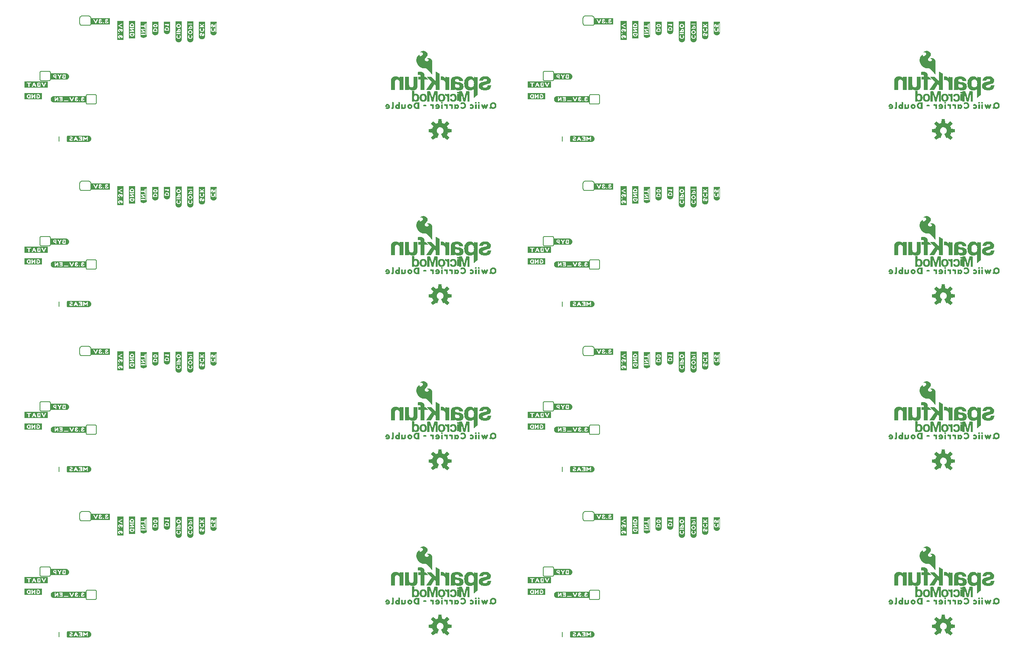
<source format=gbo>
G04 EAGLE Gerber RS-274X export*
G75*
%MOMM*%
%FSLAX34Y34*%
%LPD*%
%INSilkscreen Bottom*%
%IPPOS*%
%AMOC8*
5,1,8,0,0,1.08239X$1,22.5*%
G01*
%ADD10C,0.203200*%
%ADD11C,0.152400*%

G36*
X2038535Y797810D02*
X2038535Y797810D01*
X2038591Y797810D01*
X2038619Y797825D01*
X2038651Y797830D01*
X2038710Y797870D01*
X2038746Y797888D01*
X2038755Y797900D01*
X2038771Y797911D01*
X2043079Y802219D01*
X2043096Y802246D01*
X2043120Y802267D01*
X2043141Y802319D01*
X2043170Y802366D01*
X2043173Y802398D01*
X2043185Y802428D01*
X2043182Y802483D01*
X2043187Y802539D01*
X2043175Y802569D01*
X2043173Y802601D01*
X2043139Y802664D01*
X2043125Y802701D01*
X2043114Y802711D01*
X2043105Y802728D01*
X2038138Y808819D01*
X2039327Y811129D01*
X2039334Y811155D01*
X2039351Y811187D01*
X2040143Y813661D01*
X2047962Y814455D01*
X2047993Y814465D01*
X2048025Y814466D01*
X2048074Y814493D01*
X2048126Y814511D01*
X2048149Y814534D01*
X2048177Y814549D01*
X2048209Y814595D01*
X2048248Y814634D01*
X2048258Y814665D01*
X2048277Y814691D01*
X2048290Y814761D01*
X2048303Y814799D01*
X2048301Y814814D01*
X2048304Y814833D01*
X2048304Y820927D01*
X2048297Y820958D01*
X2048299Y820990D01*
X2048277Y821041D01*
X2048265Y821096D01*
X2048244Y821120D01*
X2048232Y821150D01*
X2048190Y821186D01*
X2048155Y821229D01*
X2048125Y821242D01*
X2048101Y821263D01*
X2048032Y821284D01*
X2047996Y821300D01*
X2047981Y821300D01*
X2047962Y821305D01*
X2040143Y822099D01*
X2039351Y824573D01*
X2039338Y824596D01*
X2039327Y824631D01*
X2038138Y826941D01*
X2043105Y833032D01*
X2043119Y833060D01*
X2043140Y833084D01*
X2043156Y833137D01*
X2043181Y833187D01*
X2043181Y833219D01*
X2043190Y833250D01*
X2043180Y833305D01*
X2043180Y833361D01*
X2043165Y833389D01*
X2043160Y833421D01*
X2043120Y833480D01*
X2043102Y833516D01*
X2043090Y833525D01*
X2043079Y833541D01*
X2038771Y837849D01*
X2038744Y837866D01*
X2038723Y837890D01*
X2038671Y837911D01*
X2038624Y837940D01*
X2038592Y837943D01*
X2038562Y837955D01*
X2038507Y837952D01*
X2038451Y837957D01*
X2038421Y837945D01*
X2038389Y837943D01*
X2038326Y837909D01*
X2038289Y837895D01*
X2038279Y837884D01*
X2038262Y837875D01*
X2032171Y832908D01*
X2029861Y834097D01*
X2029835Y834104D01*
X2029803Y834121D01*
X2027329Y834913D01*
X2026535Y842732D01*
X2026527Y842758D01*
X2026526Y842770D01*
X2026525Y842773D01*
X2026524Y842795D01*
X2026497Y842844D01*
X2026479Y842896D01*
X2026456Y842919D01*
X2026441Y842947D01*
X2026395Y842979D01*
X2026356Y843018D01*
X2026325Y843028D01*
X2026299Y843047D01*
X2026229Y843060D01*
X2026191Y843073D01*
X2026176Y843071D01*
X2026157Y843074D01*
X2020063Y843074D01*
X2020032Y843067D01*
X2020000Y843069D01*
X2019949Y843047D01*
X2019894Y843035D01*
X2019870Y843014D01*
X2019840Y843002D01*
X2019804Y842960D01*
X2019761Y842925D01*
X2019748Y842895D01*
X2019727Y842871D01*
X2019706Y842802D01*
X2019690Y842766D01*
X2019690Y842751D01*
X2019688Y842744D01*
X2019687Y842742D01*
X2019687Y842741D01*
X2019685Y842732D01*
X2018891Y834913D01*
X2016417Y834121D01*
X2016394Y834108D01*
X2016359Y834097D01*
X2014049Y832908D01*
X2007958Y837875D01*
X2007930Y837889D01*
X2007906Y837910D01*
X2007853Y837926D01*
X2007803Y837951D01*
X2007771Y837951D01*
X2007740Y837960D01*
X2007685Y837950D01*
X2007629Y837950D01*
X2007601Y837935D01*
X2007569Y837930D01*
X2007510Y837890D01*
X2007475Y837872D01*
X2007465Y837860D01*
X2007449Y837849D01*
X2003141Y833541D01*
X2003124Y833514D01*
X2003100Y833493D01*
X2003079Y833441D01*
X2003050Y833394D01*
X2003047Y833362D01*
X2003035Y833332D01*
X2003039Y833277D01*
X2003033Y833221D01*
X2003045Y833191D01*
X2003047Y833159D01*
X2003081Y833096D01*
X2003095Y833059D01*
X2003106Y833049D01*
X2003115Y833032D01*
X2008082Y826941D01*
X2006893Y824631D01*
X2006886Y824605D01*
X2006869Y824573D01*
X2006077Y822099D01*
X1998258Y821305D01*
X1998227Y821295D01*
X1998195Y821294D01*
X1998146Y821267D01*
X1998094Y821249D01*
X1998071Y821226D01*
X1998043Y821211D01*
X1998011Y821165D01*
X1997972Y821126D01*
X1997962Y821095D01*
X1997943Y821069D01*
X1997930Y820999D01*
X1997917Y820961D01*
X1997919Y820946D01*
X1997916Y820927D01*
X1997916Y814833D01*
X1997923Y814802D01*
X1997921Y814770D01*
X1997943Y814719D01*
X1997955Y814664D01*
X1997976Y814640D01*
X1997988Y814610D01*
X1998030Y814574D01*
X1998065Y814531D01*
X1998095Y814518D01*
X1998119Y814497D01*
X1998188Y814476D01*
X1998224Y814460D01*
X1998239Y814460D01*
X1998258Y814455D01*
X2006077Y813661D01*
X2006869Y811187D01*
X2006882Y811164D01*
X2006893Y811129D01*
X2008082Y808819D01*
X2003115Y802728D01*
X2003101Y802700D01*
X2003080Y802676D01*
X2003064Y802623D01*
X2003039Y802573D01*
X2003039Y802541D01*
X2003030Y802510D01*
X2003040Y802455D01*
X2003040Y802399D01*
X2003055Y802371D01*
X2003060Y802339D01*
X2003100Y802280D01*
X2003118Y802245D01*
X2003130Y802235D01*
X2003141Y802219D01*
X2007449Y797911D01*
X2007476Y797894D01*
X2007497Y797870D01*
X2007549Y797849D01*
X2007596Y797820D01*
X2007628Y797817D01*
X2007658Y797805D01*
X2007713Y797809D01*
X2007769Y797803D01*
X2007799Y797815D01*
X2007831Y797817D01*
X2007894Y797851D01*
X2007931Y797865D01*
X2007941Y797876D01*
X2007958Y797885D01*
X2014049Y802852D01*
X2016358Y801662D01*
X2016422Y801646D01*
X2016485Y801623D01*
X2016506Y801625D01*
X2016526Y801620D01*
X2016591Y801634D01*
X2016657Y801641D01*
X2016675Y801652D01*
X2016695Y801657D01*
X2016747Y801698D01*
X2016803Y801734D01*
X2016816Y801753D01*
X2016831Y801765D01*
X2016847Y801800D01*
X2016883Y801854D01*
X2020471Y810516D01*
X2020476Y810548D01*
X2020490Y810576D01*
X2020490Y810632D01*
X2020499Y810687D01*
X2020490Y810718D01*
X2020490Y810749D01*
X2020465Y810800D01*
X2020449Y810853D01*
X2020427Y810876D01*
X2020413Y810905D01*
X2020357Y810951D01*
X2020330Y810979D01*
X2020316Y810984D01*
X2020301Y810997D01*
X2018924Y811741D01*
X2017758Y812725D01*
X2016818Y813927D01*
X2016144Y815295D01*
X2015763Y816773D01*
X2015691Y818297D01*
X2015933Y819803D01*
X2016477Y821229D01*
X2017301Y822513D01*
X2018370Y823602D01*
X2019638Y824450D01*
X2021053Y825020D01*
X2022555Y825290D01*
X2024080Y825247D01*
X2025564Y824894D01*
X2026945Y824244D01*
X2028164Y823327D01*
X2029170Y822180D01*
X2029921Y820851D01*
X2030384Y819398D01*
X2030541Y817879D01*
X2030398Y816430D01*
X2029975Y815036D01*
X2029289Y813752D01*
X2028365Y812626D01*
X2027239Y811702D01*
X2025921Y810997D01*
X2025896Y810976D01*
X2025867Y810962D01*
X2025832Y810919D01*
X2025791Y810883D01*
X2025778Y810853D01*
X2025758Y810828D01*
X2025746Y810774D01*
X2025725Y810723D01*
X2025727Y810690D01*
X2025720Y810658D01*
X2025734Y810589D01*
X2025737Y810550D01*
X2025745Y810536D01*
X2025749Y810516D01*
X2029337Y801854D01*
X2029376Y801800D01*
X2029408Y801743D01*
X2029425Y801731D01*
X2029438Y801714D01*
X2029496Y801683D01*
X2029551Y801645D01*
X2029572Y801642D01*
X2029591Y801632D01*
X2029657Y801631D01*
X2029723Y801621D01*
X2029746Y801628D01*
X2029764Y801627D01*
X2029799Y801644D01*
X2029862Y801662D01*
X2032171Y802852D01*
X2038262Y797885D01*
X2038290Y797871D01*
X2038314Y797850D01*
X2038367Y797834D01*
X2038417Y797809D01*
X2038449Y797809D01*
X2038480Y797800D01*
X2038535Y797810D01*
G37*
G36*
X2038535Y1158490D02*
X2038535Y1158490D01*
X2038591Y1158490D01*
X2038619Y1158505D01*
X2038651Y1158510D01*
X2038710Y1158550D01*
X2038746Y1158568D01*
X2038755Y1158580D01*
X2038771Y1158591D01*
X2043079Y1162899D01*
X2043096Y1162926D01*
X2043120Y1162947D01*
X2043141Y1162999D01*
X2043170Y1163046D01*
X2043173Y1163078D01*
X2043185Y1163108D01*
X2043182Y1163163D01*
X2043187Y1163219D01*
X2043175Y1163249D01*
X2043173Y1163281D01*
X2043139Y1163344D01*
X2043125Y1163381D01*
X2043114Y1163391D01*
X2043105Y1163408D01*
X2038138Y1169499D01*
X2039327Y1171809D01*
X2039334Y1171835D01*
X2039351Y1171867D01*
X2040143Y1174341D01*
X2047962Y1175135D01*
X2047993Y1175145D01*
X2048025Y1175146D01*
X2048074Y1175173D01*
X2048126Y1175191D01*
X2048149Y1175214D01*
X2048177Y1175229D01*
X2048209Y1175275D01*
X2048248Y1175314D01*
X2048258Y1175345D01*
X2048277Y1175371D01*
X2048290Y1175441D01*
X2048303Y1175479D01*
X2048301Y1175494D01*
X2048304Y1175513D01*
X2048304Y1181607D01*
X2048297Y1181638D01*
X2048299Y1181670D01*
X2048277Y1181721D01*
X2048265Y1181776D01*
X2048244Y1181800D01*
X2048232Y1181830D01*
X2048190Y1181866D01*
X2048155Y1181909D01*
X2048125Y1181922D01*
X2048101Y1181943D01*
X2048032Y1181964D01*
X2047996Y1181980D01*
X2047981Y1181980D01*
X2047962Y1181985D01*
X2040143Y1182779D01*
X2039351Y1185253D01*
X2039338Y1185276D01*
X2039327Y1185311D01*
X2038138Y1187621D01*
X2043105Y1193712D01*
X2043119Y1193740D01*
X2043140Y1193764D01*
X2043156Y1193817D01*
X2043181Y1193867D01*
X2043181Y1193899D01*
X2043190Y1193930D01*
X2043180Y1193985D01*
X2043180Y1194041D01*
X2043165Y1194069D01*
X2043160Y1194101D01*
X2043120Y1194160D01*
X2043102Y1194196D01*
X2043090Y1194205D01*
X2043079Y1194221D01*
X2038771Y1198529D01*
X2038744Y1198546D01*
X2038723Y1198570D01*
X2038671Y1198591D01*
X2038624Y1198620D01*
X2038592Y1198623D01*
X2038562Y1198635D01*
X2038507Y1198632D01*
X2038451Y1198637D01*
X2038421Y1198625D01*
X2038389Y1198623D01*
X2038326Y1198589D01*
X2038289Y1198575D01*
X2038279Y1198564D01*
X2038262Y1198555D01*
X2032171Y1193588D01*
X2029861Y1194777D01*
X2029835Y1194784D01*
X2029803Y1194801D01*
X2027329Y1195593D01*
X2026535Y1203412D01*
X2026527Y1203438D01*
X2026526Y1203450D01*
X2026525Y1203453D01*
X2026524Y1203475D01*
X2026497Y1203524D01*
X2026479Y1203576D01*
X2026456Y1203599D01*
X2026441Y1203627D01*
X2026395Y1203659D01*
X2026356Y1203698D01*
X2026325Y1203708D01*
X2026299Y1203727D01*
X2026229Y1203740D01*
X2026191Y1203753D01*
X2026176Y1203751D01*
X2026157Y1203754D01*
X2020063Y1203754D01*
X2020032Y1203747D01*
X2020000Y1203749D01*
X2019949Y1203727D01*
X2019894Y1203715D01*
X2019870Y1203694D01*
X2019840Y1203682D01*
X2019804Y1203640D01*
X2019761Y1203605D01*
X2019748Y1203575D01*
X2019727Y1203551D01*
X2019706Y1203482D01*
X2019690Y1203446D01*
X2019690Y1203431D01*
X2019688Y1203424D01*
X2019687Y1203422D01*
X2019687Y1203421D01*
X2019685Y1203412D01*
X2018891Y1195593D01*
X2016417Y1194801D01*
X2016394Y1194788D01*
X2016359Y1194777D01*
X2014049Y1193588D01*
X2007958Y1198555D01*
X2007930Y1198569D01*
X2007906Y1198590D01*
X2007853Y1198606D01*
X2007803Y1198631D01*
X2007771Y1198631D01*
X2007740Y1198640D01*
X2007685Y1198630D01*
X2007629Y1198630D01*
X2007601Y1198615D01*
X2007569Y1198610D01*
X2007510Y1198570D01*
X2007475Y1198552D01*
X2007465Y1198540D01*
X2007449Y1198529D01*
X2003141Y1194221D01*
X2003124Y1194194D01*
X2003100Y1194173D01*
X2003079Y1194121D01*
X2003050Y1194074D01*
X2003047Y1194042D01*
X2003035Y1194012D01*
X2003039Y1193957D01*
X2003033Y1193901D01*
X2003045Y1193871D01*
X2003047Y1193839D01*
X2003081Y1193776D01*
X2003095Y1193739D01*
X2003106Y1193729D01*
X2003115Y1193712D01*
X2008082Y1187621D01*
X2006893Y1185311D01*
X2006886Y1185285D01*
X2006869Y1185253D01*
X2006077Y1182779D01*
X1998258Y1181985D01*
X1998227Y1181975D01*
X1998195Y1181974D01*
X1998146Y1181947D01*
X1998094Y1181929D01*
X1998071Y1181906D01*
X1998043Y1181891D01*
X1998011Y1181845D01*
X1997972Y1181806D01*
X1997962Y1181775D01*
X1997943Y1181749D01*
X1997930Y1181679D01*
X1997917Y1181641D01*
X1997919Y1181626D01*
X1997916Y1181607D01*
X1997916Y1175513D01*
X1997923Y1175482D01*
X1997921Y1175450D01*
X1997943Y1175399D01*
X1997955Y1175344D01*
X1997976Y1175320D01*
X1997988Y1175290D01*
X1998030Y1175254D01*
X1998065Y1175211D01*
X1998095Y1175198D01*
X1998119Y1175177D01*
X1998188Y1175156D01*
X1998224Y1175140D01*
X1998239Y1175140D01*
X1998258Y1175135D01*
X2006077Y1174341D01*
X2006869Y1171867D01*
X2006882Y1171844D01*
X2006893Y1171809D01*
X2008082Y1169499D01*
X2003115Y1163408D01*
X2003101Y1163380D01*
X2003080Y1163356D01*
X2003064Y1163303D01*
X2003039Y1163253D01*
X2003039Y1163221D01*
X2003030Y1163190D01*
X2003040Y1163135D01*
X2003040Y1163079D01*
X2003055Y1163051D01*
X2003060Y1163019D01*
X2003100Y1162960D01*
X2003118Y1162925D01*
X2003130Y1162915D01*
X2003141Y1162899D01*
X2007449Y1158591D01*
X2007476Y1158574D01*
X2007497Y1158550D01*
X2007549Y1158529D01*
X2007596Y1158500D01*
X2007628Y1158497D01*
X2007658Y1158485D01*
X2007713Y1158489D01*
X2007769Y1158483D01*
X2007799Y1158495D01*
X2007831Y1158497D01*
X2007894Y1158531D01*
X2007931Y1158545D01*
X2007941Y1158556D01*
X2007958Y1158565D01*
X2014049Y1163532D01*
X2016358Y1162342D01*
X2016422Y1162326D01*
X2016485Y1162303D01*
X2016506Y1162305D01*
X2016526Y1162300D01*
X2016591Y1162314D01*
X2016657Y1162321D01*
X2016675Y1162332D01*
X2016695Y1162337D01*
X2016747Y1162378D01*
X2016803Y1162414D01*
X2016816Y1162433D01*
X2016831Y1162445D01*
X2016847Y1162480D01*
X2016883Y1162534D01*
X2020471Y1171196D01*
X2020476Y1171228D01*
X2020490Y1171256D01*
X2020490Y1171312D01*
X2020499Y1171367D01*
X2020490Y1171398D01*
X2020490Y1171429D01*
X2020465Y1171480D01*
X2020449Y1171533D01*
X2020427Y1171556D01*
X2020413Y1171585D01*
X2020357Y1171631D01*
X2020330Y1171659D01*
X2020316Y1171664D01*
X2020301Y1171677D01*
X2018924Y1172421D01*
X2017758Y1173405D01*
X2016818Y1174607D01*
X2016144Y1175975D01*
X2015763Y1177453D01*
X2015691Y1178977D01*
X2015933Y1180483D01*
X2016477Y1181909D01*
X2017301Y1183193D01*
X2018370Y1184282D01*
X2019638Y1185130D01*
X2021053Y1185700D01*
X2022555Y1185970D01*
X2024080Y1185927D01*
X2025564Y1185574D01*
X2026945Y1184924D01*
X2028164Y1184007D01*
X2029170Y1182860D01*
X2029921Y1181531D01*
X2030384Y1180078D01*
X2030541Y1178559D01*
X2030398Y1177110D01*
X2029975Y1175716D01*
X2029289Y1174432D01*
X2028365Y1173306D01*
X2027239Y1172382D01*
X2025921Y1171677D01*
X2025896Y1171656D01*
X2025867Y1171642D01*
X2025832Y1171599D01*
X2025791Y1171563D01*
X2025778Y1171533D01*
X2025758Y1171508D01*
X2025746Y1171454D01*
X2025725Y1171403D01*
X2025727Y1171370D01*
X2025720Y1171338D01*
X2025734Y1171269D01*
X2025737Y1171230D01*
X2025745Y1171216D01*
X2025749Y1171196D01*
X2029337Y1162534D01*
X2029376Y1162480D01*
X2029408Y1162423D01*
X2029425Y1162411D01*
X2029438Y1162394D01*
X2029496Y1162363D01*
X2029551Y1162325D01*
X2029572Y1162322D01*
X2029591Y1162312D01*
X2029657Y1162311D01*
X2029723Y1162301D01*
X2029746Y1162308D01*
X2029764Y1162307D01*
X2029799Y1162324D01*
X2029862Y1162342D01*
X2032171Y1163532D01*
X2038262Y1158565D01*
X2038290Y1158551D01*
X2038314Y1158530D01*
X2038367Y1158514D01*
X2038417Y1158489D01*
X2038449Y1158489D01*
X2038480Y1158480D01*
X2038535Y1158490D01*
G37*
G36*
X941255Y1158490D02*
X941255Y1158490D01*
X941311Y1158490D01*
X941339Y1158505D01*
X941371Y1158510D01*
X941430Y1158550D01*
X941466Y1158568D01*
X941475Y1158580D01*
X941491Y1158591D01*
X945799Y1162899D01*
X945816Y1162926D01*
X945840Y1162947D01*
X945861Y1162999D01*
X945890Y1163046D01*
X945893Y1163078D01*
X945905Y1163108D01*
X945902Y1163163D01*
X945907Y1163219D01*
X945895Y1163249D01*
X945893Y1163281D01*
X945859Y1163344D01*
X945845Y1163381D01*
X945834Y1163391D01*
X945825Y1163408D01*
X940858Y1169499D01*
X942047Y1171809D01*
X942054Y1171835D01*
X942071Y1171867D01*
X942863Y1174341D01*
X950682Y1175135D01*
X950713Y1175145D01*
X950745Y1175146D01*
X950794Y1175173D01*
X950846Y1175191D01*
X950869Y1175214D01*
X950897Y1175229D01*
X950929Y1175275D01*
X950968Y1175314D01*
X950978Y1175345D01*
X950997Y1175371D01*
X951010Y1175441D01*
X951023Y1175479D01*
X951021Y1175494D01*
X951024Y1175513D01*
X951024Y1181607D01*
X951017Y1181638D01*
X951019Y1181670D01*
X950997Y1181721D01*
X950985Y1181776D01*
X950964Y1181800D01*
X950952Y1181830D01*
X950910Y1181866D01*
X950875Y1181909D01*
X950845Y1181922D01*
X950821Y1181943D01*
X950752Y1181964D01*
X950716Y1181980D01*
X950701Y1181980D01*
X950682Y1181985D01*
X942863Y1182779D01*
X942071Y1185253D01*
X942058Y1185276D01*
X942047Y1185311D01*
X940858Y1187621D01*
X945825Y1193712D01*
X945839Y1193740D01*
X945860Y1193764D01*
X945876Y1193817D01*
X945901Y1193867D01*
X945901Y1193899D01*
X945910Y1193930D01*
X945900Y1193985D01*
X945900Y1194041D01*
X945885Y1194069D01*
X945880Y1194101D01*
X945840Y1194160D01*
X945822Y1194196D01*
X945810Y1194205D01*
X945799Y1194221D01*
X941491Y1198529D01*
X941464Y1198546D01*
X941443Y1198570D01*
X941391Y1198591D01*
X941344Y1198620D01*
X941312Y1198623D01*
X941282Y1198635D01*
X941227Y1198632D01*
X941171Y1198637D01*
X941141Y1198625D01*
X941109Y1198623D01*
X941046Y1198589D01*
X941009Y1198575D01*
X940999Y1198564D01*
X940982Y1198555D01*
X934891Y1193588D01*
X932581Y1194777D01*
X932555Y1194784D01*
X932523Y1194801D01*
X930049Y1195593D01*
X929255Y1203412D01*
X929247Y1203438D01*
X929246Y1203450D01*
X929245Y1203453D01*
X929244Y1203475D01*
X929217Y1203524D01*
X929199Y1203576D01*
X929176Y1203599D01*
X929161Y1203627D01*
X929115Y1203659D01*
X929076Y1203698D01*
X929045Y1203708D01*
X929019Y1203727D01*
X928949Y1203740D01*
X928911Y1203753D01*
X928896Y1203751D01*
X928877Y1203754D01*
X922783Y1203754D01*
X922752Y1203747D01*
X922720Y1203749D01*
X922669Y1203727D01*
X922614Y1203715D01*
X922590Y1203694D01*
X922560Y1203682D01*
X922524Y1203640D01*
X922481Y1203605D01*
X922468Y1203575D01*
X922447Y1203551D01*
X922426Y1203482D01*
X922410Y1203446D01*
X922410Y1203431D01*
X922408Y1203424D01*
X922407Y1203422D01*
X922407Y1203421D01*
X922405Y1203412D01*
X921611Y1195593D01*
X919137Y1194801D01*
X919114Y1194788D01*
X919079Y1194777D01*
X916769Y1193588D01*
X910678Y1198555D01*
X910650Y1198569D01*
X910626Y1198590D01*
X910573Y1198606D01*
X910523Y1198631D01*
X910491Y1198631D01*
X910460Y1198640D01*
X910405Y1198630D01*
X910349Y1198630D01*
X910321Y1198615D01*
X910289Y1198610D01*
X910230Y1198570D01*
X910195Y1198552D01*
X910185Y1198540D01*
X910169Y1198529D01*
X905861Y1194221D01*
X905844Y1194194D01*
X905820Y1194173D01*
X905799Y1194121D01*
X905770Y1194074D01*
X905767Y1194042D01*
X905755Y1194012D01*
X905759Y1193957D01*
X905753Y1193901D01*
X905765Y1193871D01*
X905767Y1193839D01*
X905801Y1193776D01*
X905815Y1193739D01*
X905826Y1193729D01*
X905835Y1193712D01*
X910802Y1187621D01*
X909613Y1185311D01*
X909606Y1185285D01*
X909589Y1185253D01*
X908797Y1182779D01*
X900978Y1181985D01*
X900947Y1181975D01*
X900915Y1181974D01*
X900866Y1181947D01*
X900814Y1181929D01*
X900791Y1181906D01*
X900763Y1181891D01*
X900731Y1181845D01*
X900692Y1181806D01*
X900682Y1181775D01*
X900663Y1181749D01*
X900650Y1181679D01*
X900637Y1181641D01*
X900639Y1181626D01*
X900636Y1181607D01*
X900636Y1175513D01*
X900643Y1175482D01*
X900641Y1175450D01*
X900663Y1175399D01*
X900675Y1175344D01*
X900696Y1175320D01*
X900708Y1175290D01*
X900750Y1175254D01*
X900785Y1175211D01*
X900815Y1175198D01*
X900839Y1175177D01*
X900908Y1175156D01*
X900944Y1175140D01*
X900959Y1175140D01*
X900978Y1175135D01*
X908797Y1174341D01*
X909589Y1171867D01*
X909602Y1171844D01*
X909613Y1171809D01*
X910802Y1169499D01*
X905835Y1163408D01*
X905821Y1163380D01*
X905800Y1163356D01*
X905784Y1163303D01*
X905759Y1163253D01*
X905759Y1163221D01*
X905750Y1163190D01*
X905760Y1163135D01*
X905760Y1163079D01*
X905775Y1163051D01*
X905780Y1163019D01*
X905820Y1162960D01*
X905838Y1162925D01*
X905850Y1162915D01*
X905861Y1162899D01*
X910169Y1158591D01*
X910196Y1158574D01*
X910217Y1158550D01*
X910269Y1158529D01*
X910316Y1158500D01*
X910348Y1158497D01*
X910378Y1158485D01*
X910433Y1158489D01*
X910489Y1158483D01*
X910519Y1158495D01*
X910551Y1158497D01*
X910614Y1158531D01*
X910651Y1158545D01*
X910661Y1158556D01*
X910678Y1158565D01*
X916769Y1163532D01*
X919078Y1162342D01*
X919142Y1162326D01*
X919205Y1162303D01*
X919226Y1162305D01*
X919246Y1162300D01*
X919311Y1162314D01*
X919377Y1162321D01*
X919395Y1162332D01*
X919415Y1162337D01*
X919467Y1162378D01*
X919523Y1162414D01*
X919536Y1162433D01*
X919551Y1162445D01*
X919567Y1162480D01*
X919603Y1162534D01*
X923191Y1171196D01*
X923196Y1171228D01*
X923210Y1171256D01*
X923210Y1171312D01*
X923219Y1171367D01*
X923210Y1171398D01*
X923210Y1171429D01*
X923185Y1171480D01*
X923169Y1171533D01*
X923147Y1171556D01*
X923133Y1171585D01*
X923077Y1171631D01*
X923050Y1171659D01*
X923036Y1171664D01*
X923021Y1171677D01*
X921644Y1172421D01*
X920478Y1173405D01*
X919538Y1174607D01*
X918864Y1175975D01*
X918483Y1177453D01*
X918411Y1178977D01*
X918653Y1180483D01*
X919197Y1181909D01*
X920021Y1183193D01*
X921090Y1184282D01*
X922358Y1185130D01*
X923773Y1185700D01*
X925275Y1185970D01*
X926800Y1185927D01*
X928284Y1185574D01*
X929665Y1184924D01*
X930884Y1184007D01*
X931890Y1182860D01*
X932641Y1181531D01*
X933104Y1180078D01*
X933261Y1178559D01*
X933118Y1177110D01*
X932695Y1175716D01*
X932009Y1174432D01*
X931085Y1173306D01*
X929959Y1172382D01*
X928641Y1171677D01*
X928616Y1171656D01*
X928587Y1171642D01*
X928552Y1171599D01*
X928511Y1171563D01*
X928498Y1171533D01*
X928478Y1171508D01*
X928466Y1171454D01*
X928445Y1171403D01*
X928447Y1171370D01*
X928440Y1171338D01*
X928454Y1171269D01*
X928457Y1171230D01*
X928465Y1171216D01*
X928469Y1171196D01*
X932057Y1162534D01*
X932096Y1162480D01*
X932128Y1162423D01*
X932145Y1162411D01*
X932158Y1162394D01*
X932216Y1162363D01*
X932271Y1162325D01*
X932292Y1162322D01*
X932311Y1162312D01*
X932377Y1162311D01*
X932443Y1162301D01*
X932466Y1162308D01*
X932484Y1162307D01*
X932519Y1162324D01*
X932582Y1162342D01*
X934891Y1163532D01*
X940982Y1158565D01*
X941010Y1158551D01*
X941034Y1158530D01*
X941087Y1158514D01*
X941137Y1158489D01*
X941169Y1158489D01*
X941200Y1158480D01*
X941255Y1158490D01*
G37*
G36*
X941255Y76450D02*
X941255Y76450D01*
X941311Y76450D01*
X941339Y76465D01*
X941371Y76470D01*
X941430Y76510D01*
X941466Y76528D01*
X941475Y76540D01*
X941491Y76551D01*
X945799Y80859D01*
X945816Y80886D01*
X945840Y80907D01*
X945861Y80959D01*
X945890Y81006D01*
X945893Y81038D01*
X945905Y81068D01*
X945902Y81123D01*
X945907Y81179D01*
X945895Y81209D01*
X945893Y81241D01*
X945859Y81304D01*
X945845Y81341D01*
X945834Y81351D01*
X945825Y81368D01*
X940858Y87459D01*
X942047Y89769D01*
X942054Y89795D01*
X942071Y89827D01*
X942863Y92301D01*
X950682Y93095D01*
X950713Y93105D01*
X950745Y93106D01*
X950794Y93133D01*
X950846Y93151D01*
X950869Y93174D01*
X950897Y93189D01*
X950929Y93235D01*
X950968Y93274D01*
X950978Y93305D01*
X950997Y93331D01*
X951010Y93401D01*
X951023Y93439D01*
X951021Y93454D01*
X951024Y93473D01*
X951024Y99567D01*
X951017Y99598D01*
X951019Y99630D01*
X950997Y99681D01*
X950985Y99736D01*
X950964Y99760D01*
X950952Y99790D01*
X950910Y99826D01*
X950875Y99869D01*
X950845Y99882D01*
X950821Y99903D01*
X950752Y99924D01*
X950716Y99940D01*
X950701Y99940D01*
X950682Y99945D01*
X942863Y100739D01*
X942071Y103213D01*
X942058Y103236D01*
X942047Y103271D01*
X940858Y105581D01*
X945825Y111672D01*
X945839Y111700D01*
X945860Y111724D01*
X945876Y111777D01*
X945901Y111827D01*
X945901Y111859D01*
X945910Y111890D01*
X945900Y111945D01*
X945900Y112001D01*
X945885Y112029D01*
X945880Y112061D01*
X945840Y112120D01*
X945822Y112156D01*
X945810Y112165D01*
X945799Y112181D01*
X941491Y116489D01*
X941464Y116506D01*
X941443Y116530D01*
X941391Y116551D01*
X941344Y116580D01*
X941312Y116583D01*
X941282Y116595D01*
X941227Y116592D01*
X941171Y116597D01*
X941141Y116585D01*
X941109Y116583D01*
X941046Y116549D01*
X941009Y116535D01*
X940999Y116524D01*
X940982Y116515D01*
X934891Y111548D01*
X932581Y112737D01*
X932555Y112744D01*
X932523Y112761D01*
X930049Y113553D01*
X929255Y121372D01*
X929247Y121398D01*
X929246Y121410D01*
X929245Y121413D01*
X929244Y121435D01*
X929217Y121484D01*
X929199Y121536D01*
X929176Y121559D01*
X929161Y121587D01*
X929115Y121619D01*
X929076Y121658D01*
X929045Y121668D01*
X929019Y121687D01*
X928949Y121700D01*
X928911Y121713D01*
X928896Y121711D01*
X928877Y121714D01*
X922783Y121714D01*
X922752Y121707D01*
X922720Y121709D01*
X922669Y121687D01*
X922614Y121675D01*
X922590Y121654D01*
X922560Y121642D01*
X922524Y121600D01*
X922481Y121565D01*
X922468Y121535D01*
X922447Y121511D01*
X922426Y121442D01*
X922410Y121406D01*
X922410Y121391D01*
X922408Y121384D01*
X922407Y121382D01*
X922407Y121381D01*
X922405Y121372D01*
X921611Y113553D01*
X919137Y112761D01*
X919114Y112748D01*
X919079Y112737D01*
X916769Y111548D01*
X910678Y116515D01*
X910650Y116529D01*
X910626Y116550D01*
X910573Y116566D01*
X910523Y116591D01*
X910491Y116591D01*
X910460Y116600D01*
X910405Y116590D01*
X910349Y116590D01*
X910321Y116575D01*
X910289Y116570D01*
X910230Y116530D01*
X910195Y116512D01*
X910185Y116500D01*
X910169Y116489D01*
X905861Y112181D01*
X905844Y112154D01*
X905820Y112133D01*
X905799Y112081D01*
X905770Y112034D01*
X905767Y112002D01*
X905755Y111972D01*
X905759Y111917D01*
X905753Y111861D01*
X905765Y111831D01*
X905767Y111799D01*
X905801Y111736D01*
X905815Y111699D01*
X905826Y111689D01*
X905835Y111672D01*
X910802Y105581D01*
X909613Y103271D01*
X909606Y103245D01*
X909589Y103213D01*
X908797Y100739D01*
X900978Y99945D01*
X900947Y99935D01*
X900915Y99934D01*
X900866Y99907D01*
X900814Y99889D01*
X900791Y99866D01*
X900763Y99851D01*
X900731Y99805D01*
X900692Y99766D01*
X900682Y99735D01*
X900663Y99709D01*
X900650Y99639D01*
X900637Y99601D01*
X900639Y99586D01*
X900636Y99567D01*
X900636Y93473D01*
X900643Y93442D01*
X900641Y93410D01*
X900663Y93359D01*
X900675Y93304D01*
X900696Y93280D01*
X900708Y93250D01*
X900750Y93214D01*
X900785Y93171D01*
X900815Y93158D01*
X900839Y93137D01*
X900908Y93116D01*
X900944Y93100D01*
X900959Y93100D01*
X900978Y93095D01*
X908797Y92301D01*
X909589Y89827D01*
X909602Y89804D01*
X909613Y89769D01*
X910802Y87459D01*
X905835Y81368D01*
X905821Y81340D01*
X905800Y81316D01*
X905784Y81263D01*
X905759Y81213D01*
X905759Y81181D01*
X905750Y81150D01*
X905760Y81095D01*
X905760Y81039D01*
X905775Y81011D01*
X905780Y80979D01*
X905820Y80920D01*
X905838Y80885D01*
X905850Y80875D01*
X905861Y80859D01*
X910169Y76551D01*
X910196Y76534D01*
X910217Y76510D01*
X910269Y76489D01*
X910316Y76460D01*
X910348Y76457D01*
X910378Y76445D01*
X910433Y76449D01*
X910489Y76443D01*
X910519Y76455D01*
X910551Y76457D01*
X910614Y76491D01*
X910651Y76505D01*
X910661Y76516D01*
X910678Y76525D01*
X916769Y81492D01*
X919078Y80302D01*
X919142Y80286D01*
X919205Y80263D01*
X919226Y80265D01*
X919246Y80260D01*
X919311Y80274D01*
X919377Y80281D01*
X919395Y80292D01*
X919415Y80297D01*
X919467Y80338D01*
X919523Y80374D01*
X919536Y80393D01*
X919551Y80405D01*
X919567Y80440D01*
X919603Y80494D01*
X923191Y89156D01*
X923196Y89188D01*
X923210Y89216D01*
X923210Y89272D01*
X923219Y89327D01*
X923210Y89358D01*
X923210Y89389D01*
X923185Y89440D01*
X923169Y89493D01*
X923147Y89516D01*
X923133Y89545D01*
X923077Y89591D01*
X923050Y89619D01*
X923036Y89624D01*
X923021Y89637D01*
X921644Y90381D01*
X920478Y91365D01*
X919538Y92567D01*
X918864Y93935D01*
X918483Y95413D01*
X918411Y96937D01*
X918653Y98443D01*
X919197Y99869D01*
X920021Y101153D01*
X921090Y102242D01*
X922358Y103090D01*
X923773Y103660D01*
X925275Y103930D01*
X926800Y103887D01*
X928284Y103534D01*
X929665Y102884D01*
X930884Y101967D01*
X931890Y100820D01*
X932641Y99491D01*
X933104Y98038D01*
X933261Y96519D01*
X933118Y95070D01*
X932695Y93676D01*
X932009Y92392D01*
X931085Y91266D01*
X929959Y90342D01*
X928641Y89637D01*
X928616Y89616D01*
X928587Y89602D01*
X928552Y89559D01*
X928511Y89523D01*
X928498Y89493D01*
X928478Y89468D01*
X928466Y89414D01*
X928445Y89363D01*
X928447Y89330D01*
X928440Y89298D01*
X928454Y89229D01*
X928457Y89190D01*
X928465Y89176D01*
X928469Y89156D01*
X932057Y80494D01*
X932096Y80440D01*
X932128Y80383D01*
X932145Y80371D01*
X932158Y80354D01*
X932216Y80323D01*
X932271Y80285D01*
X932292Y80282D01*
X932311Y80272D01*
X932377Y80271D01*
X932443Y80261D01*
X932466Y80268D01*
X932484Y80267D01*
X932519Y80284D01*
X932582Y80302D01*
X934891Y81492D01*
X940982Y76525D01*
X941010Y76511D01*
X941034Y76490D01*
X941087Y76474D01*
X941137Y76449D01*
X941169Y76449D01*
X941200Y76440D01*
X941255Y76450D01*
G37*
G36*
X2038535Y76450D02*
X2038535Y76450D01*
X2038591Y76450D01*
X2038619Y76465D01*
X2038651Y76470D01*
X2038710Y76510D01*
X2038746Y76528D01*
X2038755Y76540D01*
X2038771Y76551D01*
X2043079Y80859D01*
X2043096Y80886D01*
X2043120Y80907D01*
X2043141Y80959D01*
X2043170Y81006D01*
X2043173Y81038D01*
X2043185Y81068D01*
X2043182Y81123D01*
X2043187Y81179D01*
X2043175Y81209D01*
X2043173Y81241D01*
X2043139Y81304D01*
X2043125Y81341D01*
X2043114Y81351D01*
X2043105Y81368D01*
X2038138Y87459D01*
X2039327Y89769D01*
X2039334Y89795D01*
X2039351Y89827D01*
X2040143Y92301D01*
X2047962Y93095D01*
X2047993Y93105D01*
X2048025Y93106D01*
X2048074Y93133D01*
X2048126Y93151D01*
X2048149Y93174D01*
X2048177Y93189D01*
X2048209Y93235D01*
X2048248Y93274D01*
X2048258Y93305D01*
X2048277Y93331D01*
X2048290Y93401D01*
X2048303Y93439D01*
X2048301Y93454D01*
X2048304Y93473D01*
X2048304Y99567D01*
X2048297Y99598D01*
X2048299Y99630D01*
X2048277Y99681D01*
X2048265Y99736D01*
X2048244Y99760D01*
X2048232Y99790D01*
X2048190Y99826D01*
X2048155Y99869D01*
X2048125Y99882D01*
X2048101Y99903D01*
X2048032Y99924D01*
X2047996Y99940D01*
X2047981Y99940D01*
X2047962Y99945D01*
X2040143Y100739D01*
X2039351Y103213D01*
X2039338Y103236D01*
X2039327Y103271D01*
X2038138Y105581D01*
X2043105Y111672D01*
X2043119Y111700D01*
X2043140Y111724D01*
X2043156Y111777D01*
X2043181Y111827D01*
X2043181Y111859D01*
X2043190Y111890D01*
X2043180Y111945D01*
X2043180Y112001D01*
X2043165Y112029D01*
X2043160Y112061D01*
X2043120Y112120D01*
X2043102Y112156D01*
X2043090Y112165D01*
X2043079Y112181D01*
X2038771Y116489D01*
X2038744Y116506D01*
X2038723Y116530D01*
X2038671Y116551D01*
X2038624Y116580D01*
X2038592Y116583D01*
X2038562Y116595D01*
X2038507Y116592D01*
X2038451Y116597D01*
X2038421Y116585D01*
X2038389Y116583D01*
X2038326Y116549D01*
X2038289Y116535D01*
X2038279Y116524D01*
X2038262Y116515D01*
X2032171Y111548D01*
X2029861Y112737D01*
X2029835Y112744D01*
X2029803Y112761D01*
X2027329Y113553D01*
X2026535Y121372D01*
X2026527Y121398D01*
X2026526Y121410D01*
X2026525Y121413D01*
X2026524Y121435D01*
X2026497Y121484D01*
X2026479Y121536D01*
X2026456Y121559D01*
X2026441Y121587D01*
X2026395Y121619D01*
X2026356Y121658D01*
X2026325Y121668D01*
X2026299Y121687D01*
X2026229Y121700D01*
X2026191Y121713D01*
X2026176Y121711D01*
X2026157Y121714D01*
X2020063Y121714D01*
X2020032Y121707D01*
X2020000Y121709D01*
X2019949Y121687D01*
X2019894Y121675D01*
X2019870Y121654D01*
X2019840Y121642D01*
X2019804Y121600D01*
X2019761Y121565D01*
X2019748Y121535D01*
X2019727Y121511D01*
X2019706Y121442D01*
X2019690Y121406D01*
X2019690Y121391D01*
X2019688Y121384D01*
X2019687Y121382D01*
X2019687Y121381D01*
X2019685Y121372D01*
X2018891Y113553D01*
X2016417Y112761D01*
X2016394Y112748D01*
X2016359Y112737D01*
X2014049Y111548D01*
X2007958Y116515D01*
X2007930Y116529D01*
X2007906Y116550D01*
X2007853Y116566D01*
X2007803Y116591D01*
X2007771Y116591D01*
X2007740Y116600D01*
X2007685Y116590D01*
X2007629Y116590D01*
X2007601Y116575D01*
X2007569Y116570D01*
X2007510Y116530D01*
X2007475Y116512D01*
X2007465Y116500D01*
X2007449Y116489D01*
X2003141Y112181D01*
X2003124Y112154D01*
X2003100Y112133D01*
X2003079Y112081D01*
X2003050Y112034D01*
X2003047Y112002D01*
X2003035Y111972D01*
X2003039Y111917D01*
X2003033Y111861D01*
X2003045Y111831D01*
X2003047Y111799D01*
X2003081Y111736D01*
X2003095Y111699D01*
X2003106Y111689D01*
X2003115Y111672D01*
X2008082Y105581D01*
X2006893Y103271D01*
X2006886Y103245D01*
X2006869Y103213D01*
X2006077Y100739D01*
X1998258Y99945D01*
X1998227Y99935D01*
X1998195Y99934D01*
X1998146Y99907D01*
X1998094Y99889D01*
X1998071Y99866D01*
X1998043Y99851D01*
X1998011Y99805D01*
X1997972Y99766D01*
X1997962Y99735D01*
X1997943Y99709D01*
X1997930Y99639D01*
X1997917Y99601D01*
X1997919Y99586D01*
X1997916Y99567D01*
X1997916Y93473D01*
X1997923Y93442D01*
X1997921Y93410D01*
X1997943Y93359D01*
X1997955Y93304D01*
X1997976Y93280D01*
X1997988Y93250D01*
X1998030Y93214D01*
X1998065Y93171D01*
X1998095Y93158D01*
X1998119Y93137D01*
X1998188Y93116D01*
X1998224Y93100D01*
X1998239Y93100D01*
X1998258Y93095D01*
X2006077Y92301D01*
X2006869Y89827D01*
X2006882Y89804D01*
X2006893Y89769D01*
X2008082Y87459D01*
X2003115Y81368D01*
X2003101Y81340D01*
X2003080Y81316D01*
X2003064Y81263D01*
X2003039Y81213D01*
X2003039Y81181D01*
X2003030Y81150D01*
X2003040Y81095D01*
X2003040Y81039D01*
X2003055Y81011D01*
X2003060Y80979D01*
X2003100Y80920D01*
X2003118Y80885D01*
X2003130Y80875D01*
X2003141Y80859D01*
X2007449Y76551D01*
X2007476Y76534D01*
X2007497Y76510D01*
X2007549Y76489D01*
X2007596Y76460D01*
X2007628Y76457D01*
X2007658Y76445D01*
X2007713Y76449D01*
X2007769Y76443D01*
X2007799Y76455D01*
X2007831Y76457D01*
X2007894Y76491D01*
X2007931Y76505D01*
X2007941Y76516D01*
X2007958Y76525D01*
X2014049Y81492D01*
X2016358Y80302D01*
X2016422Y80286D01*
X2016485Y80263D01*
X2016506Y80265D01*
X2016526Y80260D01*
X2016591Y80274D01*
X2016657Y80281D01*
X2016675Y80292D01*
X2016695Y80297D01*
X2016747Y80338D01*
X2016803Y80374D01*
X2016816Y80393D01*
X2016831Y80405D01*
X2016847Y80440D01*
X2016883Y80494D01*
X2020471Y89156D01*
X2020476Y89188D01*
X2020490Y89216D01*
X2020490Y89272D01*
X2020499Y89327D01*
X2020490Y89358D01*
X2020490Y89389D01*
X2020465Y89440D01*
X2020449Y89493D01*
X2020427Y89516D01*
X2020413Y89545D01*
X2020357Y89591D01*
X2020330Y89619D01*
X2020316Y89624D01*
X2020301Y89637D01*
X2018924Y90381D01*
X2017758Y91365D01*
X2016818Y92567D01*
X2016144Y93935D01*
X2015763Y95413D01*
X2015691Y96937D01*
X2015933Y98443D01*
X2016477Y99869D01*
X2017301Y101153D01*
X2018370Y102242D01*
X2019638Y103090D01*
X2021053Y103660D01*
X2022555Y103930D01*
X2024080Y103887D01*
X2025564Y103534D01*
X2026945Y102884D01*
X2028164Y101967D01*
X2029170Y100820D01*
X2029921Y99491D01*
X2030384Y98038D01*
X2030541Y96519D01*
X2030398Y95070D01*
X2029975Y93676D01*
X2029289Y92392D01*
X2028365Y91266D01*
X2027239Y90342D01*
X2025921Y89637D01*
X2025896Y89616D01*
X2025867Y89602D01*
X2025832Y89559D01*
X2025791Y89523D01*
X2025778Y89493D01*
X2025758Y89468D01*
X2025746Y89414D01*
X2025725Y89363D01*
X2025727Y89330D01*
X2025720Y89298D01*
X2025734Y89229D01*
X2025737Y89190D01*
X2025745Y89176D01*
X2025749Y89156D01*
X2029337Y80494D01*
X2029376Y80440D01*
X2029408Y80383D01*
X2029425Y80371D01*
X2029438Y80354D01*
X2029496Y80323D01*
X2029551Y80285D01*
X2029572Y80282D01*
X2029591Y80272D01*
X2029657Y80271D01*
X2029723Y80261D01*
X2029746Y80268D01*
X2029764Y80267D01*
X2029799Y80284D01*
X2029862Y80302D01*
X2032171Y81492D01*
X2038262Y76525D01*
X2038290Y76511D01*
X2038314Y76490D01*
X2038367Y76474D01*
X2038417Y76449D01*
X2038449Y76449D01*
X2038480Y76440D01*
X2038535Y76450D01*
G37*
G36*
X941255Y797810D02*
X941255Y797810D01*
X941311Y797810D01*
X941339Y797825D01*
X941371Y797830D01*
X941430Y797870D01*
X941466Y797888D01*
X941475Y797900D01*
X941491Y797911D01*
X945799Y802219D01*
X945816Y802246D01*
X945840Y802267D01*
X945861Y802319D01*
X945890Y802366D01*
X945893Y802398D01*
X945905Y802428D01*
X945902Y802483D01*
X945907Y802539D01*
X945895Y802569D01*
X945893Y802601D01*
X945859Y802664D01*
X945845Y802701D01*
X945834Y802711D01*
X945825Y802728D01*
X940858Y808819D01*
X942047Y811129D01*
X942054Y811155D01*
X942071Y811187D01*
X942863Y813661D01*
X950682Y814455D01*
X950713Y814465D01*
X950745Y814466D01*
X950794Y814493D01*
X950846Y814511D01*
X950869Y814534D01*
X950897Y814549D01*
X950929Y814595D01*
X950968Y814634D01*
X950978Y814665D01*
X950997Y814691D01*
X951010Y814761D01*
X951023Y814799D01*
X951021Y814814D01*
X951024Y814833D01*
X951024Y820927D01*
X951017Y820958D01*
X951019Y820990D01*
X950997Y821041D01*
X950985Y821096D01*
X950964Y821120D01*
X950952Y821150D01*
X950910Y821186D01*
X950875Y821229D01*
X950845Y821242D01*
X950821Y821263D01*
X950752Y821284D01*
X950716Y821300D01*
X950701Y821300D01*
X950682Y821305D01*
X942863Y822099D01*
X942071Y824573D01*
X942058Y824596D01*
X942047Y824631D01*
X940858Y826941D01*
X945825Y833032D01*
X945839Y833060D01*
X945860Y833084D01*
X945876Y833137D01*
X945901Y833187D01*
X945901Y833219D01*
X945910Y833250D01*
X945900Y833305D01*
X945900Y833361D01*
X945885Y833389D01*
X945880Y833421D01*
X945840Y833480D01*
X945822Y833516D01*
X945810Y833525D01*
X945799Y833541D01*
X941491Y837849D01*
X941464Y837866D01*
X941443Y837890D01*
X941391Y837911D01*
X941344Y837940D01*
X941312Y837943D01*
X941282Y837955D01*
X941227Y837952D01*
X941171Y837957D01*
X941141Y837945D01*
X941109Y837943D01*
X941046Y837909D01*
X941009Y837895D01*
X940999Y837884D01*
X940982Y837875D01*
X934891Y832908D01*
X932581Y834097D01*
X932555Y834104D01*
X932523Y834121D01*
X930049Y834913D01*
X929255Y842732D01*
X929247Y842758D01*
X929246Y842770D01*
X929245Y842773D01*
X929244Y842795D01*
X929217Y842844D01*
X929199Y842896D01*
X929176Y842919D01*
X929161Y842947D01*
X929115Y842979D01*
X929076Y843018D01*
X929045Y843028D01*
X929019Y843047D01*
X928949Y843060D01*
X928911Y843073D01*
X928896Y843071D01*
X928877Y843074D01*
X922783Y843074D01*
X922752Y843067D01*
X922720Y843069D01*
X922669Y843047D01*
X922614Y843035D01*
X922590Y843014D01*
X922560Y843002D01*
X922524Y842960D01*
X922481Y842925D01*
X922468Y842895D01*
X922447Y842871D01*
X922426Y842802D01*
X922410Y842766D01*
X922410Y842751D01*
X922408Y842744D01*
X922407Y842742D01*
X922407Y842741D01*
X922405Y842732D01*
X921611Y834913D01*
X919137Y834121D01*
X919114Y834108D01*
X919079Y834097D01*
X916769Y832908D01*
X910678Y837875D01*
X910650Y837889D01*
X910626Y837910D01*
X910573Y837926D01*
X910523Y837951D01*
X910491Y837951D01*
X910460Y837960D01*
X910405Y837950D01*
X910349Y837950D01*
X910321Y837935D01*
X910289Y837930D01*
X910230Y837890D01*
X910195Y837872D01*
X910185Y837860D01*
X910169Y837849D01*
X905861Y833541D01*
X905844Y833514D01*
X905820Y833493D01*
X905799Y833441D01*
X905770Y833394D01*
X905767Y833362D01*
X905755Y833332D01*
X905759Y833277D01*
X905753Y833221D01*
X905765Y833191D01*
X905767Y833159D01*
X905801Y833096D01*
X905815Y833059D01*
X905826Y833049D01*
X905835Y833032D01*
X910802Y826941D01*
X909613Y824631D01*
X909606Y824605D01*
X909589Y824573D01*
X908797Y822099D01*
X900978Y821305D01*
X900947Y821295D01*
X900915Y821294D01*
X900866Y821267D01*
X900814Y821249D01*
X900791Y821226D01*
X900763Y821211D01*
X900731Y821165D01*
X900692Y821126D01*
X900682Y821095D01*
X900663Y821069D01*
X900650Y820999D01*
X900637Y820961D01*
X900639Y820946D01*
X900636Y820927D01*
X900636Y814833D01*
X900643Y814802D01*
X900641Y814770D01*
X900663Y814719D01*
X900675Y814664D01*
X900696Y814640D01*
X900708Y814610D01*
X900750Y814574D01*
X900785Y814531D01*
X900815Y814518D01*
X900839Y814497D01*
X900908Y814476D01*
X900944Y814460D01*
X900959Y814460D01*
X900978Y814455D01*
X908797Y813661D01*
X909589Y811187D01*
X909602Y811164D01*
X909613Y811129D01*
X910802Y808819D01*
X905835Y802728D01*
X905821Y802700D01*
X905800Y802676D01*
X905784Y802623D01*
X905759Y802573D01*
X905759Y802541D01*
X905750Y802510D01*
X905760Y802455D01*
X905760Y802399D01*
X905775Y802371D01*
X905780Y802339D01*
X905820Y802280D01*
X905838Y802245D01*
X905850Y802235D01*
X905861Y802219D01*
X910169Y797911D01*
X910196Y797894D01*
X910217Y797870D01*
X910269Y797849D01*
X910316Y797820D01*
X910348Y797817D01*
X910378Y797805D01*
X910433Y797809D01*
X910489Y797803D01*
X910519Y797815D01*
X910551Y797817D01*
X910614Y797851D01*
X910651Y797865D01*
X910661Y797876D01*
X910678Y797885D01*
X916769Y802852D01*
X919078Y801662D01*
X919142Y801646D01*
X919205Y801623D01*
X919226Y801625D01*
X919246Y801620D01*
X919311Y801634D01*
X919377Y801641D01*
X919395Y801652D01*
X919415Y801657D01*
X919467Y801698D01*
X919523Y801734D01*
X919536Y801753D01*
X919551Y801765D01*
X919567Y801800D01*
X919603Y801854D01*
X923191Y810516D01*
X923196Y810548D01*
X923210Y810576D01*
X923210Y810632D01*
X923219Y810687D01*
X923210Y810718D01*
X923210Y810749D01*
X923185Y810800D01*
X923169Y810853D01*
X923147Y810876D01*
X923133Y810905D01*
X923077Y810951D01*
X923050Y810979D01*
X923036Y810984D01*
X923021Y810997D01*
X921644Y811741D01*
X920478Y812725D01*
X919538Y813927D01*
X918864Y815295D01*
X918483Y816773D01*
X918411Y818297D01*
X918653Y819803D01*
X919197Y821229D01*
X920021Y822513D01*
X921090Y823602D01*
X922358Y824450D01*
X923773Y825020D01*
X925275Y825290D01*
X926800Y825247D01*
X928284Y824894D01*
X929665Y824244D01*
X930884Y823327D01*
X931890Y822180D01*
X932641Y820851D01*
X933104Y819398D01*
X933261Y817879D01*
X933118Y816430D01*
X932695Y815036D01*
X932009Y813752D01*
X931085Y812626D01*
X929959Y811702D01*
X928641Y810997D01*
X928616Y810976D01*
X928587Y810962D01*
X928552Y810919D01*
X928511Y810883D01*
X928498Y810853D01*
X928478Y810828D01*
X928466Y810774D01*
X928445Y810723D01*
X928447Y810690D01*
X928440Y810658D01*
X928454Y810589D01*
X928457Y810550D01*
X928465Y810536D01*
X928469Y810516D01*
X932057Y801854D01*
X932096Y801800D01*
X932128Y801743D01*
X932145Y801731D01*
X932158Y801714D01*
X932216Y801683D01*
X932271Y801645D01*
X932292Y801642D01*
X932311Y801632D01*
X932377Y801631D01*
X932443Y801621D01*
X932466Y801628D01*
X932484Y801627D01*
X932519Y801644D01*
X932582Y801662D01*
X934891Y802852D01*
X940982Y797885D01*
X941010Y797871D01*
X941034Y797850D01*
X941087Y797834D01*
X941137Y797809D01*
X941169Y797809D01*
X941200Y797800D01*
X941255Y797810D01*
G37*
G36*
X941255Y437130D02*
X941255Y437130D01*
X941311Y437130D01*
X941339Y437145D01*
X941371Y437150D01*
X941430Y437190D01*
X941466Y437208D01*
X941475Y437220D01*
X941491Y437231D01*
X945799Y441539D01*
X945816Y441566D01*
X945840Y441587D01*
X945861Y441639D01*
X945890Y441686D01*
X945893Y441718D01*
X945905Y441748D01*
X945902Y441803D01*
X945907Y441859D01*
X945895Y441889D01*
X945893Y441921D01*
X945859Y441984D01*
X945845Y442021D01*
X945834Y442031D01*
X945825Y442048D01*
X940858Y448139D01*
X942047Y450449D01*
X942054Y450475D01*
X942071Y450507D01*
X942863Y452981D01*
X950682Y453775D01*
X950713Y453785D01*
X950745Y453786D01*
X950794Y453813D01*
X950846Y453831D01*
X950869Y453854D01*
X950897Y453869D01*
X950929Y453915D01*
X950968Y453954D01*
X950978Y453985D01*
X950997Y454011D01*
X951010Y454081D01*
X951023Y454119D01*
X951021Y454134D01*
X951024Y454153D01*
X951024Y460247D01*
X951017Y460278D01*
X951019Y460310D01*
X950997Y460361D01*
X950985Y460416D01*
X950964Y460440D01*
X950952Y460470D01*
X950910Y460506D01*
X950875Y460549D01*
X950845Y460562D01*
X950821Y460583D01*
X950752Y460604D01*
X950716Y460620D01*
X950701Y460620D01*
X950682Y460625D01*
X942863Y461419D01*
X942071Y463893D01*
X942058Y463916D01*
X942047Y463951D01*
X940858Y466261D01*
X945825Y472352D01*
X945839Y472380D01*
X945860Y472404D01*
X945876Y472457D01*
X945901Y472507D01*
X945901Y472539D01*
X945910Y472570D01*
X945900Y472625D01*
X945900Y472681D01*
X945885Y472709D01*
X945880Y472741D01*
X945840Y472800D01*
X945822Y472836D01*
X945810Y472845D01*
X945799Y472861D01*
X941491Y477169D01*
X941464Y477186D01*
X941443Y477210D01*
X941391Y477231D01*
X941344Y477260D01*
X941312Y477263D01*
X941282Y477275D01*
X941227Y477272D01*
X941171Y477277D01*
X941141Y477265D01*
X941109Y477263D01*
X941046Y477229D01*
X941009Y477215D01*
X940999Y477204D01*
X940982Y477195D01*
X934891Y472228D01*
X932581Y473417D01*
X932555Y473424D01*
X932523Y473441D01*
X930049Y474233D01*
X929255Y482052D01*
X929247Y482078D01*
X929246Y482090D01*
X929245Y482093D01*
X929244Y482115D01*
X929217Y482164D01*
X929199Y482216D01*
X929176Y482239D01*
X929161Y482267D01*
X929115Y482299D01*
X929076Y482338D01*
X929045Y482348D01*
X929019Y482367D01*
X928949Y482380D01*
X928911Y482393D01*
X928896Y482391D01*
X928877Y482394D01*
X922783Y482394D01*
X922752Y482387D01*
X922720Y482389D01*
X922669Y482367D01*
X922614Y482355D01*
X922590Y482334D01*
X922560Y482322D01*
X922524Y482280D01*
X922481Y482245D01*
X922468Y482215D01*
X922447Y482191D01*
X922426Y482122D01*
X922410Y482086D01*
X922410Y482071D01*
X922408Y482064D01*
X922407Y482062D01*
X922407Y482061D01*
X922405Y482052D01*
X921611Y474233D01*
X919137Y473441D01*
X919114Y473428D01*
X919079Y473417D01*
X916769Y472228D01*
X910678Y477195D01*
X910650Y477209D01*
X910626Y477230D01*
X910573Y477246D01*
X910523Y477271D01*
X910491Y477271D01*
X910460Y477280D01*
X910405Y477270D01*
X910349Y477270D01*
X910321Y477255D01*
X910289Y477250D01*
X910230Y477210D01*
X910195Y477192D01*
X910185Y477180D01*
X910169Y477169D01*
X905861Y472861D01*
X905844Y472834D01*
X905820Y472813D01*
X905799Y472761D01*
X905770Y472714D01*
X905767Y472682D01*
X905755Y472652D01*
X905759Y472597D01*
X905753Y472541D01*
X905765Y472511D01*
X905767Y472479D01*
X905801Y472416D01*
X905815Y472379D01*
X905826Y472369D01*
X905835Y472352D01*
X910802Y466261D01*
X909613Y463951D01*
X909606Y463925D01*
X909589Y463893D01*
X908797Y461419D01*
X900978Y460625D01*
X900947Y460615D01*
X900915Y460614D01*
X900866Y460587D01*
X900814Y460569D01*
X900791Y460546D01*
X900763Y460531D01*
X900731Y460485D01*
X900692Y460446D01*
X900682Y460415D01*
X900663Y460389D01*
X900650Y460319D01*
X900637Y460281D01*
X900639Y460266D01*
X900636Y460247D01*
X900636Y454153D01*
X900643Y454122D01*
X900641Y454090D01*
X900663Y454039D01*
X900675Y453984D01*
X900696Y453960D01*
X900708Y453930D01*
X900750Y453894D01*
X900785Y453851D01*
X900815Y453838D01*
X900839Y453817D01*
X900908Y453796D01*
X900944Y453780D01*
X900959Y453780D01*
X900978Y453775D01*
X908797Y452981D01*
X909589Y450507D01*
X909602Y450484D01*
X909613Y450449D01*
X910802Y448139D01*
X905835Y442048D01*
X905821Y442020D01*
X905800Y441996D01*
X905784Y441943D01*
X905759Y441893D01*
X905759Y441861D01*
X905750Y441830D01*
X905760Y441775D01*
X905760Y441719D01*
X905775Y441691D01*
X905780Y441659D01*
X905820Y441600D01*
X905838Y441565D01*
X905850Y441555D01*
X905861Y441539D01*
X910169Y437231D01*
X910196Y437214D01*
X910217Y437190D01*
X910269Y437169D01*
X910316Y437140D01*
X910348Y437137D01*
X910378Y437125D01*
X910433Y437129D01*
X910489Y437123D01*
X910519Y437135D01*
X910551Y437137D01*
X910614Y437171D01*
X910651Y437185D01*
X910661Y437196D01*
X910678Y437205D01*
X916769Y442172D01*
X919078Y440982D01*
X919142Y440966D01*
X919205Y440943D01*
X919226Y440945D01*
X919246Y440940D01*
X919311Y440954D01*
X919377Y440961D01*
X919395Y440972D01*
X919415Y440977D01*
X919467Y441018D01*
X919523Y441054D01*
X919536Y441073D01*
X919551Y441085D01*
X919567Y441120D01*
X919603Y441174D01*
X923191Y449836D01*
X923196Y449868D01*
X923210Y449896D01*
X923210Y449952D01*
X923219Y450007D01*
X923210Y450038D01*
X923210Y450069D01*
X923185Y450120D01*
X923169Y450173D01*
X923147Y450196D01*
X923133Y450225D01*
X923077Y450271D01*
X923050Y450299D01*
X923036Y450304D01*
X923021Y450317D01*
X921644Y451061D01*
X920478Y452045D01*
X919538Y453247D01*
X918864Y454615D01*
X918483Y456093D01*
X918411Y457617D01*
X918653Y459123D01*
X919197Y460549D01*
X920021Y461833D01*
X921090Y462922D01*
X922358Y463770D01*
X923773Y464340D01*
X925275Y464610D01*
X926800Y464567D01*
X928284Y464214D01*
X929665Y463564D01*
X930884Y462647D01*
X931890Y461500D01*
X932641Y460171D01*
X933104Y458718D01*
X933261Y457199D01*
X933118Y455750D01*
X932695Y454356D01*
X932009Y453072D01*
X931085Y451946D01*
X929959Y451022D01*
X928641Y450317D01*
X928616Y450296D01*
X928587Y450282D01*
X928552Y450239D01*
X928511Y450203D01*
X928498Y450173D01*
X928478Y450148D01*
X928466Y450094D01*
X928445Y450043D01*
X928447Y450010D01*
X928440Y449978D01*
X928454Y449909D01*
X928457Y449870D01*
X928465Y449856D01*
X928469Y449836D01*
X932057Y441174D01*
X932096Y441120D01*
X932128Y441063D01*
X932145Y441051D01*
X932158Y441034D01*
X932216Y441003D01*
X932271Y440965D01*
X932292Y440962D01*
X932311Y440952D01*
X932377Y440951D01*
X932443Y440941D01*
X932466Y440948D01*
X932484Y440947D01*
X932519Y440964D01*
X932582Y440982D01*
X934891Y442172D01*
X940982Y437205D01*
X941010Y437191D01*
X941034Y437170D01*
X941087Y437154D01*
X941137Y437129D01*
X941169Y437129D01*
X941200Y437120D01*
X941255Y437130D01*
G37*
G36*
X2038535Y437130D02*
X2038535Y437130D01*
X2038591Y437130D01*
X2038619Y437145D01*
X2038651Y437150D01*
X2038710Y437190D01*
X2038746Y437208D01*
X2038755Y437220D01*
X2038771Y437231D01*
X2043079Y441539D01*
X2043096Y441566D01*
X2043120Y441587D01*
X2043141Y441639D01*
X2043170Y441686D01*
X2043173Y441718D01*
X2043185Y441748D01*
X2043182Y441803D01*
X2043187Y441859D01*
X2043175Y441889D01*
X2043173Y441921D01*
X2043139Y441984D01*
X2043125Y442021D01*
X2043114Y442031D01*
X2043105Y442048D01*
X2038138Y448139D01*
X2039327Y450449D01*
X2039334Y450475D01*
X2039351Y450507D01*
X2040143Y452981D01*
X2047962Y453775D01*
X2047993Y453785D01*
X2048025Y453786D01*
X2048074Y453813D01*
X2048126Y453831D01*
X2048149Y453854D01*
X2048177Y453869D01*
X2048209Y453915D01*
X2048248Y453954D01*
X2048258Y453985D01*
X2048277Y454011D01*
X2048290Y454081D01*
X2048303Y454119D01*
X2048301Y454134D01*
X2048304Y454153D01*
X2048304Y460247D01*
X2048297Y460278D01*
X2048299Y460310D01*
X2048277Y460361D01*
X2048265Y460416D01*
X2048244Y460440D01*
X2048232Y460470D01*
X2048190Y460506D01*
X2048155Y460549D01*
X2048125Y460562D01*
X2048101Y460583D01*
X2048032Y460604D01*
X2047996Y460620D01*
X2047981Y460620D01*
X2047962Y460625D01*
X2040143Y461419D01*
X2039351Y463893D01*
X2039338Y463916D01*
X2039327Y463951D01*
X2038138Y466261D01*
X2043105Y472352D01*
X2043119Y472380D01*
X2043140Y472404D01*
X2043156Y472457D01*
X2043181Y472507D01*
X2043181Y472539D01*
X2043190Y472570D01*
X2043180Y472625D01*
X2043180Y472681D01*
X2043165Y472709D01*
X2043160Y472741D01*
X2043120Y472800D01*
X2043102Y472836D01*
X2043090Y472845D01*
X2043079Y472861D01*
X2038771Y477169D01*
X2038744Y477186D01*
X2038723Y477210D01*
X2038671Y477231D01*
X2038624Y477260D01*
X2038592Y477263D01*
X2038562Y477275D01*
X2038507Y477272D01*
X2038451Y477277D01*
X2038421Y477265D01*
X2038389Y477263D01*
X2038326Y477229D01*
X2038289Y477215D01*
X2038279Y477204D01*
X2038262Y477195D01*
X2032171Y472228D01*
X2029861Y473417D01*
X2029835Y473424D01*
X2029803Y473441D01*
X2027329Y474233D01*
X2026535Y482052D01*
X2026527Y482078D01*
X2026526Y482090D01*
X2026525Y482093D01*
X2026524Y482115D01*
X2026497Y482164D01*
X2026479Y482216D01*
X2026456Y482239D01*
X2026441Y482267D01*
X2026395Y482299D01*
X2026356Y482338D01*
X2026325Y482348D01*
X2026299Y482367D01*
X2026229Y482380D01*
X2026191Y482393D01*
X2026176Y482391D01*
X2026157Y482394D01*
X2020063Y482394D01*
X2020032Y482387D01*
X2020000Y482389D01*
X2019949Y482367D01*
X2019894Y482355D01*
X2019870Y482334D01*
X2019840Y482322D01*
X2019804Y482280D01*
X2019761Y482245D01*
X2019748Y482215D01*
X2019727Y482191D01*
X2019706Y482122D01*
X2019690Y482086D01*
X2019690Y482071D01*
X2019688Y482064D01*
X2019687Y482062D01*
X2019687Y482061D01*
X2019685Y482052D01*
X2018891Y474233D01*
X2016417Y473441D01*
X2016394Y473428D01*
X2016359Y473417D01*
X2014049Y472228D01*
X2007958Y477195D01*
X2007930Y477209D01*
X2007906Y477230D01*
X2007853Y477246D01*
X2007803Y477271D01*
X2007771Y477271D01*
X2007740Y477280D01*
X2007685Y477270D01*
X2007629Y477270D01*
X2007601Y477255D01*
X2007569Y477250D01*
X2007510Y477210D01*
X2007475Y477192D01*
X2007465Y477180D01*
X2007449Y477169D01*
X2003141Y472861D01*
X2003124Y472834D01*
X2003100Y472813D01*
X2003079Y472761D01*
X2003050Y472714D01*
X2003047Y472682D01*
X2003035Y472652D01*
X2003039Y472597D01*
X2003033Y472541D01*
X2003045Y472511D01*
X2003047Y472479D01*
X2003081Y472416D01*
X2003095Y472379D01*
X2003106Y472369D01*
X2003115Y472352D01*
X2008082Y466261D01*
X2006893Y463951D01*
X2006886Y463925D01*
X2006869Y463893D01*
X2006077Y461419D01*
X1998258Y460625D01*
X1998227Y460615D01*
X1998195Y460614D01*
X1998146Y460587D01*
X1998094Y460569D01*
X1998071Y460546D01*
X1998043Y460531D01*
X1998011Y460485D01*
X1997972Y460446D01*
X1997962Y460415D01*
X1997943Y460389D01*
X1997930Y460319D01*
X1997917Y460281D01*
X1997919Y460266D01*
X1997916Y460247D01*
X1997916Y454153D01*
X1997923Y454122D01*
X1997921Y454090D01*
X1997943Y454039D01*
X1997955Y453984D01*
X1997976Y453960D01*
X1997988Y453930D01*
X1998030Y453894D01*
X1998065Y453851D01*
X1998095Y453838D01*
X1998119Y453817D01*
X1998188Y453796D01*
X1998224Y453780D01*
X1998239Y453780D01*
X1998258Y453775D01*
X2006077Y452981D01*
X2006869Y450507D01*
X2006882Y450484D01*
X2006893Y450449D01*
X2008082Y448139D01*
X2003115Y442048D01*
X2003101Y442020D01*
X2003080Y441996D01*
X2003064Y441943D01*
X2003039Y441893D01*
X2003039Y441861D01*
X2003030Y441830D01*
X2003040Y441775D01*
X2003040Y441719D01*
X2003055Y441691D01*
X2003060Y441659D01*
X2003100Y441600D01*
X2003118Y441565D01*
X2003130Y441555D01*
X2003141Y441539D01*
X2007449Y437231D01*
X2007476Y437214D01*
X2007497Y437190D01*
X2007549Y437169D01*
X2007596Y437140D01*
X2007628Y437137D01*
X2007658Y437125D01*
X2007713Y437129D01*
X2007769Y437123D01*
X2007799Y437135D01*
X2007831Y437137D01*
X2007894Y437171D01*
X2007931Y437185D01*
X2007941Y437196D01*
X2007958Y437205D01*
X2014049Y442172D01*
X2016358Y440982D01*
X2016422Y440966D01*
X2016485Y440943D01*
X2016506Y440945D01*
X2016526Y440940D01*
X2016591Y440954D01*
X2016657Y440961D01*
X2016675Y440972D01*
X2016695Y440977D01*
X2016747Y441018D01*
X2016803Y441054D01*
X2016816Y441073D01*
X2016831Y441085D01*
X2016847Y441120D01*
X2016883Y441174D01*
X2020471Y449836D01*
X2020476Y449868D01*
X2020490Y449896D01*
X2020490Y449952D01*
X2020499Y450007D01*
X2020490Y450038D01*
X2020490Y450069D01*
X2020465Y450120D01*
X2020449Y450173D01*
X2020427Y450196D01*
X2020413Y450225D01*
X2020357Y450271D01*
X2020330Y450299D01*
X2020316Y450304D01*
X2020301Y450317D01*
X2018924Y451061D01*
X2017758Y452045D01*
X2016818Y453247D01*
X2016144Y454615D01*
X2015763Y456093D01*
X2015691Y457617D01*
X2015933Y459123D01*
X2016477Y460549D01*
X2017301Y461833D01*
X2018370Y462922D01*
X2019638Y463770D01*
X2021053Y464340D01*
X2022555Y464610D01*
X2024080Y464567D01*
X2025564Y464214D01*
X2026945Y463564D01*
X2028164Y462647D01*
X2029170Y461500D01*
X2029921Y460171D01*
X2030384Y458718D01*
X2030541Y457199D01*
X2030398Y455750D01*
X2029975Y454356D01*
X2029289Y453072D01*
X2028365Y451946D01*
X2027239Y451022D01*
X2025921Y450317D01*
X2025896Y450296D01*
X2025867Y450282D01*
X2025832Y450239D01*
X2025791Y450203D01*
X2025778Y450173D01*
X2025758Y450148D01*
X2025746Y450094D01*
X2025725Y450043D01*
X2025727Y450010D01*
X2025720Y449978D01*
X2025734Y449909D01*
X2025737Y449870D01*
X2025745Y449856D01*
X2025749Y449836D01*
X2029337Y441174D01*
X2029376Y441120D01*
X2029408Y441063D01*
X2029425Y441051D01*
X2029438Y441034D01*
X2029496Y441003D01*
X2029551Y440965D01*
X2029572Y440962D01*
X2029591Y440952D01*
X2029657Y440951D01*
X2029723Y440941D01*
X2029746Y440948D01*
X2029764Y440947D01*
X2029799Y440964D01*
X2029862Y440982D01*
X2032171Y442172D01*
X2038262Y437205D01*
X2038290Y437191D01*
X2038314Y437170D01*
X2038367Y437154D01*
X2038417Y437129D01*
X2038449Y437129D01*
X2038480Y437120D01*
X2038535Y437130D01*
G37*
G36*
X153698Y1240304D02*
X153698Y1240304D01*
X153710Y1240301D01*
X154110Y1240601D01*
X154114Y1240617D01*
X154121Y1240622D01*
X154117Y1240628D01*
X154119Y1240632D01*
X154129Y1240640D01*
X154129Y1253540D01*
X154116Y1253558D01*
X154119Y1253570D01*
X153819Y1253970D01*
X153788Y1253979D01*
X153780Y1253989D01*
X83680Y1253989D01*
X83676Y1253986D01*
X83673Y1253989D01*
X82973Y1253889D01*
X82972Y1253888D01*
X82972Y1253889D01*
X82372Y1253789D01*
X81673Y1253689D01*
X81668Y1253684D01*
X81664Y1253687D01*
X81064Y1253487D01*
X81061Y1253482D01*
X81058Y1253484D01*
X80458Y1253184D01*
X80456Y1253180D01*
X80453Y1253181D01*
X79253Y1252381D01*
X79252Y1252378D01*
X79249Y1252378D01*
X78749Y1251978D01*
X78747Y1251968D01*
X78739Y1251967D01*
X78340Y1251369D01*
X77942Y1250871D01*
X77941Y1250863D01*
X77936Y1250862D01*
X77336Y1249662D01*
X77337Y1249657D01*
X77333Y1249656D01*
X77133Y1249056D01*
X77134Y1249054D01*
X77133Y1249054D01*
X77095Y1248923D01*
X77081Y1248874D01*
X77039Y1248726D01*
X76997Y1248578D01*
X76983Y1248529D01*
X76941Y1248381D01*
X76933Y1248354D01*
X76935Y1248349D01*
X76931Y1248347D01*
X76831Y1247647D01*
X76833Y1247643D01*
X76833Y1247642D01*
X76831Y1247640D01*
X76831Y1246340D01*
X76837Y1246332D01*
X76833Y1246326D01*
X77032Y1245629D01*
X77131Y1245032D01*
X77138Y1245026D01*
X77135Y1245021D01*
X77435Y1244321D01*
X77437Y1244319D01*
X77436Y1244318D01*
X77736Y1243718D01*
X77743Y1243715D01*
X77742Y1243709D01*
X78140Y1243211D01*
X78539Y1242613D01*
X78546Y1242610D01*
X78545Y1242605D01*
X79045Y1242105D01*
X79049Y1242105D01*
X79049Y1242102D01*
X80049Y1241302D01*
X80057Y1241301D01*
X80058Y1241296D01*
X80658Y1240996D01*
X80660Y1240996D01*
X80661Y1240995D01*
X81361Y1240695D01*
X81364Y1240696D01*
X81364Y1240693D01*
X81964Y1240493D01*
X81971Y1240495D01*
X81973Y1240491D01*
X82672Y1240391D01*
X83272Y1240291D01*
X83277Y1240294D01*
X83280Y1240291D01*
X153680Y1240291D01*
X153698Y1240304D01*
G37*
G36*
X153698Y158264D02*
X153698Y158264D01*
X153710Y158261D01*
X154110Y158561D01*
X154114Y158577D01*
X154121Y158582D01*
X154117Y158588D01*
X154119Y158592D01*
X154129Y158600D01*
X154129Y171500D01*
X154116Y171518D01*
X154119Y171530D01*
X153819Y171930D01*
X153788Y171939D01*
X153780Y171949D01*
X83680Y171949D01*
X83676Y171946D01*
X83673Y171949D01*
X82973Y171849D01*
X82972Y171848D01*
X82972Y171849D01*
X82372Y171749D01*
X81673Y171649D01*
X81668Y171644D01*
X81664Y171647D01*
X81064Y171447D01*
X81061Y171442D01*
X81058Y171444D01*
X80458Y171144D01*
X80456Y171140D01*
X80453Y171141D01*
X79253Y170341D01*
X79252Y170338D01*
X79249Y170338D01*
X78749Y169938D01*
X78747Y169928D01*
X78739Y169927D01*
X78340Y169329D01*
X77942Y168831D01*
X77941Y168823D01*
X77936Y168822D01*
X77336Y167622D01*
X77337Y167617D01*
X77333Y167616D01*
X77133Y167016D01*
X77134Y167014D01*
X77133Y167014D01*
X77095Y166883D01*
X77081Y166834D01*
X77039Y166686D01*
X76997Y166538D01*
X76983Y166489D01*
X76941Y166341D01*
X76933Y166314D01*
X76935Y166309D01*
X76931Y166307D01*
X76831Y165607D01*
X76833Y165603D01*
X76833Y165602D01*
X76831Y165600D01*
X76831Y164300D01*
X76837Y164292D01*
X76833Y164286D01*
X77032Y163589D01*
X77131Y162992D01*
X77138Y162986D01*
X77135Y162981D01*
X77435Y162281D01*
X77437Y162279D01*
X77436Y162278D01*
X77736Y161678D01*
X77743Y161675D01*
X77742Y161669D01*
X78140Y161171D01*
X78539Y160573D01*
X78546Y160570D01*
X78545Y160565D01*
X79045Y160065D01*
X79049Y160065D01*
X79049Y160062D01*
X80049Y159262D01*
X80057Y159261D01*
X80058Y159256D01*
X80658Y158956D01*
X80660Y158956D01*
X80661Y158955D01*
X81361Y158655D01*
X81364Y158656D01*
X81364Y158653D01*
X81964Y158453D01*
X81971Y158455D01*
X81973Y158451D01*
X82672Y158351D01*
X83272Y158251D01*
X83277Y158254D01*
X83280Y158251D01*
X153680Y158251D01*
X153698Y158264D01*
G37*
G36*
X1250978Y158264D02*
X1250978Y158264D01*
X1250990Y158261D01*
X1251390Y158561D01*
X1251394Y158577D01*
X1251401Y158582D01*
X1251397Y158588D01*
X1251399Y158592D01*
X1251409Y158600D01*
X1251409Y171500D01*
X1251396Y171518D01*
X1251399Y171530D01*
X1251099Y171930D01*
X1251068Y171939D01*
X1251060Y171949D01*
X1180960Y171949D01*
X1180956Y171946D01*
X1180953Y171949D01*
X1180253Y171849D01*
X1180252Y171848D01*
X1180252Y171849D01*
X1179652Y171749D01*
X1178953Y171649D01*
X1178948Y171644D01*
X1178944Y171647D01*
X1178344Y171447D01*
X1178341Y171442D01*
X1178338Y171444D01*
X1177738Y171144D01*
X1177736Y171140D01*
X1177733Y171141D01*
X1176533Y170341D01*
X1176532Y170338D01*
X1176529Y170338D01*
X1176029Y169938D01*
X1176027Y169928D01*
X1176019Y169927D01*
X1175620Y169329D01*
X1175222Y168831D01*
X1175221Y168823D01*
X1175216Y168822D01*
X1174616Y167622D01*
X1174617Y167617D01*
X1174613Y167616D01*
X1174413Y167016D01*
X1174414Y167014D01*
X1174413Y167014D01*
X1174375Y166883D01*
X1174361Y166834D01*
X1174319Y166686D01*
X1174277Y166538D01*
X1174263Y166489D01*
X1174221Y166341D01*
X1174213Y166314D01*
X1174215Y166309D01*
X1174211Y166307D01*
X1174111Y165607D01*
X1174113Y165603D01*
X1174113Y165602D01*
X1174111Y165600D01*
X1174111Y164300D01*
X1174117Y164292D01*
X1174113Y164286D01*
X1174312Y163589D01*
X1174411Y162992D01*
X1174418Y162986D01*
X1174415Y162981D01*
X1174715Y162281D01*
X1174717Y162279D01*
X1174716Y162278D01*
X1175016Y161678D01*
X1175023Y161675D01*
X1175022Y161669D01*
X1175420Y161171D01*
X1175819Y160573D01*
X1175826Y160570D01*
X1175825Y160565D01*
X1176325Y160065D01*
X1176329Y160065D01*
X1176329Y160062D01*
X1177329Y159262D01*
X1177337Y159261D01*
X1177338Y159256D01*
X1177938Y158956D01*
X1177940Y158956D01*
X1177941Y158955D01*
X1178641Y158655D01*
X1178644Y158656D01*
X1178644Y158653D01*
X1179244Y158453D01*
X1179251Y158455D01*
X1179253Y158451D01*
X1179952Y158351D01*
X1180552Y158251D01*
X1180557Y158254D01*
X1180560Y158251D01*
X1250960Y158251D01*
X1250978Y158264D01*
G37*
G36*
X153698Y879624D02*
X153698Y879624D01*
X153710Y879621D01*
X154110Y879921D01*
X154114Y879937D01*
X154121Y879942D01*
X154117Y879948D01*
X154119Y879952D01*
X154129Y879960D01*
X154129Y892860D01*
X154116Y892878D01*
X154119Y892890D01*
X153819Y893290D01*
X153788Y893299D01*
X153780Y893309D01*
X83680Y893309D01*
X83676Y893306D01*
X83673Y893309D01*
X82973Y893209D01*
X82972Y893208D01*
X82972Y893209D01*
X82372Y893109D01*
X81673Y893009D01*
X81668Y893004D01*
X81664Y893007D01*
X81064Y892807D01*
X81061Y892802D01*
X81058Y892804D01*
X80458Y892504D01*
X80456Y892500D01*
X80453Y892501D01*
X79253Y891701D01*
X79252Y891698D01*
X79249Y891698D01*
X78749Y891298D01*
X78747Y891288D01*
X78739Y891287D01*
X78340Y890689D01*
X77942Y890191D01*
X77941Y890183D01*
X77936Y890182D01*
X77336Y888982D01*
X77337Y888977D01*
X77333Y888976D01*
X77133Y888376D01*
X77134Y888374D01*
X77133Y888374D01*
X77095Y888243D01*
X77081Y888194D01*
X77039Y888046D01*
X76997Y887898D01*
X76983Y887849D01*
X76941Y887701D01*
X76933Y887674D01*
X76935Y887669D01*
X76931Y887667D01*
X76831Y886967D01*
X76833Y886963D01*
X76833Y886962D01*
X76831Y886960D01*
X76831Y885660D01*
X76837Y885652D01*
X76833Y885646D01*
X77032Y884949D01*
X77131Y884352D01*
X77138Y884346D01*
X77135Y884341D01*
X77435Y883641D01*
X77437Y883639D01*
X77436Y883638D01*
X77736Y883038D01*
X77743Y883035D01*
X77742Y883029D01*
X78140Y882531D01*
X78539Y881933D01*
X78546Y881930D01*
X78545Y881925D01*
X79045Y881425D01*
X79049Y881425D01*
X79049Y881422D01*
X80049Y880622D01*
X80057Y880621D01*
X80058Y880616D01*
X80658Y880316D01*
X80660Y880316D01*
X80661Y880315D01*
X81361Y880015D01*
X81364Y880016D01*
X81364Y880013D01*
X81964Y879813D01*
X81971Y879815D01*
X81973Y879811D01*
X82672Y879711D01*
X83272Y879611D01*
X83277Y879614D01*
X83280Y879611D01*
X153680Y879611D01*
X153698Y879624D01*
G37*
G36*
X153698Y518944D02*
X153698Y518944D01*
X153710Y518941D01*
X154110Y519241D01*
X154114Y519257D01*
X154121Y519262D01*
X154117Y519268D01*
X154119Y519272D01*
X154129Y519280D01*
X154129Y532180D01*
X154116Y532198D01*
X154119Y532210D01*
X153819Y532610D01*
X153788Y532619D01*
X153780Y532629D01*
X83680Y532629D01*
X83676Y532626D01*
X83673Y532629D01*
X82973Y532529D01*
X82972Y532528D01*
X82972Y532529D01*
X82372Y532429D01*
X81673Y532329D01*
X81668Y532324D01*
X81664Y532327D01*
X81064Y532127D01*
X81061Y532122D01*
X81058Y532124D01*
X80458Y531824D01*
X80456Y531820D01*
X80453Y531821D01*
X79253Y531021D01*
X79252Y531018D01*
X79249Y531018D01*
X78749Y530618D01*
X78747Y530608D01*
X78739Y530607D01*
X78340Y530009D01*
X77942Y529511D01*
X77941Y529503D01*
X77936Y529502D01*
X77336Y528302D01*
X77337Y528297D01*
X77333Y528296D01*
X77133Y527696D01*
X77134Y527694D01*
X77133Y527694D01*
X77095Y527563D01*
X77081Y527514D01*
X77039Y527366D01*
X76997Y527218D01*
X76983Y527169D01*
X76941Y527021D01*
X76933Y526994D01*
X76935Y526989D01*
X76931Y526987D01*
X76831Y526287D01*
X76833Y526283D01*
X76833Y526282D01*
X76831Y526280D01*
X76831Y524980D01*
X76837Y524972D01*
X76833Y524966D01*
X77032Y524269D01*
X77131Y523672D01*
X77138Y523666D01*
X77135Y523661D01*
X77435Y522961D01*
X77437Y522959D01*
X77436Y522958D01*
X77736Y522358D01*
X77743Y522355D01*
X77742Y522349D01*
X78140Y521851D01*
X78539Y521253D01*
X78546Y521250D01*
X78545Y521245D01*
X79045Y520745D01*
X79049Y520745D01*
X79049Y520742D01*
X80049Y519942D01*
X80057Y519941D01*
X80058Y519936D01*
X80658Y519636D01*
X80660Y519636D01*
X80661Y519635D01*
X81361Y519335D01*
X81364Y519336D01*
X81364Y519333D01*
X81964Y519133D01*
X81971Y519135D01*
X81973Y519131D01*
X82672Y519031D01*
X83272Y518931D01*
X83277Y518934D01*
X83280Y518931D01*
X153680Y518931D01*
X153698Y518944D01*
G37*
G36*
X1250978Y518944D02*
X1250978Y518944D01*
X1250990Y518941D01*
X1251390Y519241D01*
X1251394Y519257D01*
X1251401Y519262D01*
X1251397Y519268D01*
X1251399Y519272D01*
X1251409Y519280D01*
X1251409Y532180D01*
X1251396Y532198D01*
X1251399Y532210D01*
X1251099Y532610D01*
X1251068Y532619D01*
X1251060Y532629D01*
X1180960Y532629D01*
X1180956Y532626D01*
X1180953Y532629D01*
X1180253Y532529D01*
X1180252Y532528D01*
X1180252Y532529D01*
X1179652Y532429D01*
X1178953Y532329D01*
X1178948Y532324D01*
X1178944Y532327D01*
X1178344Y532127D01*
X1178341Y532122D01*
X1178338Y532124D01*
X1177738Y531824D01*
X1177736Y531820D01*
X1177733Y531821D01*
X1176533Y531021D01*
X1176532Y531018D01*
X1176529Y531018D01*
X1176029Y530618D01*
X1176027Y530608D01*
X1176019Y530607D01*
X1175620Y530009D01*
X1175222Y529511D01*
X1175221Y529503D01*
X1175216Y529502D01*
X1174616Y528302D01*
X1174617Y528297D01*
X1174613Y528296D01*
X1174413Y527696D01*
X1174414Y527694D01*
X1174413Y527694D01*
X1174375Y527563D01*
X1174361Y527514D01*
X1174319Y527366D01*
X1174277Y527218D01*
X1174263Y527169D01*
X1174221Y527021D01*
X1174213Y526994D01*
X1174215Y526989D01*
X1174211Y526987D01*
X1174111Y526287D01*
X1174113Y526283D01*
X1174113Y526282D01*
X1174111Y526280D01*
X1174111Y524980D01*
X1174117Y524972D01*
X1174113Y524966D01*
X1174312Y524269D01*
X1174411Y523672D01*
X1174418Y523666D01*
X1174415Y523661D01*
X1174715Y522961D01*
X1174717Y522959D01*
X1174716Y522958D01*
X1175016Y522358D01*
X1175023Y522355D01*
X1175022Y522349D01*
X1175420Y521851D01*
X1175819Y521253D01*
X1175826Y521250D01*
X1175825Y521245D01*
X1176325Y520745D01*
X1176329Y520745D01*
X1176329Y520742D01*
X1177329Y519942D01*
X1177337Y519941D01*
X1177338Y519936D01*
X1177938Y519636D01*
X1177940Y519636D01*
X1177941Y519635D01*
X1178641Y519335D01*
X1178644Y519336D01*
X1178644Y519333D01*
X1179244Y519133D01*
X1179251Y519135D01*
X1179253Y519131D01*
X1179952Y519031D01*
X1180552Y518931D01*
X1180557Y518934D01*
X1180560Y518931D01*
X1250960Y518931D01*
X1250978Y518944D01*
G37*
G36*
X1250978Y1240304D02*
X1250978Y1240304D01*
X1250990Y1240301D01*
X1251390Y1240601D01*
X1251394Y1240617D01*
X1251401Y1240622D01*
X1251397Y1240628D01*
X1251399Y1240632D01*
X1251409Y1240640D01*
X1251409Y1253540D01*
X1251396Y1253558D01*
X1251399Y1253570D01*
X1251099Y1253970D01*
X1251068Y1253979D01*
X1251060Y1253989D01*
X1180960Y1253989D01*
X1180956Y1253986D01*
X1180953Y1253989D01*
X1180253Y1253889D01*
X1180252Y1253888D01*
X1180252Y1253889D01*
X1179652Y1253789D01*
X1178953Y1253689D01*
X1178948Y1253684D01*
X1178944Y1253687D01*
X1178344Y1253487D01*
X1178341Y1253482D01*
X1178338Y1253484D01*
X1177738Y1253184D01*
X1177736Y1253180D01*
X1177733Y1253181D01*
X1176533Y1252381D01*
X1176532Y1252378D01*
X1176529Y1252378D01*
X1176029Y1251978D01*
X1176027Y1251968D01*
X1176019Y1251967D01*
X1175620Y1251369D01*
X1175222Y1250871D01*
X1175221Y1250863D01*
X1175216Y1250862D01*
X1174616Y1249662D01*
X1174617Y1249657D01*
X1174613Y1249656D01*
X1174413Y1249056D01*
X1174414Y1249054D01*
X1174413Y1249054D01*
X1174375Y1248923D01*
X1174361Y1248874D01*
X1174319Y1248726D01*
X1174277Y1248578D01*
X1174263Y1248529D01*
X1174221Y1248381D01*
X1174213Y1248354D01*
X1174215Y1248349D01*
X1174211Y1248347D01*
X1174111Y1247647D01*
X1174113Y1247643D01*
X1174113Y1247642D01*
X1174111Y1247640D01*
X1174111Y1246340D01*
X1174117Y1246332D01*
X1174113Y1246326D01*
X1174312Y1245629D01*
X1174411Y1245032D01*
X1174418Y1245026D01*
X1174415Y1245021D01*
X1174715Y1244321D01*
X1174717Y1244319D01*
X1174716Y1244318D01*
X1175016Y1243718D01*
X1175023Y1243715D01*
X1175022Y1243709D01*
X1175420Y1243211D01*
X1175819Y1242613D01*
X1175826Y1242610D01*
X1175825Y1242605D01*
X1176325Y1242105D01*
X1176329Y1242105D01*
X1176329Y1242102D01*
X1177329Y1241302D01*
X1177337Y1241301D01*
X1177338Y1241296D01*
X1177938Y1240996D01*
X1177940Y1240996D01*
X1177941Y1240995D01*
X1178641Y1240695D01*
X1178644Y1240696D01*
X1178644Y1240693D01*
X1179244Y1240493D01*
X1179251Y1240495D01*
X1179253Y1240491D01*
X1179952Y1240391D01*
X1180552Y1240291D01*
X1180557Y1240294D01*
X1180560Y1240291D01*
X1250960Y1240291D01*
X1250978Y1240304D01*
G37*
G36*
X1250978Y879624D02*
X1250978Y879624D01*
X1250990Y879621D01*
X1251390Y879921D01*
X1251394Y879937D01*
X1251401Y879942D01*
X1251397Y879948D01*
X1251399Y879952D01*
X1251409Y879960D01*
X1251409Y892860D01*
X1251396Y892878D01*
X1251399Y892890D01*
X1251099Y893290D01*
X1251068Y893299D01*
X1251060Y893309D01*
X1180960Y893309D01*
X1180956Y893306D01*
X1180953Y893309D01*
X1180253Y893209D01*
X1180252Y893208D01*
X1180252Y893209D01*
X1179652Y893109D01*
X1178953Y893009D01*
X1178948Y893004D01*
X1178944Y893007D01*
X1178344Y892807D01*
X1178341Y892802D01*
X1178338Y892804D01*
X1177738Y892504D01*
X1177736Y892500D01*
X1177733Y892501D01*
X1176533Y891701D01*
X1176532Y891698D01*
X1176529Y891698D01*
X1176029Y891298D01*
X1176027Y891288D01*
X1176019Y891287D01*
X1175620Y890689D01*
X1175222Y890191D01*
X1175221Y890183D01*
X1175216Y890182D01*
X1174616Y888982D01*
X1174617Y888977D01*
X1174613Y888976D01*
X1174413Y888376D01*
X1174414Y888374D01*
X1174413Y888374D01*
X1174375Y888243D01*
X1174361Y888194D01*
X1174319Y888046D01*
X1174277Y887898D01*
X1174263Y887849D01*
X1174221Y887701D01*
X1174213Y887674D01*
X1174215Y887669D01*
X1174211Y887667D01*
X1174111Y886967D01*
X1174113Y886963D01*
X1174113Y886962D01*
X1174111Y886960D01*
X1174111Y885660D01*
X1174117Y885652D01*
X1174113Y885646D01*
X1174312Y884949D01*
X1174411Y884352D01*
X1174418Y884346D01*
X1174415Y884341D01*
X1174715Y883641D01*
X1174717Y883639D01*
X1174716Y883638D01*
X1175016Y883038D01*
X1175023Y883035D01*
X1175022Y883029D01*
X1175420Y882531D01*
X1175819Y881933D01*
X1175826Y881930D01*
X1175825Y881925D01*
X1176325Y881425D01*
X1176329Y881425D01*
X1176329Y881422D01*
X1177329Y880622D01*
X1177337Y880621D01*
X1177338Y880616D01*
X1177938Y880316D01*
X1177940Y880316D01*
X1177941Y880315D01*
X1178641Y880015D01*
X1178644Y880016D01*
X1178644Y880013D01*
X1179244Y879813D01*
X1179251Y879815D01*
X1179253Y879811D01*
X1179952Y879711D01*
X1180552Y879611D01*
X1180557Y879614D01*
X1180560Y879611D01*
X1250960Y879611D01*
X1250978Y879624D01*
G37*
G36*
X908254Y579850D02*
X908254Y579850D01*
X908341Y579853D01*
X908341Y579854D01*
X908342Y579854D01*
X908417Y579895D01*
X908493Y579936D01*
X908493Y579937D01*
X908494Y579937D01*
X908545Y580009D01*
X908593Y580078D01*
X908593Y580079D01*
X908594Y580086D01*
X908620Y580220D01*
X908620Y607820D01*
X908616Y607840D01*
X908617Y607867D01*
X908417Y609467D01*
X908406Y609499D01*
X908398Y609548D01*
X907898Y610948D01*
X907890Y610960D01*
X907886Y610977D01*
X907386Y612077D01*
X907368Y612101D01*
X907352Y612138D01*
X906652Y613138D01*
X906633Y613155D01*
X906622Y613174D01*
X906600Y613190D01*
X906573Y613220D01*
X905673Y613920D01*
X905662Y613925D01*
X905651Y613936D01*
X904751Y614536D01*
X904720Y614548D01*
X904681Y614573D01*
X903681Y614973D01*
X903666Y614975D01*
X903649Y614984D01*
X902649Y615284D01*
X902630Y615285D01*
X902608Y615294D01*
X901508Y615494D01*
X901479Y615493D01*
X901440Y615500D01*
X899740Y615500D01*
X899717Y615495D01*
X899686Y615496D01*
X898986Y615396D01*
X898953Y615383D01*
X898899Y615373D01*
X898409Y615177D01*
X898178Y615100D01*
X898040Y615100D01*
X897871Y615061D01*
X897738Y614951D01*
X897667Y614792D01*
X897673Y614619D01*
X897756Y614467D01*
X897898Y614367D01*
X898019Y614344D01*
X898229Y614204D01*
X898260Y614192D01*
X898348Y614151D01*
X898673Y614070D01*
X899012Y613816D01*
X899028Y613809D01*
X899044Y613794D01*
X900004Y613218D01*
X900338Y612884D01*
X900592Y612460D01*
X900760Y611958D01*
X900760Y611382D01*
X900591Y610876D01*
X900226Y610238D01*
X899779Y609701D01*
X899150Y609252D01*
X898312Y608879D01*
X897301Y608603D01*
X895801Y608697D01*
X894387Y609074D01*
X893301Y609708D01*
X892574Y610708D01*
X892126Y611783D01*
X892215Y613034D01*
X892769Y614419D01*
X894018Y615861D01*
X895709Y617551D01*
X895723Y617573D01*
X895748Y617597D01*
X897048Y619397D01*
X897054Y619412D01*
X897068Y619427D01*
X898068Y621127D01*
X898079Y621164D01*
X898111Y621238D01*
X898511Y623038D01*
X898511Y623071D01*
X898520Y623120D01*
X898520Y624820D01*
X898511Y624858D01*
X898503Y624933D01*
X898003Y626533D01*
X897983Y626567D01*
X897953Y626635D01*
X896853Y628235D01*
X896826Y628260D01*
X896792Y628305D01*
X895092Y629805D01*
X895057Y629824D01*
X895004Y629863D01*
X892704Y630963D01*
X892671Y630970D01*
X892624Y630991D01*
X890424Y631491D01*
X890386Y631491D01*
X890321Y631500D01*
X888321Y631400D01*
X888295Y631392D01*
X888258Y631391D01*
X886458Y630991D01*
X886427Y630977D01*
X886379Y630965D01*
X884879Y630265D01*
X884875Y630262D01*
X884870Y630260D01*
X884336Y629993D01*
X883670Y629660D01*
X883648Y629642D01*
X883612Y629624D01*
X882812Y629024D01*
X882797Y629006D01*
X882771Y628989D01*
X882571Y628789D01*
X882558Y628767D01*
X882538Y628751D01*
X882512Y628694D01*
X882480Y628642D01*
X882477Y628616D01*
X882467Y628592D01*
X882469Y628531D01*
X882463Y628469D01*
X882472Y628445D01*
X882473Y628419D01*
X882503Y628365D01*
X882525Y628307D01*
X882544Y628290D01*
X882556Y628267D01*
X882607Y628232D01*
X882652Y628190D01*
X882677Y628182D01*
X882698Y628167D01*
X882782Y628151D01*
X882818Y628140D01*
X882828Y628142D01*
X882840Y628140D01*
X882940Y628140D01*
X882976Y628148D01*
X883032Y628151D01*
X883418Y628248D01*
X883971Y628340D01*
X884616Y628340D01*
X885355Y628247D01*
X886194Y627968D01*
X886928Y627601D01*
X887568Y627052D01*
X888029Y626499D01*
X888292Y626060D01*
X888460Y625558D01*
X888460Y624482D01*
X888291Y623976D01*
X887919Y623326D01*
X887449Y622667D01*
X886293Y621511D01*
X885635Y621041D01*
X884960Y620655D01*
X884624Y620487D01*
X884188Y620269D01*
X883445Y619991D01*
X882813Y619900D01*
X882318Y619900D01*
X881737Y620149D01*
X881343Y620465D01*
X881092Y620966D01*
X880920Y621482D01*
X880920Y622458D01*
X881001Y622700D01*
X881003Y622721D01*
X881009Y622736D01*
X881008Y622759D01*
X881020Y622820D01*
X881020Y623020D01*
X881006Y623083D01*
X880998Y623147D01*
X880986Y623166D01*
X880981Y623189D01*
X880940Y623239D01*
X880905Y623293D01*
X880885Y623305D01*
X880871Y623322D01*
X880812Y623349D01*
X880757Y623382D01*
X880734Y623384D01*
X880712Y623393D01*
X880648Y623391D01*
X880584Y623396D01*
X880559Y623387D01*
X880539Y623387D01*
X880506Y623368D01*
X880447Y623348D01*
X878747Y622348D01*
X878719Y622321D01*
X878663Y622281D01*
X877063Y620581D01*
X877047Y620552D01*
X877015Y620518D01*
X875615Y618218D01*
X875605Y618186D01*
X875581Y618144D01*
X874581Y615244D01*
X874578Y615216D01*
X874564Y615179D01*
X874064Y611979D01*
X874067Y611946D01*
X874060Y611898D01*
X874260Y608398D01*
X874270Y608367D01*
X874273Y608321D01*
X875273Y604621D01*
X875290Y604589D01*
X875308Y604535D01*
X877308Y600935D01*
X877325Y600917D01*
X877340Y600887D01*
X878740Y599087D01*
X878752Y599077D01*
X878763Y599060D01*
X880263Y597460D01*
X880281Y597448D01*
X880298Y597426D01*
X881998Y596026D01*
X882017Y596017D01*
X882037Y595999D01*
X883937Y594799D01*
X883965Y594789D01*
X883999Y594767D01*
X885999Y593967D01*
X886011Y593965D01*
X886025Y593958D01*
X888225Y593258D01*
X888254Y593255D01*
X888293Y593243D01*
X890693Y592943D01*
X890714Y592945D01*
X890740Y592940D01*
X894493Y592940D01*
X895607Y592661D01*
X896552Y592189D01*
X897609Y591516D01*
X898571Y590650D01*
X899559Y589564D01*
X899560Y589563D01*
X899561Y589562D01*
X900755Y588268D01*
X901951Y586873D01*
X901957Y586869D01*
X901961Y586862D01*
X903160Y585563D01*
X905360Y583163D01*
X906248Y582176D01*
X906940Y581287D01*
X906946Y581281D01*
X906951Y581273D01*
X907543Y580582D01*
X907815Y580219D01*
X907899Y580051D01*
X907900Y580050D01*
X907952Y579987D01*
X908009Y579918D01*
X908010Y579917D01*
X908011Y579917D01*
X908086Y579883D01*
X908168Y579847D01*
X908169Y579846D01*
X908254Y579850D01*
G37*
G36*
X908254Y940530D02*
X908254Y940530D01*
X908341Y940533D01*
X908341Y940534D01*
X908342Y940534D01*
X908417Y940575D01*
X908493Y940616D01*
X908493Y940617D01*
X908494Y940617D01*
X908545Y940689D01*
X908593Y940758D01*
X908593Y940759D01*
X908594Y940766D01*
X908620Y940900D01*
X908620Y968500D01*
X908616Y968520D01*
X908617Y968547D01*
X908417Y970147D01*
X908406Y970179D01*
X908398Y970228D01*
X907898Y971628D01*
X907890Y971640D01*
X907886Y971657D01*
X907386Y972757D01*
X907368Y972781D01*
X907352Y972818D01*
X906652Y973818D01*
X906633Y973835D01*
X906622Y973854D01*
X906600Y973870D01*
X906573Y973900D01*
X905673Y974600D01*
X905662Y974605D01*
X905651Y974616D01*
X904751Y975216D01*
X904720Y975228D01*
X904681Y975253D01*
X903681Y975653D01*
X903666Y975655D01*
X903649Y975664D01*
X902649Y975964D01*
X902630Y975965D01*
X902608Y975974D01*
X901508Y976174D01*
X901479Y976173D01*
X901440Y976180D01*
X899740Y976180D01*
X899717Y976175D01*
X899686Y976176D01*
X898986Y976076D01*
X898953Y976063D01*
X898899Y976053D01*
X898409Y975857D01*
X898178Y975780D01*
X898040Y975780D01*
X897871Y975741D01*
X897738Y975631D01*
X897667Y975472D01*
X897673Y975299D01*
X897756Y975147D01*
X897898Y975047D01*
X898019Y975024D01*
X898229Y974884D01*
X898260Y974872D01*
X898348Y974831D01*
X898673Y974750D01*
X899012Y974496D01*
X899028Y974489D01*
X899044Y974474D01*
X900004Y973898D01*
X900338Y973564D01*
X900592Y973140D01*
X900760Y972638D01*
X900760Y972062D01*
X900591Y971556D01*
X900226Y970918D01*
X899779Y970381D01*
X899150Y969932D01*
X898312Y969559D01*
X897301Y969283D01*
X895801Y969377D01*
X894387Y969754D01*
X893301Y970388D01*
X892574Y971388D01*
X892126Y972463D01*
X892215Y973714D01*
X892769Y975099D01*
X894018Y976541D01*
X895709Y978231D01*
X895723Y978253D01*
X895748Y978277D01*
X897048Y980077D01*
X897054Y980092D01*
X897068Y980107D01*
X898068Y981807D01*
X898079Y981844D01*
X898111Y981918D01*
X898511Y983718D01*
X898511Y983751D01*
X898520Y983800D01*
X898520Y985500D01*
X898511Y985538D01*
X898503Y985613D01*
X898003Y987213D01*
X897983Y987247D01*
X897953Y987315D01*
X896853Y988915D01*
X896826Y988940D01*
X896792Y988985D01*
X895092Y990485D01*
X895057Y990504D01*
X895004Y990543D01*
X892704Y991643D01*
X892671Y991650D01*
X892624Y991671D01*
X890424Y992171D01*
X890386Y992171D01*
X890321Y992180D01*
X888321Y992080D01*
X888295Y992072D01*
X888258Y992071D01*
X886458Y991671D01*
X886427Y991657D01*
X886379Y991645D01*
X884879Y990945D01*
X884875Y990942D01*
X884870Y990940D01*
X884336Y990673D01*
X883670Y990340D01*
X883648Y990322D01*
X883612Y990304D01*
X882812Y989704D01*
X882797Y989686D01*
X882771Y989669D01*
X882571Y989469D01*
X882558Y989447D01*
X882538Y989431D01*
X882512Y989374D01*
X882480Y989322D01*
X882477Y989296D01*
X882467Y989272D01*
X882469Y989211D01*
X882463Y989149D01*
X882472Y989125D01*
X882473Y989099D01*
X882503Y989045D01*
X882525Y988987D01*
X882544Y988970D01*
X882556Y988947D01*
X882607Y988912D01*
X882652Y988870D01*
X882677Y988862D01*
X882698Y988847D01*
X882782Y988831D01*
X882818Y988820D01*
X882828Y988822D01*
X882840Y988820D01*
X882940Y988820D01*
X882976Y988828D01*
X883032Y988831D01*
X883418Y988928D01*
X883971Y989020D01*
X884616Y989020D01*
X885355Y988927D01*
X886194Y988648D01*
X886928Y988281D01*
X887568Y987732D01*
X888029Y987179D01*
X888292Y986740D01*
X888460Y986238D01*
X888460Y985162D01*
X888291Y984656D01*
X887919Y984006D01*
X887449Y983347D01*
X886294Y982191D01*
X885635Y981721D01*
X884960Y981335D01*
X884624Y981167D01*
X884188Y980949D01*
X883445Y980671D01*
X882813Y980580D01*
X882318Y980580D01*
X881737Y980829D01*
X881343Y981145D01*
X881092Y981646D01*
X880920Y982162D01*
X880920Y983138D01*
X881001Y983380D01*
X881003Y983401D01*
X881009Y983416D01*
X881008Y983439D01*
X881020Y983500D01*
X881020Y983700D01*
X881006Y983763D01*
X880998Y983827D01*
X880986Y983846D01*
X880981Y983869D01*
X880940Y983919D01*
X880905Y983973D01*
X880885Y983985D01*
X880871Y984002D01*
X880812Y984029D01*
X880757Y984062D01*
X880734Y984064D01*
X880712Y984073D01*
X880648Y984071D01*
X880584Y984076D01*
X880559Y984067D01*
X880539Y984067D01*
X880506Y984048D01*
X880447Y984028D01*
X878747Y983028D01*
X878719Y983001D01*
X878663Y982961D01*
X877063Y981261D01*
X877047Y981232D01*
X877015Y981198D01*
X875615Y978898D01*
X875605Y978866D01*
X875581Y978824D01*
X874581Y975924D01*
X874578Y975896D01*
X874564Y975859D01*
X874064Y972659D01*
X874067Y972626D01*
X874060Y972578D01*
X874260Y969078D01*
X874270Y969047D01*
X874273Y969001D01*
X875273Y965301D01*
X875290Y965269D01*
X875308Y965215D01*
X877308Y961615D01*
X877325Y961597D01*
X877340Y961567D01*
X878740Y959767D01*
X878752Y959757D01*
X878763Y959740D01*
X880263Y958140D01*
X880281Y958128D01*
X880298Y958106D01*
X881998Y956706D01*
X882017Y956697D01*
X882037Y956679D01*
X883937Y955479D01*
X883965Y955469D01*
X883999Y955447D01*
X885999Y954647D01*
X886011Y954645D01*
X886025Y954638D01*
X888225Y953938D01*
X888254Y953935D01*
X888293Y953923D01*
X890693Y953623D01*
X890714Y953625D01*
X890740Y953620D01*
X894493Y953620D01*
X895607Y953341D01*
X896552Y952869D01*
X897609Y952196D01*
X898571Y951330D01*
X899559Y950244D01*
X899560Y950243D01*
X899561Y950242D01*
X900755Y948948D01*
X901951Y947553D01*
X901957Y947549D01*
X901961Y947542D01*
X903160Y946243D01*
X905360Y943843D01*
X906248Y942856D01*
X906940Y941967D01*
X906946Y941961D01*
X906951Y941953D01*
X907543Y941262D01*
X907815Y940899D01*
X907899Y940731D01*
X907900Y940730D01*
X907952Y940667D01*
X908009Y940598D01*
X908010Y940597D01*
X908011Y940597D01*
X908086Y940563D01*
X908168Y940527D01*
X908169Y940526D01*
X908254Y940530D01*
G37*
G36*
X2005534Y1301210D02*
X2005534Y1301210D01*
X2005621Y1301213D01*
X2005621Y1301214D01*
X2005622Y1301214D01*
X2005697Y1301255D01*
X2005773Y1301296D01*
X2005773Y1301297D01*
X2005774Y1301297D01*
X2005825Y1301369D01*
X2005873Y1301438D01*
X2005873Y1301439D01*
X2005874Y1301446D01*
X2005900Y1301580D01*
X2005900Y1329180D01*
X2005896Y1329200D01*
X2005897Y1329227D01*
X2005697Y1330827D01*
X2005686Y1330859D01*
X2005678Y1330908D01*
X2005178Y1332308D01*
X2005170Y1332320D01*
X2005166Y1332337D01*
X2004666Y1333437D01*
X2004648Y1333461D01*
X2004632Y1333498D01*
X2003932Y1334498D01*
X2003913Y1334515D01*
X2003902Y1334534D01*
X2003880Y1334550D01*
X2003853Y1334580D01*
X2002953Y1335280D01*
X2002942Y1335285D01*
X2002931Y1335296D01*
X2002031Y1335896D01*
X2002000Y1335908D01*
X2001961Y1335933D01*
X2000961Y1336333D01*
X2000946Y1336335D01*
X2000929Y1336344D01*
X1999929Y1336644D01*
X1999910Y1336645D01*
X1999888Y1336654D01*
X1998788Y1336854D01*
X1998759Y1336853D01*
X1998720Y1336860D01*
X1997020Y1336860D01*
X1996997Y1336855D01*
X1996966Y1336856D01*
X1996266Y1336756D01*
X1996233Y1336743D01*
X1996179Y1336733D01*
X1995689Y1336537D01*
X1995458Y1336460D01*
X1995320Y1336460D01*
X1995151Y1336421D01*
X1995018Y1336311D01*
X1994947Y1336152D01*
X1994953Y1335979D01*
X1995036Y1335827D01*
X1995178Y1335727D01*
X1995299Y1335704D01*
X1995509Y1335564D01*
X1995540Y1335552D01*
X1995628Y1335511D01*
X1995953Y1335430D01*
X1996292Y1335176D01*
X1996308Y1335169D01*
X1996324Y1335154D01*
X1997284Y1334578D01*
X1997618Y1334244D01*
X1997872Y1333820D01*
X1998040Y1333318D01*
X1998040Y1332742D01*
X1997871Y1332236D01*
X1997506Y1331598D01*
X1997059Y1331061D01*
X1996430Y1330612D01*
X1995592Y1330239D01*
X1994581Y1329963D01*
X1993081Y1330057D01*
X1991667Y1330434D01*
X1990581Y1331068D01*
X1989854Y1332068D01*
X1989406Y1333143D01*
X1989495Y1334394D01*
X1990049Y1335779D01*
X1991298Y1337221D01*
X1992989Y1338911D01*
X1993003Y1338933D01*
X1993028Y1338957D01*
X1994328Y1340757D01*
X1994334Y1340772D01*
X1994348Y1340787D01*
X1995348Y1342487D01*
X1995359Y1342524D01*
X1995391Y1342598D01*
X1995791Y1344398D01*
X1995791Y1344431D01*
X1995800Y1344480D01*
X1995800Y1346180D01*
X1995791Y1346218D01*
X1995783Y1346293D01*
X1995283Y1347893D01*
X1995263Y1347927D01*
X1995233Y1347995D01*
X1994133Y1349595D01*
X1994106Y1349620D01*
X1994072Y1349665D01*
X1992372Y1351165D01*
X1992337Y1351184D01*
X1992284Y1351223D01*
X1989984Y1352323D01*
X1989951Y1352330D01*
X1989904Y1352351D01*
X1987704Y1352851D01*
X1987666Y1352851D01*
X1987601Y1352860D01*
X1985601Y1352760D01*
X1985575Y1352752D01*
X1985538Y1352751D01*
X1983738Y1352351D01*
X1983707Y1352337D01*
X1983659Y1352325D01*
X1982159Y1351625D01*
X1982155Y1351622D01*
X1982150Y1351620D01*
X1981616Y1351353D01*
X1980950Y1351020D01*
X1980928Y1351002D01*
X1980892Y1350984D01*
X1980092Y1350384D01*
X1980077Y1350366D01*
X1980051Y1350349D01*
X1979851Y1350149D01*
X1979838Y1350127D01*
X1979818Y1350111D01*
X1979792Y1350054D01*
X1979760Y1350002D01*
X1979757Y1349976D01*
X1979747Y1349952D01*
X1979749Y1349891D01*
X1979743Y1349829D01*
X1979752Y1349805D01*
X1979753Y1349779D01*
X1979783Y1349725D01*
X1979805Y1349667D01*
X1979824Y1349650D01*
X1979836Y1349627D01*
X1979887Y1349592D01*
X1979932Y1349550D01*
X1979957Y1349542D01*
X1979978Y1349527D01*
X1980062Y1349511D01*
X1980098Y1349500D01*
X1980108Y1349502D01*
X1980120Y1349500D01*
X1980220Y1349500D01*
X1980256Y1349508D01*
X1980312Y1349511D01*
X1980698Y1349608D01*
X1981251Y1349700D01*
X1981896Y1349700D01*
X1982635Y1349607D01*
X1983474Y1349328D01*
X1984208Y1348961D01*
X1984848Y1348412D01*
X1985309Y1347859D01*
X1985572Y1347420D01*
X1985740Y1346918D01*
X1985740Y1345842D01*
X1985571Y1345336D01*
X1985199Y1344686D01*
X1984729Y1344027D01*
X1983574Y1342871D01*
X1982915Y1342401D01*
X1982240Y1342015D01*
X1981904Y1341847D01*
X1981468Y1341629D01*
X1980725Y1341351D01*
X1980093Y1341260D01*
X1979598Y1341260D01*
X1979017Y1341509D01*
X1978623Y1341825D01*
X1978372Y1342326D01*
X1978200Y1342842D01*
X1978200Y1343818D01*
X1978281Y1344060D01*
X1978283Y1344081D01*
X1978289Y1344096D01*
X1978288Y1344119D01*
X1978300Y1344180D01*
X1978300Y1344380D01*
X1978286Y1344443D01*
X1978278Y1344507D01*
X1978266Y1344526D01*
X1978261Y1344549D01*
X1978220Y1344599D01*
X1978185Y1344653D01*
X1978165Y1344665D01*
X1978151Y1344682D01*
X1978092Y1344709D01*
X1978037Y1344742D01*
X1978014Y1344744D01*
X1977992Y1344753D01*
X1977928Y1344751D01*
X1977864Y1344756D01*
X1977839Y1344747D01*
X1977819Y1344747D01*
X1977786Y1344728D01*
X1977727Y1344708D01*
X1976027Y1343708D01*
X1975999Y1343681D01*
X1975943Y1343641D01*
X1974343Y1341941D01*
X1974327Y1341912D01*
X1974295Y1341878D01*
X1972895Y1339578D01*
X1972885Y1339546D01*
X1972861Y1339504D01*
X1971861Y1336604D01*
X1971858Y1336576D01*
X1971844Y1336539D01*
X1971344Y1333339D01*
X1971347Y1333306D01*
X1971340Y1333258D01*
X1971540Y1329758D01*
X1971550Y1329727D01*
X1971553Y1329681D01*
X1972553Y1325981D01*
X1972570Y1325949D01*
X1972588Y1325895D01*
X1974588Y1322295D01*
X1974605Y1322277D01*
X1974620Y1322247D01*
X1976020Y1320447D01*
X1976032Y1320437D01*
X1976043Y1320420D01*
X1977543Y1318820D01*
X1977561Y1318808D01*
X1977578Y1318786D01*
X1979278Y1317386D01*
X1979297Y1317377D01*
X1979317Y1317359D01*
X1981217Y1316159D01*
X1981245Y1316149D01*
X1981279Y1316127D01*
X1983279Y1315327D01*
X1983291Y1315325D01*
X1983305Y1315318D01*
X1985505Y1314618D01*
X1985534Y1314615D01*
X1985573Y1314603D01*
X1987973Y1314303D01*
X1987994Y1314305D01*
X1988020Y1314300D01*
X1991773Y1314300D01*
X1992887Y1314021D01*
X1993832Y1313549D01*
X1994889Y1312876D01*
X1995851Y1312010D01*
X1996839Y1310924D01*
X1996840Y1310923D01*
X1996841Y1310922D01*
X1998035Y1309628D01*
X1999231Y1308233D01*
X1999237Y1308229D01*
X1999241Y1308222D01*
X2000440Y1306923D01*
X2002640Y1304523D01*
X2003528Y1303536D01*
X2004220Y1302647D01*
X2004226Y1302641D01*
X2004231Y1302633D01*
X2004823Y1301942D01*
X2005095Y1301579D01*
X2005179Y1301411D01*
X2005180Y1301410D01*
X2005232Y1301347D01*
X2005289Y1301278D01*
X2005290Y1301277D01*
X2005291Y1301277D01*
X2005366Y1301243D01*
X2005448Y1301207D01*
X2005449Y1301206D01*
X2005534Y1301210D01*
G37*
G36*
X2005534Y940530D02*
X2005534Y940530D01*
X2005621Y940533D01*
X2005621Y940534D01*
X2005622Y940534D01*
X2005697Y940575D01*
X2005773Y940616D01*
X2005773Y940617D01*
X2005774Y940617D01*
X2005825Y940689D01*
X2005873Y940758D01*
X2005873Y940759D01*
X2005874Y940766D01*
X2005900Y940900D01*
X2005900Y968500D01*
X2005896Y968520D01*
X2005897Y968547D01*
X2005697Y970147D01*
X2005686Y970179D01*
X2005678Y970228D01*
X2005178Y971628D01*
X2005170Y971640D01*
X2005166Y971657D01*
X2004666Y972757D01*
X2004648Y972781D01*
X2004632Y972818D01*
X2003932Y973818D01*
X2003913Y973835D01*
X2003902Y973854D01*
X2003880Y973870D01*
X2003853Y973900D01*
X2002953Y974600D01*
X2002942Y974605D01*
X2002931Y974616D01*
X2002031Y975216D01*
X2002000Y975228D01*
X2001961Y975253D01*
X2000961Y975653D01*
X2000946Y975655D01*
X2000929Y975664D01*
X1999929Y975964D01*
X1999910Y975965D01*
X1999888Y975974D01*
X1998788Y976174D01*
X1998759Y976173D01*
X1998720Y976180D01*
X1997020Y976180D01*
X1996997Y976175D01*
X1996966Y976176D01*
X1996266Y976076D01*
X1996233Y976063D01*
X1996179Y976053D01*
X1995689Y975857D01*
X1995458Y975780D01*
X1995320Y975780D01*
X1995151Y975741D01*
X1995018Y975631D01*
X1994947Y975472D01*
X1994953Y975299D01*
X1995036Y975147D01*
X1995178Y975047D01*
X1995299Y975024D01*
X1995509Y974884D01*
X1995540Y974872D01*
X1995628Y974831D01*
X1995953Y974750D01*
X1996292Y974496D01*
X1996308Y974489D01*
X1996324Y974474D01*
X1997284Y973898D01*
X1997618Y973564D01*
X1997872Y973140D01*
X1998040Y972638D01*
X1998040Y972062D01*
X1997871Y971556D01*
X1997506Y970918D01*
X1997059Y970381D01*
X1996430Y969932D01*
X1995592Y969559D01*
X1994581Y969283D01*
X1993081Y969377D01*
X1991667Y969754D01*
X1990581Y970388D01*
X1989854Y971388D01*
X1989406Y972463D01*
X1989495Y973714D01*
X1990049Y975099D01*
X1991298Y976541D01*
X1992989Y978231D01*
X1993003Y978253D01*
X1993028Y978277D01*
X1994328Y980077D01*
X1994334Y980092D01*
X1994348Y980107D01*
X1995348Y981807D01*
X1995359Y981844D01*
X1995391Y981918D01*
X1995791Y983718D01*
X1995791Y983751D01*
X1995800Y983800D01*
X1995800Y985500D01*
X1995791Y985538D01*
X1995783Y985613D01*
X1995283Y987213D01*
X1995263Y987247D01*
X1995233Y987315D01*
X1994133Y988915D01*
X1994106Y988940D01*
X1994072Y988985D01*
X1992372Y990485D01*
X1992337Y990504D01*
X1992284Y990543D01*
X1989984Y991643D01*
X1989951Y991650D01*
X1989904Y991671D01*
X1987704Y992171D01*
X1987666Y992171D01*
X1987601Y992180D01*
X1985601Y992080D01*
X1985575Y992072D01*
X1985538Y992071D01*
X1983738Y991671D01*
X1983707Y991657D01*
X1983659Y991645D01*
X1982159Y990945D01*
X1982155Y990942D01*
X1982150Y990940D01*
X1981616Y990673D01*
X1980950Y990340D01*
X1980928Y990322D01*
X1980892Y990304D01*
X1980092Y989704D01*
X1980077Y989686D01*
X1980051Y989669D01*
X1979851Y989469D01*
X1979838Y989447D01*
X1979818Y989431D01*
X1979792Y989374D01*
X1979760Y989322D01*
X1979757Y989296D01*
X1979747Y989272D01*
X1979749Y989211D01*
X1979743Y989149D01*
X1979752Y989125D01*
X1979753Y989099D01*
X1979783Y989045D01*
X1979805Y988987D01*
X1979824Y988970D01*
X1979836Y988947D01*
X1979887Y988912D01*
X1979932Y988870D01*
X1979957Y988862D01*
X1979978Y988847D01*
X1980062Y988831D01*
X1980098Y988820D01*
X1980108Y988822D01*
X1980120Y988820D01*
X1980220Y988820D01*
X1980256Y988828D01*
X1980312Y988831D01*
X1980698Y988928D01*
X1981251Y989020D01*
X1981896Y989020D01*
X1982635Y988927D01*
X1983474Y988648D01*
X1984208Y988281D01*
X1984848Y987732D01*
X1985309Y987179D01*
X1985572Y986740D01*
X1985740Y986238D01*
X1985740Y985162D01*
X1985571Y984656D01*
X1985199Y984006D01*
X1984729Y983347D01*
X1983574Y982191D01*
X1982915Y981721D01*
X1982240Y981335D01*
X1981904Y981167D01*
X1981468Y980949D01*
X1980725Y980671D01*
X1980093Y980580D01*
X1979598Y980580D01*
X1979017Y980829D01*
X1978623Y981145D01*
X1978372Y981646D01*
X1978200Y982162D01*
X1978200Y983138D01*
X1978281Y983380D01*
X1978283Y983401D01*
X1978289Y983416D01*
X1978288Y983439D01*
X1978300Y983500D01*
X1978300Y983700D01*
X1978286Y983763D01*
X1978278Y983827D01*
X1978266Y983846D01*
X1978261Y983869D01*
X1978220Y983919D01*
X1978185Y983973D01*
X1978165Y983985D01*
X1978151Y984002D01*
X1978092Y984029D01*
X1978037Y984062D01*
X1978014Y984064D01*
X1977992Y984073D01*
X1977928Y984071D01*
X1977864Y984076D01*
X1977839Y984067D01*
X1977819Y984067D01*
X1977786Y984048D01*
X1977727Y984028D01*
X1976027Y983028D01*
X1975999Y983001D01*
X1975943Y982961D01*
X1974343Y981261D01*
X1974327Y981232D01*
X1974295Y981198D01*
X1972895Y978898D01*
X1972885Y978866D01*
X1972861Y978824D01*
X1971861Y975924D01*
X1971858Y975896D01*
X1971844Y975859D01*
X1971344Y972659D01*
X1971347Y972626D01*
X1971340Y972578D01*
X1971540Y969078D01*
X1971550Y969047D01*
X1971553Y969001D01*
X1972553Y965301D01*
X1972570Y965269D01*
X1972588Y965215D01*
X1974588Y961615D01*
X1974605Y961597D01*
X1974620Y961567D01*
X1976020Y959767D01*
X1976032Y959757D01*
X1976043Y959740D01*
X1977543Y958140D01*
X1977561Y958128D01*
X1977578Y958106D01*
X1979278Y956706D01*
X1979297Y956697D01*
X1979317Y956679D01*
X1981217Y955479D01*
X1981245Y955469D01*
X1981279Y955447D01*
X1983279Y954647D01*
X1983291Y954645D01*
X1983305Y954638D01*
X1985505Y953938D01*
X1985534Y953935D01*
X1985573Y953923D01*
X1987973Y953623D01*
X1987994Y953625D01*
X1988020Y953620D01*
X1991773Y953620D01*
X1992887Y953341D01*
X1993832Y952869D01*
X1994889Y952196D01*
X1995851Y951330D01*
X1996839Y950244D01*
X1996840Y950243D01*
X1996841Y950242D01*
X1998035Y948948D01*
X1999231Y947553D01*
X1999237Y947549D01*
X1999241Y947542D01*
X2000440Y946243D01*
X2002640Y943843D01*
X2003528Y942856D01*
X2004220Y941967D01*
X2004226Y941961D01*
X2004231Y941953D01*
X2004823Y941262D01*
X2005095Y940899D01*
X2005179Y940731D01*
X2005180Y940730D01*
X2005232Y940667D01*
X2005289Y940598D01*
X2005290Y940597D01*
X2005291Y940597D01*
X2005366Y940563D01*
X2005448Y940527D01*
X2005449Y940526D01*
X2005534Y940530D01*
G37*
G36*
X908254Y1301210D02*
X908254Y1301210D01*
X908341Y1301213D01*
X908341Y1301214D01*
X908342Y1301214D01*
X908417Y1301255D01*
X908493Y1301296D01*
X908493Y1301297D01*
X908494Y1301297D01*
X908545Y1301369D01*
X908593Y1301438D01*
X908593Y1301439D01*
X908594Y1301446D01*
X908620Y1301580D01*
X908620Y1329180D01*
X908616Y1329200D01*
X908617Y1329227D01*
X908417Y1330827D01*
X908406Y1330859D01*
X908398Y1330908D01*
X907898Y1332308D01*
X907890Y1332320D01*
X907886Y1332337D01*
X907386Y1333437D01*
X907368Y1333461D01*
X907352Y1333498D01*
X906652Y1334498D01*
X906633Y1334515D01*
X906622Y1334534D01*
X906600Y1334550D01*
X906573Y1334580D01*
X905673Y1335280D01*
X905662Y1335285D01*
X905651Y1335296D01*
X904751Y1335896D01*
X904720Y1335908D01*
X904681Y1335933D01*
X903681Y1336333D01*
X903666Y1336335D01*
X903649Y1336344D01*
X902649Y1336644D01*
X902630Y1336645D01*
X902608Y1336654D01*
X901508Y1336854D01*
X901479Y1336853D01*
X901440Y1336860D01*
X899740Y1336860D01*
X899717Y1336855D01*
X899686Y1336856D01*
X898986Y1336756D01*
X898953Y1336743D01*
X898899Y1336733D01*
X898409Y1336537D01*
X898178Y1336460D01*
X898040Y1336460D01*
X897871Y1336421D01*
X897738Y1336311D01*
X897667Y1336152D01*
X897673Y1335979D01*
X897756Y1335827D01*
X897898Y1335727D01*
X898019Y1335704D01*
X898229Y1335564D01*
X898260Y1335552D01*
X898348Y1335511D01*
X898673Y1335430D01*
X899012Y1335176D01*
X899028Y1335169D01*
X899044Y1335154D01*
X900004Y1334578D01*
X900338Y1334244D01*
X900592Y1333820D01*
X900760Y1333318D01*
X900760Y1332742D01*
X900591Y1332236D01*
X900226Y1331598D01*
X899779Y1331061D01*
X899150Y1330612D01*
X898312Y1330239D01*
X897301Y1329963D01*
X895801Y1330057D01*
X894387Y1330434D01*
X893301Y1331068D01*
X892574Y1332068D01*
X892126Y1333143D01*
X892215Y1334394D01*
X892769Y1335779D01*
X894018Y1337221D01*
X895709Y1338911D01*
X895723Y1338933D01*
X895748Y1338957D01*
X897048Y1340757D01*
X897054Y1340772D01*
X897068Y1340787D01*
X898068Y1342487D01*
X898079Y1342524D01*
X898111Y1342598D01*
X898511Y1344398D01*
X898511Y1344431D01*
X898520Y1344480D01*
X898520Y1346180D01*
X898511Y1346218D01*
X898503Y1346293D01*
X898003Y1347893D01*
X897983Y1347927D01*
X897953Y1347995D01*
X896853Y1349595D01*
X896826Y1349620D01*
X896792Y1349665D01*
X895092Y1351165D01*
X895057Y1351184D01*
X895004Y1351223D01*
X892704Y1352323D01*
X892671Y1352330D01*
X892624Y1352351D01*
X890424Y1352851D01*
X890386Y1352851D01*
X890321Y1352860D01*
X888321Y1352760D01*
X888295Y1352752D01*
X888258Y1352751D01*
X886458Y1352351D01*
X886427Y1352337D01*
X886379Y1352325D01*
X884879Y1351625D01*
X884875Y1351622D01*
X884870Y1351620D01*
X884336Y1351353D01*
X883670Y1351020D01*
X883648Y1351002D01*
X883612Y1350984D01*
X882812Y1350384D01*
X882797Y1350366D01*
X882771Y1350349D01*
X882571Y1350149D01*
X882558Y1350127D01*
X882538Y1350111D01*
X882512Y1350054D01*
X882480Y1350002D01*
X882477Y1349976D01*
X882467Y1349952D01*
X882469Y1349891D01*
X882463Y1349829D01*
X882472Y1349805D01*
X882473Y1349779D01*
X882503Y1349725D01*
X882525Y1349667D01*
X882544Y1349650D01*
X882556Y1349627D01*
X882607Y1349592D01*
X882652Y1349550D01*
X882677Y1349542D01*
X882698Y1349527D01*
X882782Y1349511D01*
X882818Y1349500D01*
X882828Y1349502D01*
X882840Y1349500D01*
X882940Y1349500D01*
X882976Y1349508D01*
X883032Y1349511D01*
X883418Y1349608D01*
X883971Y1349700D01*
X884616Y1349700D01*
X885355Y1349607D01*
X886194Y1349328D01*
X886928Y1348961D01*
X887568Y1348412D01*
X888029Y1347859D01*
X888292Y1347420D01*
X888460Y1346918D01*
X888460Y1345842D01*
X888291Y1345336D01*
X887919Y1344686D01*
X887449Y1344027D01*
X886294Y1342871D01*
X885635Y1342401D01*
X884960Y1342015D01*
X884624Y1341847D01*
X884188Y1341629D01*
X883445Y1341351D01*
X882813Y1341260D01*
X882318Y1341260D01*
X881737Y1341509D01*
X881343Y1341825D01*
X881092Y1342326D01*
X880920Y1342842D01*
X880920Y1343818D01*
X881001Y1344060D01*
X881003Y1344081D01*
X881009Y1344096D01*
X881008Y1344119D01*
X881020Y1344180D01*
X881020Y1344380D01*
X881006Y1344443D01*
X880998Y1344507D01*
X880986Y1344526D01*
X880981Y1344549D01*
X880940Y1344599D01*
X880905Y1344653D01*
X880885Y1344665D01*
X880871Y1344682D01*
X880812Y1344709D01*
X880757Y1344742D01*
X880734Y1344744D01*
X880712Y1344753D01*
X880648Y1344751D01*
X880584Y1344756D01*
X880559Y1344747D01*
X880539Y1344747D01*
X880506Y1344728D01*
X880447Y1344708D01*
X878747Y1343708D01*
X878719Y1343681D01*
X878663Y1343641D01*
X877063Y1341941D01*
X877047Y1341912D01*
X877015Y1341878D01*
X875615Y1339578D01*
X875605Y1339546D01*
X875581Y1339504D01*
X874581Y1336604D01*
X874578Y1336576D01*
X874564Y1336539D01*
X874064Y1333339D01*
X874067Y1333306D01*
X874060Y1333258D01*
X874260Y1329758D01*
X874270Y1329727D01*
X874273Y1329681D01*
X875273Y1325981D01*
X875290Y1325949D01*
X875308Y1325895D01*
X877308Y1322295D01*
X877325Y1322277D01*
X877340Y1322247D01*
X878740Y1320447D01*
X878752Y1320437D01*
X878763Y1320420D01*
X880263Y1318820D01*
X880281Y1318808D01*
X880298Y1318786D01*
X881998Y1317386D01*
X882017Y1317377D01*
X882037Y1317359D01*
X883937Y1316159D01*
X883965Y1316149D01*
X883999Y1316127D01*
X885999Y1315327D01*
X886011Y1315325D01*
X886025Y1315318D01*
X888225Y1314618D01*
X888254Y1314615D01*
X888293Y1314603D01*
X890693Y1314303D01*
X890714Y1314305D01*
X890740Y1314300D01*
X894493Y1314300D01*
X895607Y1314021D01*
X896552Y1313549D01*
X897609Y1312876D01*
X898571Y1312010D01*
X899559Y1310924D01*
X899560Y1310923D01*
X899561Y1310922D01*
X900755Y1309628D01*
X901951Y1308233D01*
X901957Y1308229D01*
X901961Y1308222D01*
X903160Y1306923D01*
X905360Y1304523D01*
X906248Y1303536D01*
X906940Y1302647D01*
X906946Y1302641D01*
X906951Y1302633D01*
X907543Y1301942D01*
X907815Y1301579D01*
X907899Y1301411D01*
X907900Y1301410D01*
X907952Y1301347D01*
X908009Y1301278D01*
X908010Y1301277D01*
X908011Y1301277D01*
X908086Y1301243D01*
X908168Y1301207D01*
X908169Y1301206D01*
X908254Y1301210D01*
G37*
G36*
X2005534Y219170D02*
X2005534Y219170D01*
X2005621Y219173D01*
X2005621Y219174D01*
X2005622Y219174D01*
X2005697Y219215D01*
X2005773Y219256D01*
X2005773Y219257D01*
X2005774Y219257D01*
X2005825Y219329D01*
X2005873Y219398D01*
X2005873Y219399D01*
X2005874Y219406D01*
X2005900Y219540D01*
X2005900Y247140D01*
X2005896Y247160D01*
X2005897Y247187D01*
X2005697Y248787D01*
X2005686Y248819D01*
X2005678Y248868D01*
X2005178Y250268D01*
X2005170Y250280D01*
X2005166Y250297D01*
X2004666Y251397D01*
X2004648Y251421D01*
X2004632Y251458D01*
X2003932Y252458D01*
X2003913Y252475D01*
X2003902Y252494D01*
X2003880Y252510D01*
X2003853Y252540D01*
X2002953Y253240D01*
X2002942Y253245D01*
X2002931Y253256D01*
X2002031Y253856D01*
X2002000Y253868D01*
X2001961Y253893D01*
X2000961Y254293D01*
X2000946Y254295D01*
X2000929Y254304D01*
X1999929Y254604D01*
X1999910Y254605D01*
X1999888Y254614D01*
X1998788Y254814D01*
X1998759Y254813D01*
X1998720Y254820D01*
X1997020Y254820D01*
X1996997Y254815D01*
X1996966Y254816D01*
X1996266Y254716D01*
X1996233Y254703D01*
X1996179Y254693D01*
X1995689Y254497D01*
X1995458Y254420D01*
X1995320Y254420D01*
X1995151Y254381D01*
X1995018Y254271D01*
X1994947Y254112D01*
X1994953Y253939D01*
X1995036Y253787D01*
X1995178Y253687D01*
X1995299Y253664D01*
X1995509Y253524D01*
X1995540Y253512D01*
X1995628Y253471D01*
X1995953Y253390D01*
X1996292Y253136D01*
X1996308Y253129D01*
X1996324Y253114D01*
X1997284Y252538D01*
X1997618Y252204D01*
X1997872Y251780D01*
X1998040Y251278D01*
X1998040Y250702D01*
X1997871Y250196D01*
X1997506Y249558D01*
X1997059Y249021D01*
X1996430Y248572D01*
X1995592Y248199D01*
X1994581Y247923D01*
X1993081Y248017D01*
X1991667Y248394D01*
X1990581Y249028D01*
X1989854Y250028D01*
X1989406Y251103D01*
X1989495Y252354D01*
X1990049Y253739D01*
X1991298Y255181D01*
X1992989Y256871D01*
X1993003Y256893D01*
X1993028Y256917D01*
X1994328Y258717D01*
X1994334Y258732D01*
X1994348Y258747D01*
X1995348Y260447D01*
X1995359Y260484D01*
X1995391Y260558D01*
X1995791Y262358D01*
X1995791Y262391D01*
X1995800Y262440D01*
X1995800Y264140D01*
X1995791Y264178D01*
X1995783Y264253D01*
X1995283Y265853D01*
X1995263Y265887D01*
X1995233Y265955D01*
X1994133Y267555D01*
X1994106Y267580D01*
X1994072Y267625D01*
X1992372Y269125D01*
X1992337Y269144D01*
X1992284Y269183D01*
X1989984Y270283D01*
X1989951Y270290D01*
X1989904Y270311D01*
X1987704Y270811D01*
X1987666Y270811D01*
X1987601Y270820D01*
X1985601Y270720D01*
X1985575Y270712D01*
X1985538Y270711D01*
X1983738Y270311D01*
X1983707Y270297D01*
X1983659Y270285D01*
X1982159Y269585D01*
X1982155Y269582D01*
X1982150Y269580D01*
X1981616Y269313D01*
X1980950Y268980D01*
X1980928Y268962D01*
X1980892Y268944D01*
X1980092Y268344D01*
X1980077Y268326D01*
X1980051Y268309D01*
X1979851Y268109D01*
X1979838Y268087D01*
X1979818Y268071D01*
X1979792Y268014D01*
X1979760Y267962D01*
X1979757Y267936D01*
X1979747Y267912D01*
X1979749Y267851D01*
X1979743Y267789D01*
X1979752Y267765D01*
X1979753Y267739D01*
X1979783Y267685D01*
X1979805Y267627D01*
X1979824Y267610D01*
X1979836Y267587D01*
X1979887Y267552D01*
X1979932Y267510D01*
X1979957Y267502D01*
X1979978Y267487D01*
X1980062Y267471D01*
X1980098Y267460D01*
X1980108Y267462D01*
X1980120Y267460D01*
X1980220Y267460D01*
X1980256Y267468D01*
X1980312Y267471D01*
X1980698Y267568D01*
X1981251Y267660D01*
X1981896Y267660D01*
X1982635Y267567D01*
X1983474Y267288D01*
X1984208Y266921D01*
X1984848Y266372D01*
X1985309Y265819D01*
X1985572Y265380D01*
X1985740Y264878D01*
X1985740Y263802D01*
X1985571Y263296D01*
X1985199Y262646D01*
X1984729Y261987D01*
X1983573Y260831D01*
X1982915Y260361D01*
X1982240Y259975D01*
X1981904Y259807D01*
X1981468Y259589D01*
X1980725Y259311D01*
X1980093Y259220D01*
X1979598Y259220D01*
X1979017Y259469D01*
X1978623Y259785D01*
X1978372Y260286D01*
X1978200Y260802D01*
X1978200Y261778D01*
X1978281Y262020D01*
X1978283Y262041D01*
X1978289Y262056D01*
X1978288Y262079D01*
X1978300Y262140D01*
X1978300Y262340D01*
X1978286Y262403D01*
X1978278Y262467D01*
X1978266Y262486D01*
X1978261Y262509D01*
X1978220Y262559D01*
X1978185Y262613D01*
X1978165Y262625D01*
X1978151Y262642D01*
X1978092Y262669D01*
X1978037Y262702D01*
X1978014Y262704D01*
X1977992Y262713D01*
X1977928Y262711D01*
X1977864Y262716D01*
X1977839Y262707D01*
X1977819Y262707D01*
X1977786Y262688D01*
X1977727Y262668D01*
X1976027Y261668D01*
X1975999Y261641D01*
X1975943Y261601D01*
X1974343Y259901D01*
X1974327Y259872D01*
X1974295Y259838D01*
X1972895Y257538D01*
X1972885Y257506D01*
X1972861Y257464D01*
X1971861Y254564D01*
X1971858Y254536D01*
X1971844Y254499D01*
X1971344Y251299D01*
X1971347Y251266D01*
X1971340Y251218D01*
X1971540Y247718D01*
X1971550Y247687D01*
X1971553Y247641D01*
X1972553Y243941D01*
X1972570Y243909D01*
X1972588Y243855D01*
X1974588Y240255D01*
X1974605Y240237D01*
X1974620Y240207D01*
X1976020Y238407D01*
X1976032Y238397D01*
X1976043Y238380D01*
X1977543Y236780D01*
X1977561Y236768D01*
X1977578Y236746D01*
X1979278Y235346D01*
X1979297Y235337D01*
X1979317Y235319D01*
X1981217Y234119D01*
X1981245Y234109D01*
X1981279Y234087D01*
X1983279Y233287D01*
X1983291Y233285D01*
X1983305Y233278D01*
X1985505Y232578D01*
X1985534Y232575D01*
X1985573Y232563D01*
X1987973Y232263D01*
X1987994Y232265D01*
X1988020Y232260D01*
X1991773Y232260D01*
X1992887Y231981D01*
X1993832Y231509D01*
X1994889Y230836D01*
X1995851Y229970D01*
X1996839Y228884D01*
X1996840Y228883D01*
X1996841Y228882D01*
X1998035Y227588D01*
X1999231Y226193D01*
X1999237Y226189D01*
X1999241Y226182D01*
X2000440Y224883D01*
X2002640Y222483D01*
X2003528Y221496D01*
X2004220Y220607D01*
X2004226Y220601D01*
X2004231Y220593D01*
X2004823Y219902D01*
X2005095Y219539D01*
X2005179Y219371D01*
X2005180Y219370D01*
X2005232Y219307D01*
X2005289Y219238D01*
X2005290Y219237D01*
X2005291Y219237D01*
X2005366Y219203D01*
X2005448Y219167D01*
X2005449Y219166D01*
X2005534Y219170D01*
G37*
G36*
X2005534Y579850D02*
X2005534Y579850D01*
X2005621Y579853D01*
X2005621Y579854D01*
X2005622Y579854D01*
X2005697Y579895D01*
X2005773Y579936D01*
X2005773Y579937D01*
X2005774Y579937D01*
X2005825Y580009D01*
X2005873Y580078D01*
X2005873Y580079D01*
X2005874Y580086D01*
X2005900Y580220D01*
X2005900Y607820D01*
X2005896Y607840D01*
X2005897Y607867D01*
X2005697Y609467D01*
X2005686Y609499D01*
X2005678Y609548D01*
X2005178Y610948D01*
X2005170Y610960D01*
X2005166Y610977D01*
X2004666Y612077D01*
X2004648Y612101D01*
X2004632Y612138D01*
X2003932Y613138D01*
X2003913Y613155D01*
X2003902Y613174D01*
X2003880Y613190D01*
X2003853Y613220D01*
X2002953Y613920D01*
X2002942Y613925D01*
X2002931Y613936D01*
X2002031Y614536D01*
X2002000Y614548D01*
X2001961Y614573D01*
X2000961Y614973D01*
X2000946Y614975D01*
X2000929Y614984D01*
X1999929Y615284D01*
X1999910Y615285D01*
X1999888Y615294D01*
X1998788Y615494D01*
X1998759Y615493D01*
X1998720Y615500D01*
X1997020Y615500D01*
X1996997Y615495D01*
X1996966Y615496D01*
X1996266Y615396D01*
X1996233Y615383D01*
X1996179Y615373D01*
X1995689Y615177D01*
X1995458Y615100D01*
X1995320Y615100D01*
X1995151Y615061D01*
X1995018Y614951D01*
X1994947Y614792D01*
X1994953Y614619D01*
X1995036Y614467D01*
X1995178Y614367D01*
X1995299Y614344D01*
X1995509Y614204D01*
X1995540Y614192D01*
X1995628Y614151D01*
X1995953Y614070D01*
X1996292Y613816D01*
X1996308Y613809D01*
X1996324Y613794D01*
X1997284Y613218D01*
X1997618Y612884D01*
X1997872Y612460D01*
X1998040Y611958D01*
X1998040Y611382D01*
X1997871Y610876D01*
X1997506Y610238D01*
X1997059Y609701D01*
X1996430Y609252D01*
X1995592Y608879D01*
X1994581Y608603D01*
X1993081Y608697D01*
X1991667Y609074D01*
X1990581Y609708D01*
X1989854Y610708D01*
X1989406Y611783D01*
X1989495Y613034D01*
X1990049Y614419D01*
X1991298Y615861D01*
X1992989Y617551D01*
X1993003Y617573D01*
X1993028Y617597D01*
X1994328Y619397D01*
X1994334Y619412D01*
X1994348Y619427D01*
X1995348Y621127D01*
X1995359Y621164D01*
X1995391Y621238D01*
X1995791Y623038D01*
X1995791Y623071D01*
X1995800Y623120D01*
X1995800Y624820D01*
X1995791Y624858D01*
X1995783Y624933D01*
X1995283Y626533D01*
X1995263Y626567D01*
X1995233Y626635D01*
X1994133Y628235D01*
X1994106Y628260D01*
X1994072Y628305D01*
X1992372Y629805D01*
X1992337Y629824D01*
X1992284Y629863D01*
X1989984Y630963D01*
X1989951Y630970D01*
X1989904Y630991D01*
X1987704Y631491D01*
X1987666Y631491D01*
X1987601Y631500D01*
X1985601Y631400D01*
X1985575Y631392D01*
X1985538Y631391D01*
X1983738Y630991D01*
X1983707Y630977D01*
X1983659Y630965D01*
X1982159Y630265D01*
X1982155Y630262D01*
X1982150Y630260D01*
X1981616Y629993D01*
X1980950Y629660D01*
X1980928Y629642D01*
X1980892Y629624D01*
X1980092Y629024D01*
X1980077Y629006D01*
X1980051Y628989D01*
X1979851Y628789D01*
X1979838Y628767D01*
X1979818Y628751D01*
X1979792Y628694D01*
X1979760Y628642D01*
X1979757Y628616D01*
X1979747Y628592D01*
X1979749Y628531D01*
X1979743Y628469D01*
X1979752Y628445D01*
X1979753Y628419D01*
X1979783Y628365D01*
X1979805Y628307D01*
X1979824Y628290D01*
X1979836Y628267D01*
X1979887Y628232D01*
X1979932Y628190D01*
X1979957Y628182D01*
X1979978Y628167D01*
X1980062Y628151D01*
X1980098Y628140D01*
X1980108Y628142D01*
X1980120Y628140D01*
X1980220Y628140D01*
X1980256Y628148D01*
X1980312Y628151D01*
X1980698Y628248D01*
X1981251Y628340D01*
X1981896Y628340D01*
X1982635Y628247D01*
X1983474Y627968D01*
X1984208Y627601D01*
X1984848Y627052D01*
X1985309Y626499D01*
X1985572Y626060D01*
X1985740Y625558D01*
X1985740Y624482D01*
X1985571Y623976D01*
X1985199Y623326D01*
X1984729Y622667D01*
X1983574Y621511D01*
X1982915Y621041D01*
X1982240Y620655D01*
X1981904Y620487D01*
X1981468Y620269D01*
X1980725Y619991D01*
X1980093Y619900D01*
X1979598Y619900D01*
X1979017Y620149D01*
X1978623Y620465D01*
X1978372Y620966D01*
X1978200Y621482D01*
X1978200Y622458D01*
X1978281Y622700D01*
X1978283Y622721D01*
X1978289Y622736D01*
X1978288Y622759D01*
X1978300Y622820D01*
X1978300Y623020D01*
X1978286Y623083D01*
X1978278Y623147D01*
X1978266Y623166D01*
X1978261Y623189D01*
X1978220Y623239D01*
X1978185Y623293D01*
X1978165Y623305D01*
X1978151Y623322D01*
X1978092Y623349D01*
X1978037Y623382D01*
X1978014Y623384D01*
X1977992Y623393D01*
X1977928Y623391D01*
X1977864Y623396D01*
X1977839Y623387D01*
X1977819Y623387D01*
X1977786Y623368D01*
X1977727Y623348D01*
X1976027Y622348D01*
X1975999Y622321D01*
X1975943Y622281D01*
X1974343Y620581D01*
X1974327Y620552D01*
X1974295Y620518D01*
X1972895Y618218D01*
X1972885Y618186D01*
X1972861Y618144D01*
X1971861Y615244D01*
X1971858Y615216D01*
X1971844Y615179D01*
X1971344Y611979D01*
X1971347Y611946D01*
X1971340Y611898D01*
X1971540Y608398D01*
X1971550Y608367D01*
X1971553Y608321D01*
X1972553Y604621D01*
X1972570Y604589D01*
X1972588Y604535D01*
X1974588Y600935D01*
X1974605Y600917D01*
X1974620Y600887D01*
X1976020Y599087D01*
X1976032Y599077D01*
X1976043Y599060D01*
X1977543Y597460D01*
X1977561Y597448D01*
X1977578Y597426D01*
X1979278Y596026D01*
X1979297Y596017D01*
X1979317Y595999D01*
X1981217Y594799D01*
X1981245Y594789D01*
X1981279Y594767D01*
X1983279Y593967D01*
X1983291Y593965D01*
X1983305Y593958D01*
X1985505Y593258D01*
X1985534Y593255D01*
X1985573Y593243D01*
X1987973Y592943D01*
X1987994Y592945D01*
X1988020Y592940D01*
X1991773Y592940D01*
X1992887Y592661D01*
X1993832Y592189D01*
X1994889Y591516D01*
X1995851Y590650D01*
X1996839Y589564D01*
X1996840Y589563D01*
X1996841Y589562D01*
X1998035Y588268D01*
X1999231Y586873D01*
X1999237Y586869D01*
X1999241Y586862D01*
X2000440Y585563D01*
X2002640Y583163D01*
X2003528Y582176D01*
X2004220Y581287D01*
X2004226Y581281D01*
X2004231Y581273D01*
X2004823Y580582D01*
X2005095Y580219D01*
X2005179Y580051D01*
X2005180Y580050D01*
X2005232Y579987D01*
X2005289Y579918D01*
X2005290Y579917D01*
X2005291Y579917D01*
X2005366Y579883D01*
X2005448Y579847D01*
X2005449Y579846D01*
X2005534Y579850D01*
G37*
G36*
X908254Y219170D02*
X908254Y219170D01*
X908341Y219173D01*
X908341Y219174D01*
X908342Y219174D01*
X908417Y219215D01*
X908493Y219256D01*
X908493Y219257D01*
X908494Y219257D01*
X908545Y219329D01*
X908593Y219398D01*
X908593Y219399D01*
X908594Y219406D01*
X908620Y219540D01*
X908620Y247140D01*
X908616Y247160D01*
X908617Y247187D01*
X908417Y248787D01*
X908406Y248819D01*
X908398Y248868D01*
X907898Y250268D01*
X907890Y250280D01*
X907886Y250297D01*
X907386Y251397D01*
X907368Y251421D01*
X907352Y251458D01*
X906652Y252458D01*
X906633Y252475D01*
X906622Y252494D01*
X906600Y252510D01*
X906573Y252540D01*
X905673Y253240D01*
X905662Y253245D01*
X905651Y253256D01*
X904751Y253856D01*
X904720Y253868D01*
X904681Y253893D01*
X903681Y254293D01*
X903666Y254295D01*
X903649Y254304D01*
X902649Y254604D01*
X902630Y254605D01*
X902608Y254614D01*
X901508Y254814D01*
X901479Y254813D01*
X901440Y254820D01*
X899740Y254820D01*
X899717Y254815D01*
X899686Y254816D01*
X898986Y254716D01*
X898953Y254703D01*
X898899Y254693D01*
X898409Y254497D01*
X898178Y254420D01*
X898040Y254420D01*
X897871Y254381D01*
X897738Y254271D01*
X897667Y254112D01*
X897673Y253939D01*
X897756Y253787D01*
X897898Y253687D01*
X898019Y253664D01*
X898229Y253524D01*
X898260Y253512D01*
X898348Y253471D01*
X898673Y253390D01*
X899012Y253136D01*
X899028Y253129D01*
X899044Y253114D01*
X900004Y252538D01*
X900338Y252204D01*
X900592Y251780D01*
X900760Y251278D01*
X900760Y250702D01*
X900591Y250196D01*
X900226Y249558D01*
X899779Y249021D01*
X899150Y248572D01*
X898312Y248199D01*
X897301Y247923D01*
X895801Y248017D01*
X894387Y248394D01*
X893301Y249028D01*
X892574Y250028D01*
X892126Y251103D01*
X892215Y252354D01*
X892769Y253739D01*
X894018Y255181D01*
X895709Y256871D01*
X895723Y256893D01*
X895748Y256917D01*
X897048Y258717D01*
X897054Y258732D01*
X897068Y258747D01*
X898068Y260447D01*
X898079Y260484D01*
X898111Y260558D01*
X898511Y262358D01*
X898511Y262391D01*
X898520Y262440D01*
X898520Y264140D01*
X898511Y264178D01*
X898503Y264253D01*
X898003Y265853D01*
X897983Y265887D01*
X897953Y265955D01*
X896853Y267555D01*
X896826Y267580D01*
X896792Y267625D01*
X895092Y269125D01*
X895057Y269144D01*
X895004Y269183D01*
X892704Y270283D01*
X892671Y270290D01*
X892624Y270311D01*
X890424Y270811D01*
X890386Y270811D01*
X890321Y270820D01*
X888321Y270720D01*
X888295Y270712D01*
X888258Y270711D01*
X886458Y270311D01*
X886427Y270297D01*
X886379Y270285D01*
X884879Y269585D01*
X884875Y269582D01*
X884870Y269580D01*
X884336Y269313D01*
X883670Y268980D01*
X883648Y268962D01*
X883612Y268944D01*
X882812Y268344D01*
X882797Y268326D01*
X882771Y268309D01*
X882571Y268109D01*
X882558Y268087D01*
X882538Y268071D01*
X882512Y268014D01*
X882480Y267962D01*
X882477Y267936D01*
X882467Y267912D01*
X882469Y267851D01*
X882463Y267789D01*
X882472Y267765D01*
X882473Y267739D01*
X882503Y267685D01*
X882525Y267627D01*
X882544Y267610D01*
X882556Y267587D01*
X882607Y267552D01*
X882652Y267510D01*
X882677Y267502D01*
X882698Y267487D01*
X882782Y267471D01*
X882818Y267460D01*
X882828Y267462D01*
X882840Y267460D01*
X882940Y267460D01*
X882976Y267468D01*
X883032Y267471D01*
X883418Y267568D01*
X883971Y267660D01*
X884616Y267660D01*
X885355Y267567D01*
X886194Y267288D01*
X886928Y266921D01*
X887568Y266372D01*
X888029Y265819D01*
X888292Y265380D01*
X888460Y264878D01*
X888460Y263802D01*
X888291Y263296D01*
X887919Y262646D01*
X887449Y261987D01*
X886294Y260831D01*
X885635Y260361D01*
X884960Y259975D01*
X884624Y259807D01*
X884188Y259589D01*
X883445Y259311D01*
X882813Y259220D01*
X882318Y259220D01*
X881737Y259469D01*
X881343Y259785D01*
X881092Y260286D01*
X880920Y260802D01*
X880920Y261778D01*
X881001Y262020D01*
X881003Y262041D01*
X881009Y262056D01*
X881008Y262079D01*
X881020Y262140D01*
X881020Y262340D01*
X881006Y262403D01*
X880998Y262467D01*
X880986Y262486D01*
X880981Y262509D01*
X880940Y262559D01*
X880905Y262613D01*
X880885Y262625D01*
X880871Y262642D01*
X880812Y262669D01*
X880757Y262702D01*
X880734Y262704D01*
X880712Y262713D01*
X880648Y262711D01*
X880584Y262716D01*
X880559Y262707D01*
X880539Y262707D01*
X880506Y262688D01*
X880447Y262668D01*
X878747Y261668D01*
X878719Y261641D01*
X878663Y261601D01*
X877063Y259901D01*
X877047Y259872D01*
X877015Y259838D01*
X875615Y257538D01*
X875605Y257506D01*
X875581Y257464D01*
X874581Y254564D01*
X874578Y254536D01*
X874564Y254499D01*
X874064Y251299D01*
X874067Y251266D01*
X874060Y251218D01*
X874260Y247718D01*
X874270Y247687D01*
X874273Y247641D01*
X875273Y243941D01*
X875290Y243909D01*
X875308Y243855D01*
X877308Y240255D01*
X877325Y240237D01*
X877340Y240207D01*
X878740Y238407D01*
X878752Y238397D01*
X878763Y238380D01*
X880263Y236780D01*
X880281Y236768D01*
X880298Y236746D01*
X881998Y235346D01*
X882017Y235337D01*
X882037Y235319D01*
X883937Y234119D01*
X883965Y234109D01*
X883999Y234087D01*
X885999Y233287D01*
X886011Y233285D01*
X886025Y233278D01*
X888225Y232578D01*
X888254Y232575D01*
X888293Y232563D01*
X890693Y232263D01*
X890714Y232265D01*
X890740Y232260D01*
X894493Y232260D01*
X895607Y231981D01*
X896552Y231509D01*
X897609Y230836D01*
X898571Y229970D01*
X899559Y228884D01*
X899560Y228883D01*
X899561Y228882D01*
X900755Y227588D01*
X901951Y226193D01*
X901957Y226189D01*
X901961Y226182D01*
X903160Y224883D01*
X905360Y222483D01*
X906248Y221496D01*
X906940Y220607D01*
X906946Y220601D01*
X906951Y220593D01*
X907543Y219902D01*
X907815Y219539D01*
X907899Y219371D01*
X907900Y219370D01*
X907952Y219307D01*
X908009Y219238D01*
X908010Y219237D01*
X908011Y219237D01*
X908086Y219203D01*
X908168Y219167D01*
X908169Y219166D01*
X908254Y219170D01*
G37*
G36*
X999669Y528951D02*
X999669Y528951D01*
X999741Y528953D01*
X999755Y528961D01*
X999770Y528963D01*
X999885Y529032D01*
X999893Y529036D01*
X999893Y529037D01*
X999894Y529037D01*
X1000886Y529930D01*
X1001878Y530723D01*
X1001884Y530731D01*
X1001894Y530737D01*
X1002894Y531637D01*
X1002900Y531645D01*
X1002909Y531651D01*
X1003794Y532536D01*
X1004778Y533323D01*
X1004784Y533331D01*
X1004794Y533337D01*
X1005793Y534236D01*
X1006693Y535036D01*
X1006693Y535037D01*
X1006694Y535037D01*
X1007694Y535937D01*
X1007745Y536010D01*
X1007793Y536078D01*
X1007793Y536079D01*
X1007793Y536080D01*
X1007795Y536088D01*
X1007820Y536220D01*
X1007820Y573120D01*
X1007818Y573129D01*
X1007820Y573139D01*
X1007798Y573213D01*
X1007781Y573289D01*
X1007775Y573296D01*
X1007772Y573305D01*
X1007720Y573363D01*
X1007671Y573422D01*
X1007662Y573426D01*
X1007655Y573433D01*
X1007523Y573491D01*
X1005723Y573891D01*
X1005703Y573891D01*
X1005678Y573898D01*
X1004700Y573996D01*
X1003823Y574191D01*
X1003804Y574191D01*
X1003782Y574198D01*
X1002902Y574296D01*
X1002023Y574491D01*
X1002019Y574491D01*
X1002015Y574493D01*
X1001015Y574693D01*
X1001000Y574692D01*
X1000982Y574698D01*
X1000082Y574798D01*
X1000011Y574789D01*
X999939Y574787D01*
X999926Y574779D01*
X999910Y574777D01*
X999850Y574738D01*
X999787Y574704D01*
X999778Y574691D01*
X999765Y574683D01*
X999729Y574621D01*
X999687Y574562D01*
X999684Y574545D01*
X999677Y574533D01*
X999674Y574494D01*
X999660Y574420D01*
X999660Y571989D01*
X999548Y572144D01*
X999537Y572153D01*
X999533Y572161D01*
X999523Y572168D01*
X999509Y572189D01*
X998609Y573089D01*
X998600Y573094D01*
X998593Y573104D01*
X997693Y573904D01*
X997666Y573918D01*
X997636Y573946D01*
X996636Y574546D01*
X996607Y574555D01*
X996570Y574577D01*
X995470Y574977D01*
X995465Y574978D01*
X995460Y574981D01*
X994260Y575381D01*
X994224Y575384D01*
X994169Y575399D01*
X992871Y575499D01*
X991672Y575599D01*
X991643Y575595D01*
X991603Y575598D01*
X988503Y575298D01*
X988471Y575287D01*
X988420Y575281D01*
X985720Y574381D01*
X985687Y574360D01*
X985626Y574334D01*
X983426Y572834D01*
X983403Y572810D01*
X983364Y572782D01*
X981564Y570882D01*
X981547Y570853D01*
X981515Y570818D01*
X980115Y568518D01*
X980105Y568488D01*
X980082Y568449D01*
X979182Y565949D01*
X979180Y565927D01*
X979168Y565900D01*
X978568Y563100D01*
X978569Y563076D01*
X978561Y563045D01*
X978361Y560045D01*
X978364Y560023D01*
X978361Y559993D01*
X978561Y557193D01*
X978568Y557170D01*
X978569Y557138D01*
X979169Y554438D01*
X979179Y554417D01*
X979184Y554387D01*
X980084Y551987D01*
X980102Y551959D01*
X980119Y551916D01*
X981519Y549716D01*
X981538Y549697D01*
X981557Y549666D01*
X983257Y547766D01*
X983288Y547744D01*
X983336Y547699D01*
X985536Y546299D01*
X985568Y546288D01*
X985611Y546262D01*
X988111Y545362D01*
X988147Y545358D01*
X988201Y545342D01*
X991101Y545042D01*
X991130Y545045D01*
X991169Y545041D01*
X992469Y545141D01*
X992484Y545145D01*
X992503Y545145D01*
X993703Y545345D01*
X993715Y545350D01*
X993732Y545351D01*
X994932Y545651D01*
X994958Y545665D01*
X994997Y545674D01*
X996097Y546174D01*
X996107Y546181D01*
X996122Y546186D01*
X997222Y546786D01*
X997236Y546799D01*
X997258Y546809D01*
X998258Y547509D01*
X998282Y547535D01*
X998324Y547567D01*
X999124Y548467D01*
X999128Y548475D01*
X999137Y548482D01*
X999260Y548636D01*
X999260Y529320D01*
X999263Y529305D01*
X999261Y529289D01*
X999283Y529221D01*
X999299Y529151D01*
X999309Y529139D01*
X999314Y529124D01*
X999364Y529073D01*
X999409Y529018D01*
X999424Y529011D01*
X999435Y529000D01*
X999502Y528976D01*
X999568Y528947D01*
X999583Y528947D01*
X999598Y528942D01*
X999669Y528951D01*
G37*
G36*
X2096949Y528951D02*
X2096949Y528951D01*
X2097021Y528953D01*
X2097035Y528961D01*
X2097050Y528963D01*
X2097165Y529032D01*
X2097173Y529036D01*
X2097173Y529037D01*
X2097174Y529037D01*
X2098166Y529930D01*
X2099158Y530723D01*
X2099164Y530731D01*
X2099174Y530737D01*
X2100174Y531637D01*
X2100180Y531645D01*
X2100189Y531651D01*
X2101074Y532536D01*
X2102058Y533323D01*
X2102064Y533331D01*
X2102074Y533337D01*
X2103073Y534236D01*
X2103973Y535036D01*
X2103973Y535037D01*
X2103974Y535037D01*
X2104974Y535937D01*
X2105025Y536010D01*
X2105073Y536078D01*
X2105073Y536079D01*
X2105073Y536080D01*
X2105075Y536088D01*
X2105100Y536220D01*
X2105100Y573120D01*
X2105098Y573129D01*
X2105100Y573139D01*
X2105078Y573213D01*
X2105061Y573289D01*
X2105055Y573296D01*
X2105052Y573305D01*
X2105000Y573363D01*
X2104951Y573422D01*
X2104942Y573426D01*
X2104935Y573433D01*
X2104803Y573491D01*
X2103003Y573891D01*
X2102983Y573891D01*
X2102958Y573898D01*
X2101980Y573996D01*
X2101103Y574191D01*
X2101084Y574191D01*
X2101062Y574198D01*
X2100182Y574296D01*
X2099303Y574491D01*
X2099299Y574491D01*
X2099295Y574493D01*
X2098295Y574693D01*
X2098280Y574692D01*
X2098262Y574698D01*
X2097362Y574798D01*
X2097291Y574789D01*
X2097219Y574787D01*
X2097206Y574779D01*
X2097190Y574777D01*
X2097130Y574738D01*
X2097067Y574704D01*
X2097058Y574691D01*
X2097045Y574683D01*
X2097009Y574621D01*
X2096967Y574562D01*
X2096964Y574545D01*
X2096957Y574533D01*
X2096954Y574494D01*
X2096940Y574420D01*
X2096940Y571989D01*
X2096828Y572144D01*
X2096817Y572153D01*
X2096813Y572161D01*
X2096803Y572168D01*
X2096789Y572189D01*
X2095889Y573089D01*
X2095880Y573094D01*
X2095873Y573104D01*
X2094973Y573904D01*
X2094946Y573918D01*
X2094916Y573946D01*
X2093916Y574546D01*
X2093887Y574555D01*
X2093850Y574577D01*
X2092750Y574977D01*
X2092745Y574978D01*
X2092740Y574981D01*
X2091540Y575381D01*
X2091504Y575384D01*
X2091449Y575399D01*
X2090151Y575499D01*
X2088952Y575599D01*
X2088923Y575595D01*
X2088883Y575598D01*
X2085783Y575298D01*
X2085751Y575287D01*
X2085700Y575281D01*
X2083000Y574381D01*
X2082967Y574360D01*
X2082906Y574334D01*
X2080706Y572834D01*
X2080683Y572810D01*
X2080644Y572782D01*
X2078844Y570882D01*
X2078827Y570853D01*
X2078795Y570818D01*
X2077395Y568518D01*
X2077385Y568488D01*
X2077362Y568449D01*
X2076462Y565949D01*
X2076460Y565927D01*
X2076448Y565900D01*
X2075848Y563100D01*
X2075849Y563076D01*
X2075841Y563045D01*
X2075641Y560045D01*
X2075644Y560023D01*
X2075641Y559993D01*
X2075841Y557193D01*
X2075848Y557170D01*
X2075849Y557138D01*
X2076449Y554438D01*
X2076459Y554417D01*
X2076464Y554387D01*
X2077364Y551987D01*
X2077382Y551959D01*
X2077399Y551916D01*
X2078799Y549716D01*
X2078818Y549697D01*
X2078837Y549666D01*
X2080537Y547766D01*
X2080568Y547744D01*
X2080616Y547699D01*
X2082816Y546299D01*
X2082848Y546288D01*
X2082891Y546262D01*
X2085391Y545362D01*
X2085427Y545358D01*
X2085481Y545342D01*
X2088381Y545042D01*
X2088410Y545045D01*
X2088449Y545041D01*
X2089749Y545141D01*
X2089764Y545145D01*
X2089783Y545145D01*
X2090983Y545345D01*
X2090995Y545350D01*
X2091012Y545351D01*
X2092212Y545651D01*
X2092238Y545665D01*
X2092277Y545674D01*
X2093377Y546174D01*
X2093387Y546181D01*
X2093402Y546186D01*
X2094502Y546786D01*
X2094516Y546799D01*
X2094538Y546809D01*
X2095538Y547509D01*
X2095562Y547535D01*
X2095604Y547567D01*
X2096404Y548467D01*
X2096408Y548475D01*
X2096417Y548482D01*
X2096540Y548636D01*
X2096540Y529320D01*
X2096543Y529305D01*
X2096541Y529289D01*
X2096563Y529221D01*
X2096579Y529151D01*
X2096589Y529139D01*
X2096594Y529124D01*
X2096644Y529073D01*
X2096689Y529018D01*
X2096704Y529011D01*
X2096715Y529000D01*
X2096782Y528976D01*
X2096848Y528947D01*
X2096863Y528947D01*
X2096878Y528942D01*
X2096949Y528951D01*
G37*
G36*
X2096949Y168271D02*
X2096949Y168271D01*
X2097021Y168273D01*
X2097035Y168281D01*
X2097050Y168283D01*
X2097165Y168352D01*
X2097173Y168356D01*
X2097173Y168357D01*
X2097174Y168357D01*
X2098166Y169250D01*
X2099158Y170043D01*
X2099164Y170051D01*
X2099174Y170057D01*
X2100174Y170957D01*
X2100180Y170965D01*
X2100189Y170971D01*
X2101074Y171856D01*
X2102058Y172643D01*
X2102064Y172651D01*
X2102074Y172657D01*
X2103073Y173556D01*
X2103973Y174356D01*
X2103973Y174357D01*
X2103974Y174357D01*
X2104974Y175257D01*
X2105025Y175330D01*
X2105073Y175398D01*
X2105073Y175399D01*
X2105073Y175400D01*
X2105075Y175408D01*
X2105100Y175540D01*
X2105100Y212440D01*
X2105098Y212449D01*
X2105100Y212459D01*
X2105078Y212533D01*
X2105061Y212609D01*
X2105055Y212616D01*
X2105052Y212625D01*
X2105000Y212683D01*
X2104951Y212742D01*
X2104942Y212746D01*
X2104935Y212753D01*
X2104803Y212811D01*
X2103003Y213211D01*
X2102983Y213211D01*
X2102958Y213218D01*
X2101980Y213316D01*
X2101103Y213511D01*
X2101084Y213511D01*
X2101062Y213518D01*
X2100182Y213616D01*
X2099303Y213811D01*
X2099299Y213811D01*
X2099295Y213813D01*
X2098295Y214013D01*
X2098280Y214012D01*
X2098262Y214018D01*
X2097362Y214118D01*
X2097291Y214109D01*
X2097219Y214107D01*
X2097206Y214099D01*
X2097190Y214097D01*
X2097130Y214058D01*
X2097067Y214024D01*
X2097058Y214011D01*
X2097045Y214003D01*
X2097009Y213941D01*
X2096967Y213882D01*
X2096964Y213865D01*
X2096957Y213853D01*
X2096954Y213814D01*
X2096940Y213740D01*
X2096940Y211309D01*
X2096828Y211464D01*
X2096817Y211473D01*
X2096813Y211481D01*
X2096803Y211488D01*
X2096789Y211509D01*
X2095889Y212409D01*
X2095880Y212414D01*
X2095873Y212424D01*
X2094973Y213224D01*
X2094946Y213238D01*
X2094916Y213266D01*
X2093916Y213866D01*
X2093887Y213875D01*
X2093850Y213897D01*
X2092750Y214297D01*
X2092745Y214298D01*
X2092740Y214301D01*
X2091540Y214701D01*
X2091504Y214704D01*
X2091449Y214719D01*
X2090151Y214819D01*
X2088952Y214919D01*
X2088923Y214915D01*
X2088883Y214918D01*
X2085783Y214618D01*
X2085751Y214607D01*
X2085700Y214601D01*
X2083000Y213701D01*
X2082967Y213680D01*
X2082906Y213654D01*
X2080706Y212154D01*
X2080683Y212130D01*
X2080644Y212102D01*
X2078844Y210202D01*
X2078827Y210173D01*
X2078795Y210138D01*
X2077395Y207838D01*
X2077385Y207808D01*
X2077362Y207769D01*
X2076462Y205269D01*
X2076460Y205247D01*
X2076448Y205220D01*
X2075848Y202420D01*
X2075849Y202396D01*
X2075841Y202365D01*
X2075641Y199365D01*
X2075644Y199343D01*
X2075641Y199313D01*
X2075841Y196513D01*
X2075848Y196490D01*
X2075849Y196458D01*
X2076449Y193758D01*
X2076459Y193737D01*
X2076464Y193707D01*
X2077364Y191307D01*
X2077382Y191279D01*
X2077399Y191236D01*
X2078799Y189036D01*
X2078818Y189017D01*
X2078837Y188986D01*
X2080537Y187086D01*
X2080568Y187064D01*
X2080616Y187019D01*
X2082816Y185619D01*
X2082848Y185608D01*
X2082891Y185582D01*
X2085391Y184682D01*
X2085427Y184678D01*
X2085481Y184662D01*
X2088381Y184362D01*
X2088410Y184365D01*
X2088449Y184361D01*
X2089749Y184461D01*
X2089764Y184465D01*
X2089783Y184465D01*
X2090983Y184665D01*
X2090995Y184670D01*
X2091012Y184671D01*
X2092212Y184971D01*
X2092238Y184985D01*
X2092277Y184994D01*
X2093377Y185494D01*
X2093387Y185501D01*
X2093402Y185506D01*
X2094502Y186106D01*
X2094516Y186119D01*
X2094538Y186129D01*
X2095538Y186829D01*
X2095562Y186855D01*
X2095604Y186887D01*
X2096404Y187787D01*
X2096408Y187795D01*
X2096417Y187802D01*
X2096540Y187956D01*
X2096540Y168640D01*
X2096543Y168625D01*
X2096541Y168609D01*
X2096563Y168541D01*
X2096579Y168471D01*
X2096589Y168459D01*
X2096594Y168444D01*
X2096644Y168393D01*
X2096689Y168338D01*
X2096704Y168331D01*
X2096715Y168320D01*
X2096782Y168296D01*
X2096848Y168267D01*
X2096863Y168267D01*
X2096878Y168262D01*
X2096949Y168271D01*
G37*
G36*
X999669Y168271D02*
X999669Y168271D01*
X999741Y168273D01*
X999755Y168281D01*
X999770Y168283D01*
X999885Y168352D01*
X999893Y168356D01*
X999893Y168357D01*
X999894Y168357D01*
X1000886Y169250D01*
X1001878Y170043D01*
X1001884Y170051D01*
X1001894Y170057D01*
X1002894Y170957D01*
X1002900Y170965D01*
X1002909Y170971D01*
X1003794Y171856D01*
X1004778Y172643D01*
X1004784Y172651D01*
X1004794Y172657D01*
X1005793Y173556D01*
X1006693Y174356D01*
X1006693Y174357D01*
X1006694Y174357D01*
X1007694Y175257D01*
X1007745Y175330D01*
X1007793Y175398D01*
X1007793Y175399D01*
X1007793Y175400D01*
X1007795Y175408D01*
X1007820Y175540D01*
X1007820Y212440D01*
X1007818Y212449D01*
X1007820Y212459D01*
X1007798Y212533D01*
X1007781Y212609D01*
X1007775Y212616D01*
X1007772Y212625D01*
X1007720Y212683D01*
X1007671Y212742D01*
X1007662Y212746D01*
X1007655Y212753D01*
X1007523Y212811D01*
X1005723Y213211D01*
X1005703Y213211D01*
X1005678Y213218D01*
X1004700Y213316D01*
X1003823Y213511D01*
X1003804Y213511D01*
X1003782Y213518D01*
X1002902Y213616D01*
X1002023Y213811D01*
X1002019Y213811D01*
X1002015Y213813D01*
X1001015Y214013D01*
X1001000Y214012D01*
X1000982Y214018D01*
X1000082Y214118D01*
X1000011Y214109D01*
X999939Y214107D01*
X999926Y214099D01*
X999910Y214097D01*
X999850Y214058D01*
X999787Y214024D01*
X999778Y214011D01*
X999765Y214003D01*
X999729Y213941D01*
X999687Y213882D01*
X999684Y213865D01*
X999677Y213853D01*
X999674Y213814D01*
X999660Y213740D01*
X999660Y211309D01*
X999548Y211464D01*
X999537Y211473D01*
X999533Y211481D01*
X999523Y211488D01*
X999509Y211509D01*
X998609Y212409D01*
X998600Y212414D01*
X998593Y212424D01*
X997693Y213224D01*
X997666Y213238D01*
X997636Y213266D01*
X996636Y213866D01*
X996607Y213875D01*
X996570Y213897D01*
X995470Y214297D01*
X995465Y214298D01*
X995460Y214301D01*
X994260Y214701D01*
X994224Y214704D01*
X994169Y214719D01*
X992871Y214819D01*
X991672Y214919D01*
X991643Y214915D01*
X991603Y214918D01*
X988503Y214618D01*
X988471Y214607D01*
X988420Y214601D01*
X985720Y213701D01*
X985687Y213680D01*
X985626Y213654D01*
X983426Y212154D01*
X983403Y212130D01*
X983364Y212102D01*
X981564Y210202D01*
X981547Y210173D01*
X981515Y210138D01*
X980115Y207838D01*
X980105Y207808D01*
X980082Y207769D01*
X979182Y205269D01*
X979180Y205247D01*
X979168Y205220D01*
X978568Y202420D01*
X978569Y202396D01*
X978561Y202365D01*
X978361Y199365D01*
X978364Y199343D01*
X978361Y199313D01*
X978561Y196513D01*
X978568Y196490D01*
X978569Y196458D01*
X979169Y193758D01*
X979179Y193737D01*
X979184Y193707D01*
X980084Y191307D01*
X980102Y191279D01*
X980119Y191236D01*
X981519Y189036D01*
X981538Y189017D01*
X981557Y188986D01*
X983257Y187086D01*
X983288Y187064D01*
X983336Y187019D01*
X985536Y185619D01*
X985568Y185608D01*
X985611Y185582D01*
X988111Y184682D01*
X988147Y184678D01*
X988201Y184662D01*
X991101Y184362D01*
X991130Y184365D01*
X991169Y184361D01*
X992469Y184461D01*
X992484Y184465D01*
X992503Y184465D01*
X993703Y184665D01*
X993715Y184670D01*
X993732Y184671D01*
X994932Y184971D01*
X994958Y184985D01*
X994997Y184994D01*
X996097Y185494D01*
X996107Y185501D01*
X996122Y185506D01*
X997222Y186106D01*
X997236Y186119D01*
X997258Y186129D01*
X998258Y186829D01*
X998282Y186855D01*
X998324Y186887D01*
X999124Y187787D01*
X999128Y187795D01*
X999137Y187802D01*
X999260Y187956D01*
X999260Y168640D01*
X999263Y168625D01*
X999261Y168609D01*
X999283Y168541D01*
X999299Y168471D01*
X999309Y168459D01*
X999314Y168444D01*
X999364Y168393D01*
X999409Y168338D01*
X999424Y168331D01*
X999435Y168320D01*
X999502Y168296D01*
X999568Y168267D01*
X999583Y168267D01*
X999598Y168262D01*
X999669Y168271D01*
G37*
G36*
X999669Y889631D02*
X999669Y889631D01*
X999741Y889633D01*
X999755Y889641D01*
X999770Y889643D01*
X999885Y889712D01*
X999893Y889716D01*
X999893Y889717D01*
X999894Y889717D01*
X1000886Y890610D01*
X1001878Y891403D01*
X1001884Y891411D01*
X1001894Y891417D01*
X1002894Y892317D01*
X1002900Y892325D01*
X1002909Y892331D01*
X1003794Y893216D01*
X1004778Y894003D01*
X1004784Y894011D01*
X1004794Y894017D01*
X1005793Y894916D01*
X1006693Y895716D01*
X1006693Y895717D01*
X1006694Y895717D01*
X1007694Y896617D01*
X1007745Y896690D01*
X1007793Y896758D01*
X1007793Y896759D01*
X1007793Y896760D01*
X1007795Y896768D01*
X1007820Y896900D01*
X1007820Y933800D01*
X1007818Y933809D01*
X1007820Y933819D01*
X1007798Y933893D01*
X1007781Y933969D01*
X1007775Y933976D01*
X1007772Y933985D01*
X1007720Y934043D01*
X1007671Y934102D01*
X1007662Y934106D01*
X1007655Y934113D01*
X1007523Y934171D01*
X1005723Y934571D01*
X1005703Y934571D01*
X1005678Y934578D01*
X1004700Y934676D01*
X1003823Y934871D01*
X1003804Y934871D01*
X1003782Y934878D01*
X1002902Y934976D01*
X1002023Y935171D01*
X1002019Y935171D01*
X1002015Y935173D01*
X1001015Y935373D01*
X1001000Y935372D01*
X1000982Y935378D01*
X1000082Y935478D01*
X1000011Y935469D01*
X999939Y935467D01*
X999926Y935459D01*
X999910Y935457D01*
X999850Y935418D01*
X999787Y935384D01*
X999778Y935371D01*
X999765Y935363D01*
X999729Y935301D01*
X999687Y935242D01*
X999684Y935225D01*
X999677Y935213D01*
X999674Y935174D01*
X999660Y935100D01*
X999660Y932669D01*
X999548Y932824D01*
X999537Y932833D01*
X999533Y932841D01*
X999523Y932848D01*
X999509Y932869D01*
X998609Y933769D01*
X998600Y933774D01*
X998593Y933784D01*
X997693Y934584D01*
X997666Y934598D01*
X997636Y934626D01*
X996636Y935226D01*
X996607Y935235D01*
X996570Y935257D01*
X995470Y935657D01*
X995465Y935658D01*
X995460Y935661D01*
X994260Y936061D01*
X994224Y936064D01*
X994169Y936079D01*
X992871Y936179D01*
X991672Y936279D01*
X991643Y936275D01*
X991603Y936278D01*
X988503Y935978D01*
X988471Y935967D01*
X988420Y935961D01*
X985720Y935061D01*
X985687Y935040D01*
X985626Y935014D01*
X983426Y933514D01*
X983403Y933490D01*
X983364Y933462D01*
X981564Y931562D01*
X981547Y931533D01*
X981515Y931498D01*
X980115Y929198D01*
X980105Y929168D01*
X980082Y929129D01*
X979182Y926629D01*
X979180Y926607D01*
X979168Y926580D01*
X978568Y923780D01*
X978569Y923756D01*
X978561Y923725D01*
X978361Y920725D01*
X978364Y920703D01*
X978361Y920673D01*
X978561Y917873D01*
X978568Y917850D01*
X978569Y917818D01*
X979169Y915118D01*
X979179Y915097D01*
X979184Y915067D01*
X980084Y912667D01*
X980102Y912639D01*
X980119Y912596D01*
X981519Y910396D01*
X981538Y910377D01*
X981557Y910346D01*
X983257Y908446D01*
X983288Y908424D01*
X983336Y908379D01*
X985536Y906979D01*
X985568Y906968D01*
X985611Y906942D01*
X988111Y906042D01*
X988147Y906038D01*
X988201Y906022D01*
X991101Y905722D01*
X991130Y905725D01*
X991169Y905721D01*
X992469Y905821D01*
X992484Y905825D01*
X992503Y905825D01*
X993703Y906025D01*
X993715Y906030D01*
X993732Y906031D01*
X994932Y906331D01*
X994958Y906345D01*
X994997Y906354D01*
X996097Y906854D01*
X996107Y906861D01*
X996122Y906866D01*
X997222Y907466D01*
X997236Y907479D01*
X997258Y907489D01*
X998258Y908189D01*
X998282Y908215D01*
X998324Y908247D01*
X999124Y909147D01*
X999128Y909155D01*
X999137Y909162D01*
X999260Y909316D01*
X999260Y890000D01*
X999263Y889985D01*
X999261Y889969D01*
X999283Y889901D01*
X999299Y889831D01*
X999309Y889819D01*
X999314Y889804D01*
X999364Y889753D01*
X999409Y889698D01*
X999424Y889691D01*
X999435Y889680D01*
X999502Y889656D01*
X999568Y889627D01*
X999583Y889627D01*
X999598Y889622D01*
X999669Y889631D01*
G37*
G36*
X2096949Y889631D02*
X2096949Y889631D01*
X2097021Y889633D01*
X2097035Y889641D01*
X2097050Y889643D01*
X2097165Y889712D01*
X2097173Y889716D01*
X2097173Y889717D01*
X2097174Y889717D01*
X2098166Y890610D01*
X2099158Y891403D01*
X2099164Y891411D01*
X2099174Y891417D01*
X2100174Y892317D01*
X2100180Y892325D01*
X2100189Y892331D01*
X2101074Y893216D01*
X2102058Y894003D01*
X2102064Y894011D01*
X2102074Y894017D01*
X2103073Y894916D01*
X2103973Y895716D01*
X2103973Y895717D01*
X2103974Y895717D01*
X2104974Y896617D01*
X2105025Y896690D01*
X2105073Y896758D01*
X2105073Y896759D01*
X2105073Y896760D01*
X2105075Y896768D01*
X2105100Y896900D01*
X2105100Y933800D01*
X2105098Y933809D01*
X2105100Y933819D01*
X2105078Y933893D01*
X2105061Y933969D01*
X2105055Y933976D01*
X2105052Y933985D01*
X2105000Y934043D01*
X2104951Y934102D01*
X2104942Y934106D01*
X2104935Y934113D01*
X2104803Y934171D01*
X2103003Y934571D01*
X2102983Y934571D01*
X2102958Y934578D01*
X2101980Y934676D01*
X2101103Y934871D01*
X2101084Y934871D01*
X2101062Y934878D01*
X2100182Y934976D01*
X2099303Y935171D01*
X2099299Y935171D01*
X2099295Y935173D01*
X2098295Y935373D01*
X2098280Y935372D01*
X2098262Y935378D01*
X2097362Y935478D01*
X2097291Y935469D01*
X2097219Y935467D01*
X2097206Y935459D01*
X2097190Y935457D01*
X2097130Y935418D01*
X2097067Y935384D01*
X2097058Y935371D01*
X2097045Y935363D01*
X2097009Y935301D01*
X2096967Y935242D01*
X2096964Y935225D01*
X2096957Y935213D01*
X2096954Y935174D01*
X2096940Y935100D01*
X2096940Y932669D01*
X2096828Y932824D01*
X2096817Y932833D01*
X2096813Y932841D01*
X2096803Y932848D01*
X2096789Y932869D01*
X2095889Y933769D01*
X2095880Y933774D01*
X2095873Y933784D01*
X2094973Y934584D01*
X2094946Y934598D01*
X2094916Y934626D01*
X2093916Y935226D01*
X2093887Y935235D01*
X2093850Y935257D01*
X2092750Y935657D01*
X2092745Y935658D01*
X2092740Y935661D01*
X2091540Y936061D01*
X2091504Y936064D01*
X2091449Y936079D01*
X2090151Y936179D01*
X2088952Y936279D01*
X2088923Y936275D01*
X2088883Y936278D01*
X2085783Y935978D01*
X2085751Y935967D01*
X2085700Y935961D01*
X2083000Y935061D01*
X2082967Y935040D01*
X2082906Y935014D01*
X2080706Y933514D01*
X2080683Y933490D01*
X2080644Y933462D01*
X2078844Y931562D01*
X2078827Y931533D01*
X2078795Y931498D01*
X2077395Y929198D01*
X2077385Y929168D01*
X2077362Y929129D01*
X2076462Y926629D01*
X2076460Y926607D01*
X2076448Y926580D01*
X2075848Y923780D01*
X2075849Y923756D01*
X2075841Y923725D01*
X2075641Y920725D01*
X2075644Y920703D01*
X2075641Y920673D01*
X2075841Y917873D01*
X2075848Y917850D01*
X2075849Y917818D01*
X2076449Y915118D01*
X2076459Y915097D01*
X2076464Y915067D01*
X2077364Y912667D01*
X2077382Y912639D01*
X2077399Y912596D01*
X2078799Y910396D01*
X2078818Y910377D01*
X2078837Y910346D01*
X2080537Y908446D01*
X2080568Y908424D01*
X2080616Y908379D01*
X2082816Y906979D01*
X2082848Y906968D01*
X2082891Y906942D01*
X2085391Y906042D01*
X2085427Y906038D01*
X2085481Y906022D01*
X2088381Y905722D01*
X2088410Y905725D01*
X2088449Y905721D01*
X2089749Y905821D01*
X2089764Y905825D01*
X2089783Y905825D01*
X2090983Y906025D01*
X2090995Y906030D01*
X2091012Y906031D01*
X2092212Y906331D01*
X2092238Y906345D01*
X2092277Y906354D01*
X2093377Y906854D01*
X2093387Y906861D01*
X2093402Y906866D01*
X2094502Y907466D01*
X2094516Y907479D01*
X2094538Y907489D01*
X2095538Y908189D01*
X2095562Y908215D01*
X2095604Y908247D01*
X2096404Y909147D01*
X2096408Y909155D01*
X2096417Y909162D01*
X2096540Y909316D01*
X2096540Y890000D01*
X2096543Y889985D01*
X2096541Y889969D01*
X2096563Y889901D01*
X2096579Y889831D01*
X2096589Y889819D01*
X2096594Y889804D01*
X2096644Y889753D01*
X2096689Y889698D01*
X2096704Y889691D01*
X2096715Y889680D01*
X2096782Y889656D01*
X2096848Y889627D01*
X2096863Y889627D01*
X2096878Y889622D01*
X2096949Y889631D01*
G37*
G36*
X2096949Y1250311D02*
X2096949Y1250311D01*
X2097021Y1250313D01*
X2097035Y1250321D01*
X2097050Y1250323D01*
X2097165Y1250392D01*
X2097173Y1250396D01*
X2097173Y1250397D01*
X2097174Y1250397D01*
X2098166Y1251290D01*
X2099158Y1252083D01*
X2099164Y1252091D01*
X2099174Y1252097D01*
X2100174Y1252997D01*
X2100180Y1253005D01*
X2100189Y1253011D01*
X2101074Y1253896D01*
X2102058Y1254683D01*
X2102064Y1254691D01*
X2102074Y1254697D01*
X2103073Y1255596D01*
X2103973Y1256396D01*
X2103973Y1256397D01*
X2103974Y1256397D01*
X2104974Y1257297D01*
X2105025Y1257370D01*
X2105073Y1257438D01*
X2105073Y1257439D01*
X2105073Y1257440D01*
X2105075Y1257448D01*
X2105100Y1257580D01*
X2105100Y1294480D01*
X2105098Y1294489D01*
X2105100Y1294499D01*
X2105078Y1294573D01*
X2105061Y1294649D01*
X2105055Y1294656D01*
X2105052Y1294665D01*
X2105000Y1294723D01*
X2104951Y1294782D01*
X2104942Y1294786D01*
X2104935Y1294793D01*
X2104803Y1294851D01*
X2103003Y1295251D01*
X2102983Y1295251D01*
X2102958Y1295258D01*
X2101980Y1295356D01*
X2101103Y1295551D01*
X2101084Y1295551D01*
X2101062Y1295558D01*
X2100182Y1295656D01*
X2099303Y1295851D01*
X2099299Y1295851D01*
X2099295Y1295853D01*
X2098295Y1296053D01*
X2098280Y1296052D01*
X2098262Y1296058D01*
X2097362Y1296158D01*
X2097291Y1296149D01*
X2097219Y1296147D01*
X2097206Y1296139D01*
X2097190Y1296137D01*
X2097130Y1296098D01*
X2097067Y1296064D01*
X2097058Y1296051D01*
X2097045Y1296043D01*
X2097009Y1295981D01*
X2096967Y1295922D01*
X2096964Y1295905D01*
X2096957Y1295893D01*
X2096954Y1295854D01*
X2096940Y1295780D01*
X2096940Y1293349D01*
X2096828Y1293504D01*
X2096817Y1293513D01*
X2096813Y1293521D01*
X2096803Y1293528D01*
X2096789Y1293549D01*
X2095889Y1294449D01*
X2095880Y1294454D01*
X2095873Y1294464D01*
X2094973Y1295264D01*
X2094946Y1295278D01*
X2094916Y1295306D01*
X2093916Y1295906D01*
X2093887Y1295915D01*
X2093850Y1295937D01*
X2092750Y1296337D01*
X2092745Y1296338D01*
X2092740Y1296341D01*
X2091540Y1296741D01*
X2091504Y1296744D01*
X2091449Y1296759D01*
X2090151Y1296859D01*
X2088952Y1296959D01*
X2088923Y1296955D01*
X2088883Y1296958D01*
X2085783Y1296658D01*
X2085751Y1296647D01*
X2085700Y1296641D01*
X2083000Y1295741D01*
X2082967Y1295720D01*
X2082906Y1295694D01*
X2080706Y1294194D01*
X2080683Y1294170D01*
X2080644Y1294142D01*
X2078844Y1292242D01*
X2078827Y1292213D01*
X2078795Y1292178D01*
X2077395Y1289878D01*
X2077385Y1289848D01*
X2077362Y1289809D01*
X2076462Y1287309D01*
X2076460Y1287287D01*
X2076448Y1287260D01*
X2075848Y1284460D01*
X2075849Y1284436D01*
X2075841Y1284405D01*
X2075641Y1281405D01*
X2075644Y1281383D01*
X2075641Y1281353D01*
X2075841Y1278553D01*
X2075848Y1278530D01*
X2075849Y1278498D01*
X2076449Y1275798D01*
X2076459Y1275777D01*
X2076464Y1275747D01*
X2077364Y1273347D01*
X2077382Y1273319D01*
X2077399Y1273276D01*
X2078799Y1271076D01*
X2078818Y1271057D01*
X2078837Y1271026D01*
X2080537Y1269126D01*
X2080568Y1269104D01*
X2080616Y1269059D01*
X2082816Y1267659D01*
X2082848Y1267648D01*
X2082891Y1267622D01*
X2085391Y1266722D01*
X2085427Y1266718D01*
X2085481Y1266702D01*
X2088381Y1266402D01*
X2088410Y1266405D01*
X2088449Y1266401D01*
X2089749Y1266501D01*
X2089764Y1266505D01*
X2089783Y1266505D01*
X2090983Y1266705D01*
X2090995Y1266710D01*
X2091012Y1266711D01*
X2092212Y1267011D01*
X2092238Y1267025D01*
X2092277Y1267034D01*
X2093377Y1267534D01*
X2093387Y1267541D01*
X2093402Y1267546D01*
X2094502Y1268146D01*
X2094516Y1268159D01*
X2094538Y1268169D01*
X2095538Y1268869D01*
X2095562Y1268895D01*
X2095604Y1268927D01*
X2096404Y1269827D01*
X2096408Y1269835D01*
X2096417Y1269842D01*
X2096540Y1269996D01*
X2096540Y1250680D01*
X2096543Y1250665D01*
X2096541Y1250649D01*
X2096563Y1250581D01*
X2096579Y1250511D01*
X2096589Y1250499D01*
X2096594Y1250484D01*
X2096644Y1250433D01*
X2096689Y1250378D01*
X2096704Y1250371D01*
X2096715Y1250360D01*
X2096782Y1250336D01*
X2096848Y1250307D01*
X2096863Y1250307D01*
X2096878Y1250302D01*
X2096949Y1250311D01*
G37*
G36*
X999669Y1250311D02*
X999669Y1250311D01*
X999741Y1250313D01*
X999755Y1250321D01*
X999770Y1250323D01*
X999885Y1250392D01*
X999893Y1250396D01*
X999893Y1250397D01*
X999894Y1250397D01*
X1000886Y1251290D01*
X1001878Y1252083D01*
X1001884Y1252091D01*
X1001894Y1252097D01*
X1002894Y1252997D01*
X1002900Y1253005D01*
X1002909Y1253011D01*
X1003794Y1253896D01*
X1004778Y1254683D01*
X1004784Y1254691D01*
X1004794Y1254697D01*
X1005793Y1255596D01*
X1006693Y1256396D01*
X1006693Y1256397D01*
X1006694Y1256397D01*
X1007694Y1257297D01*
X1007745Y1257370D01*
X1007793Y1257438D01*
X1007793Y1257439D01*
X1007793Y1257440D01*
X1007795Y1257448D01*
X1007820Y1257580D01*
X1007820Y1294480D01*
X1007818Y1294489D01*
X1007820Y1294499D01*
X1007798Y1294573D01*
X1007781Y1294649D01*
X1007775Y1294656D01*
X1007772Y1294665D01*
X1007720Y1294723D01*
X1007671Y1294782D01*
X1007662Y1294786D01*
X1007655Y1294793D01*
X1007523Y1294851D01*
X1005723Y1295251D01*
X1005703Y1295251D01*
X1005678Y1295258D01*
X1004700Y1295356D01*
X1003823Y1295551D01*
X1003804Y1295551D01*
X1003782Y1295558D01*
X1002902Y1295656D01*
X1002023Y1295851D01*
X1002019Y1295851D01*
X1002015Y1295853D01*
X1001015Y1296053D01*
X1001000Y1296052D01*
X1000982Y1296058D01*
X1000082Y1296158D01*
X1000011Y1296149D01*
X999939Y1296147D01*
X999926Y1296139D01*
X999910Y1296137D01*
X999850Y1296098D01*
X999787Y1296064D01*
X999778Y1296051D01*
X999765Y1296043D01*
X999729Y1295981D01*
X999687Y1295922D01*
X999684Y1295905D01*
X999677Y1295893D01*
X999674Y1295854D01*
X999660Y1295780D01*
X999660Y1293349D01*
X999548Y1293504D01*
X999537Y1293513D01*
X999533Y1293521D01*
X999523Y1293528D01*
X999509Y1293549D01*
X998609Y1294449D01*
X998600Y1294454D01*
X998593Y1294464D01*
X997693Y1295264D01*
X997666Y1295278D01*
X997636Y1295306D01*
X996636Y1295906D01*
X996607Y1295915D01*
X996570Y1295937D01*
X995470Y1296337D01*
X995465Y1296338D01*
X995460Y1296341D01*
X994260Y1296741D01*
X994224Y1296744D01*
X994169Y1296759D01*
X992871Y1296859D01*
X991672Y1296959D01*
X991643Y1296955D01*
X991603Y1296958D01*
X988503Y1296658D01*
X988471Y1296647D01*
X988420Y1296641D01*
X985720Y1295741D01*
X985687Y1295720D01*
X985626Y1295694D01*
X983426Y1294194D01*
X983403Y1294170D01*
X983364Y1294142D01*
X981564Y1292242D01*
X981547Y1292213D01*
X981515Y1292178D01*
X980115Y1289878D01*
X980105Y1289848D01*
X980082Y1289809D01*
X979182Y1287309D01*
X979180Y1287287D01*
X979168Y1287260D01*
X978568Y1284460D01*
X978569Y1284436D01*
X978561Y1284405D01*
X978361Y1281405D01*
X978364Y1281383D01*
X978361Y1281353D01*
X978561Y1278553D01*
X978568Y1278530D01*
X978569Y1278498D01*
X979169Y1275798D01*
X979179Y1275777D01*
X979184Y1275747D01*
X980084Y1273347D01*
X980102Y1273319D01*
X980119Y1273276D01*
X981519Y1271076D01*
X981538Y1271057D01*
X981557Y1271026D01*
X983257Y1269126D01*
X983288Y1269104D01*
X983336Y1269059D01*
X985536Y1267659D01*
X985568Y1267648D01*
X985611Y1267622D01*
X988111Y1266722D01*
X988147Y1266718D01*
X988201Y1266702D01*
X991101Y1266402D01*
X991130Y1266405D01*
X991169Y1266401D01*
X992469Y1266501D01*
X992484Y1266505D01*
X992503Y1266505D01*
X993703Y1266705D01*
X993715Y1266710D01*
X993732Y1266711D01*
X994932Y1267011D01*
X994958Y1267025D01*
X994997Y1267034D01*
X996097Y1267534D01*
X996107Y1267541D01*
X996122Y1267546D01*
X997222Y1268146D01*
X997236Y1268159D01*
X997258Y1268169D01*
X998258Y1268869D01*
X998282Y1268895D01*
X998324Y1268927D01*
X999124Y1269827D01*
X999128Y1269835D01*
X999137Y1269842D01*
X999260Y1269996D01*
X999260Y1250680D01*
X999263Y1250665D01*
X999261Y1250649D01*
X999283Y1250581D01*
X999299Y1250511D01*
X999309Y1250499D01*
X999314Y1250484D01*
X999364Y1250433D01*
X999409Y1250378D01*
X999424Y1250371D01*
X999435Y1250360D01*
X999502Y1250336D01*
X999568Y1250307D01*
X999583Y1250307D01*
X999598Y1250302D01*
X999669Y1250311D01*
G37*
G36*
X158405Y432574D02*
X158405Y432574D01*
X158408Y432571D01*
X159008Y432671D01*
X159707Y432771D01*
X160407Y432871D01*
X160415Y432879D01*
X160422Y432876D01*
X162222Y433776D01*
X162225Y433783D01*
X162231Y433782D01*
X162731Y434182D01*
X162732Y434186D01*
X162735Y434185D01*
X163735Y435185D01*
X163736Y435197D01*
X163744Y435198D01*
X164043Y435795D01*
X164441Y436393D01*
X164441Y436397D01*
X164444Y436398D01*
X164744Y436998D01*
X164743Y437003D01*
X164747Y437004D01*
X164947Y437604D01*
X164945Y437611D01*
X164949Y437613D01*
X165149Y439013D01*
X165146Y439018D01*
X165149Y439020D01*
X165149Y439620D01*
X165146Y439624D01*
X165149Y439627D01*
X164949Y441027D01*
X164944Y441032D01*
X164947Y441036D01*
X164547Y442236D01*
X164542Y442239D01*
X164544Y442242D01*
X164244Y442842D01*
X164240Y442844D01*
X164241Y442847D01*
X163841Y443447D01*
X163838Y443448D01*
X163838Y443451D01*
X163438Y443951D01*
X163434Y443952D01*
X163435Y443955D01*
X162935Y444455D01*
X162931Y444455D01*
X162931Y444458D01*
X162431Y444858D01*
X162427Y444859D01*
X162427Y444861D01*
X161827Y445261D01*
X161823Y445261D01*
X161822Y445264D01*
X160622Y445864D01*
X160615Y445863D01*
X160614Y445867D01*
X159914Y446067D01*
X159910Y446066D01*
X159908Y446069D01*
X159308Y446169D01*
X159307Y446168D01*
X159307Y446169D01*
X158607Y446269D01*
X158602Y446266D01*
X158600Y446269D01*
X113000Y446269D01*
X112974Y446250D01*
X112961Y446250D01*
X112661Y445850D01*
X112661Y445838D01*
X112653Y445832D01*
X112658Y445825D01*
X112651Y445820D01*
X112651Y433020D01*
X112664Y433002D01*
X112661Y432990D01*
X112961Y432590D01*
X112992Y432582D01*
X113000Y432571D01*
X158400Y432571D01*
X158405Y432574D01*
G37*
G36*
X158405Y793254D02*
X158405Y793254D01*
X158408Y793251D01*
X159008Y793351D01*
X159707Y793451D01*
X160407Y793551D01*
X160415Y793559D01*
X160422Y793556D01*
X162222Y794456D01*
X162225Y794463D01*
X162231Y794462D01*
X162731Y794862D01*
X162732Y794866D01*
X162735Y794865D01*
X163735Y795865D01*
X163736Y795877D01*
X163744Y795878D01*
X164043Y796475D01*
X164441Y797073D01*
X164441Y797077D01*
X164444Y797078D01*
X164744Y797678D01*
X164743Y797683D01*
X164747Y797684D01*
X164947Y798284D01*
X164945Y798291D01*
X164949Y798293D01*
X165149Y799693D01*
X165146Y799698D01*
X165149Y799700D01*
X165149Y800300D01*
X165146Y800304D01*
X165149Y800307D01*
X164949Y801707D01*
X164944Y801712D01*
X164947Y801716D01*
X164547Y802916D01*
X164542Y802919D01*
X164544Y802922D01*
X164244Y803522D01*
X164240Y803524D01*
X164241Y803527D01*
X163841Y804127D01*
X163838Y804128D01*
X163838Y804131D01*
X163438Y804631D01*
X163434Y804632D01*
X163435Y804635D01*
X162935Y805135D01*
X162931Y805135D01*
X162931Y805138D01*
X162431Y805538D01*
X162427Y805539D01*
X162427Y805541D01*
X161827Y805941D01*
X161823Y805941D01*
X161822Y805944D01*
X160622Y806544D01*
X160615Y806543D01*
X160614Y806547D01*
X159914Y806747D01*
X159910Y806746D01*
X159908Y806749D01*
X159308Y806849D01*
X159307Y806848D01*
X159307Y806849D01*
X158607Y806949D01*
X158602Y806946D01*
X158600Y806949D01*
X113000Y806949D01*
X112974Y806930D01*
X112961Y806930D01*
X112661Y806530D01*
X112661Y806518D01*
X112653Y806512D01*
X112658Y806505D01*
X112651Y806500D01*
X112651Y793700D01*
X112664Y793682D01*
X112661Y793670D01*
X112961Y793270D01*
X112992Y793262D01*
X113000Y793251D01*
X158400Y793251D01*
X158405Y793254D01*
G37*
G36*
X158405Y71894D02*
X158405Y71894D01*
X158408Y71891D01*
X159008Y71991D01*
X159707Y72091D01*
X160407Y72191D01*
X160415Y72199D01*
X160422Y72196D01*
X162222Y73096D01*
X162225Y73103D01*
X162231Y73102D01*
X162731Y73502D01*
X162732Y73506D01*
X162735Y73505D01*
X163735Y74505D01*
X163736Y74517D01*
X163744Y74518D01*
X164043Y75115D01*
X164441Y75713D01*
X164441Y75717D01*
X164444Y75718D01*
X164744Y76318D01*
X164743Y76323D01*
X164747Y76324D01*
X164947Y76924D01*
X164945Y76931D01*
X164949Y76933D01*
X165149Y78333D01*
X165146Y78338D01*
X165149Y78340D01*
X165149Y78940D01*
X165146Y78944D01*
X165149Y78947D01*
X164949Y80347D01*
X164944Y80352D01*
X164947Y80356D01*
X164547Y81556D01*
X164542Y81559D01*
X164544Y81562D01*
X164244Y82162D01*
X164240Y82164D01*
X164241Y82167D01*
X163841Y82767D01*
X163838Y82768D01*
X163838Y82771D01*
X163438Y83271D01*
X163434Y83272D01*
X163435Y83275D01*
X162935Y83775D01*
X162931Y83775D01*
X162931Y83778D01*
X162431Y84178D01*
X162427Y84179D01*
X162427Y84181D01*
X161827Y84581D01*
X161823Y84581D01*
X161822Y84584D01*
X160622Y85184D01*
X160615Y85183D01*
X160614Y85187D01*
X159914Y85387D01*
X159910Y85386D01*
X159908Y85389D01*
X159308Y85489D01*
X159307Y85488D01*
X159307Y85489D01*
X158607Y85589D01*
X158602Y85586D01*
X158600Y85589D01*
X113000Y85589D01*
X112974Y85570D01*
X112961Y85570D01*
X112661Y85170D01*
X112661Y85158D01*
X112653Y85152D01*
X112658Y85145D01*
X112651Y85140D01*
X112651Y72340D01*
X112664Y72322D01*
X112661Y72310D01*
X112961Y71910D01*
X112992Y71902D01*
X113000Y71891D01*
X158400Y71891D01*
X158405Y71894D01*
G37*
G36*
X1255685Y71894D02*
X1255685Y71894D01*
X1255688Y71891D01*
X1256288Y71991D01*
X1256987Y72091D01*
X1257687Y72191D01*
X1257695Y72199D01*
X1257702Y72196D01*
X1259502Y73096D01*
X1259505Y73103D01*
X1259511Y73102D01*
X1260011Y73502D01*
X1260012Y73506D01*
X1260015Y73505D01*
X1261015Y74505D01*
X1261016Y74517D01*
X1261024Y74518D01*
X1261323Y75115D01*
X1261721Y75713D01*
X1261721Y75717D01*
X1261724Y75718D01*
X1262024Y76318D01*
X1262023Y76323D01*
X1262027Y76324D01*
X1262227Y76924D01*
X1262225Y76931D01*
X1262229Y76933D01*
X1262429Y78333D01*
X1262426Y78338D01*
X1262429Y78340D01*
X1262429Y78940D01*
X1262426Y78944D01*
X1262429Y78947D01*
X1262229Y80347D01*
X1262224Y80352D01*
X1262227Y80356D01*
X1261827Y81556D01*
X1261822Y81559D01*
X1261824Y81562D01*
X1261524Y82162D01*
X1261520Y82164D01*
X1261521Y82167D01*
X1261121Y82767D01*
X1261118Y82768D01*
X1261118Y82771D01*
X1260718Y83271D01*
X1260714Y83272D01*
X1260715Y83275D01*
X1260215Y83775D01*
X1260211Y83775D01*
X1260211Y83778D01*
X1259711Y84178D01*
X1259707Y84179D01*
X1259707Y84181D01*
X1259107Y84581D01*
X1259103Y84581D01*
X1259102Y84584D01*
X1257902Y85184D01*
X1257895Y85183D01*
X1257894Y85187D01*
X1257194Y85387D01*
X1257190Y85386D01*
X1257188Y85389D01*
X1256588Y85489D01*
X1256587Y85488D01*
X1256587Y85489D01*
X1255887Y85589D01*
X1255882Y85586D01*
X1255880Y85589D01*
X1210280Y85589D01*
X1210254Y85570D01*
X1210241Y85570D01*
X1209941Y85170D01*
X1209941Y85158D01*
X1209933Y85152D01*
X1209938Y85145D01*
X1209931Y85140D01*
X1209931Y72340D01*
X1209944Y72322D01*
X1209941Y72310D01*
X1210241Y71910D01*
X1210272Y71902D01*
X1210280Y71891D01*
X1255680Y71891D01*
X1255685Y71894D01*
G37*
G36*
X1255685Y432574D02*
X1255685Y432574D01*
X1255688Y432571D01*
X1256288Y432671D01*
X1256987Y432771D01*
X1257687Y432871D01*
X1257695Y432879D01*
X1257702Y432876D01*
X1259502Y433776D01*
X1259505Y433783D01*
X1259511Y433782D01*
X1260011Y434182D01*
X1260012Y434186D01*
X1260015Y434185D01*
X1261015Y435185D01*
X1261016Y435197D01*
X1261024Y435198D01*
X1261323Y435795D01*
X1261721Y436393D01*
X1261721Y436397D01*
X1261724Y436398D01*
X1262024Y436998D01*
X1262023Y437003D01*
X1262027Y437004D01*
X1262227Y437604D01*
X1262225Y437611D01*
X1262229Y437613D01*
X1262429Y439013D01*
X1262426Y439018D01*
X1262429Y439020D01*
X1262429Y439620D01*
X1262426Y439624D01*
X1262429Y439627D01*
X1262229Y441027D01*
X1262224Y441032D01*
X1262227Y441036D01*
X1261827Y442236D01*
X1261822Y442239D01*
X1261824Y442242D01*
X1261524Y442842D01*
X1261520Y442844D01*
X1261521Y442847D01*
X1261121Y443447D01*
X1261118Y443448D01*
X1261118Y443451D01*
X1260718Y443951D01*
X1260714Y443952D01*
X1260715Y443955D01*
X1260215Y444455D01*
X1260211Y444455D01*
X1260211Y444458D01*
X1259711Y444858D01*
X1259707Y444859D01*
X1259707Y444861D01*
X1259107Y445261D01*
X1259103Y445261D01*
X1259102Y445264D01*
X1257902Y445864D01*
X1257895Y445863D01*
X1257894Y445867D01*
X1257194Y446067D01*
X1257190Y446066D01*
X1257188Y446069D01*
X1256588Y446169D01*
X1256587Y446168D01*
X1256587Y446169D01*
X1255887Y446269D01*
X1255882Y446266D01*
X1255880Y446269D01*
X1210280Y446269D01*
X1210254Y446250D01*
X1210241Y446250D01*
X1209941Y445850D01*
X1209941Y445838D01*
X1209933Y445832D01*
X1209938Y445825D01*
X1209931Y445820D01*
X1209931Y433020D01*
X1209944Y433002D01*
X1209941Y432990D01*
X1210241Y432590D01*
X1210272Y432582D01*
X1210280Y432571D01*
X1255680Y432571D01*
X1255685Y432574D01*
G37*
G36*
X1255685Y793254D02*
X1255685Y793254D01*
X1255688Y793251D01*
X1256288Y793351D01*
X1256987Y793451D01*
X1257687Y793551D01*
X1257695Y793559D01*
X1257702Y793556D01*
X1259502Y794456D01*
X1259505Y794463D01*
X1259511Y794462D01*
X1260011Y794862D01*
X1260012Y794866D01*
X1260015Y794865D01*
X1261015Y795865D01*
X1261016Y795877D01*
X1261024Y795878D01*
X1261323Y796475D01*
X1261721Y797073D01*
X1261721Y797077D01*
X1261724Y797078D01*
X1262024Y797678D01*
X1262023Y797683D01*
X1262027Y797684D01*
X1262227Y798284D01*
X1262225Y798291D01*
X1262229Y798293D01*
X1262429Y799693D01*
X1262426Y799698D01*
X1262429Y799700D01*
X1262429Y800300D01*
X1262426Y800304D01*
X1262429Y800307D01*
X1262229Y801707D01*
X1262224Y801712D01*
X1262227Y801716D01*
X1261827Y802916D01*
X1261822Y802919D01*
X1261824Y802922D01*
X1261524Y803522D01*
X1261520Y803524D01*
X1261521Y803527D01*
X1261121Y804127D01*
X1261118Y804128D01*
X1261118Y804131D01*
X1260718Y804631D01*
X1260714Y804632D01*
X1260715Y804635D01*
X1260215Y805135D01*
X1260211Y805135D01*
X1260211Y805138D01*
X1259711Y805538D01*
X1259707Y805539D01*
X1259707Y805541D01*
X1259107Y805941D01*
X1259103Y805941D01*
X1259102Y805944D01*
X1257902Y806544D01*
X1257895Y806543D01*
X1257894Y806547D01*
X1257194Y806747D01*
X1257190Y806746D01*
X1257188Y806749D01*
X1256588Y806849D01*
X1256587Y806848D01*
X1256587Y806849D01*
X1255887Y806949D01*
X1255882Y806946D01*
X1255880Y806949D01*
X1210280Y806949D01*
X1210254Y806930D01*
X1210241Y806930D01*
X1209941Y806530D01*
X1209941Y806518D01*
X1209933Y806512D01*
X1209938Y806505D01*
X1209931Y806500D01*
X1209931Y793700D01*
X1209944Y793682D01*
X1209941Y793670D01*
X1210241Y793270D01*
X1210272Y793262D01*
X1210280Y793251D01*
X1255680Y793251D01*
X1255685Y793254D01*
G37*
G36*
X1255685Y1153934D02*
X1255685Y1153934D01*
X1255688Y1153931D01*
X1256288Y1154031D01*
X1256987Y1154131D01*
X1257687Y1154231D01*
X1257695Y1154239D01*
X1257702Y1154236D01*
X1259502Y1155136D01*
X1259505Y1155143D01*
X1259511Y1155142D01*
X1260011Y1155542D01*
X1260012Y1155546D01*
X1260015Y1155545D01*
X1261015Y1156545D01*
X1261016Y1156557D01*
X1261024Y1156558D01*
X1261323Y1157155D01*
X1261721Y1157753D01*
X1261721Y1157757D01*
X1261724Y1157758D01*
X1262024Y1158358D01*
X1262023Y1158363D01*
X1262027Y1158364D01*
X1262227Y1158964D01*
X1262225Y1158971D01*
X1262229Y1158973D01*
X1262429Y1160373D01*
X1262426Y1160378D01*
X1262429Y1160380D01*
X1262429Y1160980D01*
X1262426Y1160984D01*
X1262429Y1160987D01*
X1262229Y1162387D01*
X1262224Y1162392D01*
X1262227Y1162396D01*
X1261827Y1163596D01*
X1261822Y1163599D01*
X1261824Y1163602D01*
X1261524Y1164202D01*
X1261520Y1164204D01*
X1261521Y1164207D01*
X1261121Y1164807D01*
X1261118Y1164808D01*
X1261118Y1164811D01*
X1260718Y1165311D01*
X1260714Y1165312D01*
X1260715Y1165315D01*
X1260215Y1165815D01*
X1260211Y1165815D01*
X1260211Y1165818D01*
X1259711Y1166218D01*
X1259707Y1166219D01*
X1259707Y1166221D01*
X1259107Y1166621D01*
X1259103Y1166621D01*
X1259102Y1166624D01*
X1257902Y1167224D01*
X1257895Y1167223D01*
X1257894Y1167227D01*
X1257194Y1167427D01*
X1257190Y1167426D01*
X1257188Y1167429D01*
X1256588Y1167529D01*
X1256587Y1167528D01*
X1256587Y1167529D01*
X1255887Y1167629D01*
X1255882Y1167626D01*
X1255880Y1167629D01*
X1210280Y1167629D01*
X1210254Y1167610D01*
X1210241Y1167610D01*
X1209941Y1167210D01*
X1209941Y1167198D01*
X1209933Y1167192D01*
X1209938Y1167185D01*
X1209931Y1167180D01*
X1209931Y1154380D01*
X1209944Y1154362D01*
X1209941Y1154350D01*
X1210241Y1153950D01*
X1210272Y1153942D01*
X1210280Y1153931D01*
X1255680Y1153931D01*
X1255685Y1153934D01*
G37*
G36*
X158405Y1153934D02*
X158405Y1153934D01*
X158408Y1153931D01*
X159008Y1154031D01*
X159707Y1154131D01*
X160407Y1154231D01*
X160415Y1154239D01*
X160422Y1154236D01*
X162222Y1155136D01*
X162225Y1155143D01*
X162231Y1155142D01*
X162731Y1155542D01*
X162732Y1155546D01*
X162735Y1155545D01*
X163735Y1156545D01*
X163736Y1156557D01*
X163744Y1156558D01*
X164043Y1157155D01*
X164441Y1157753D01*
X164441Y1157757D01*
X164444Y1157758D01*
X164744Y1158358D01*
X164743Y1158363D01*
X164747Y1158364D01*
X164947Y1158964D01*
X164945Y1158971D01*
X164949Y1158973D01*
X165149Y1160373D01*
X165146Y1160378D01*
X165149Y1160380D01*
X165149Y1160980D01*
X165146Y1160984D01*
X165149Y1160987D01*
X164949Y1162387D01*
X164944Y1162392D01*
X164947Y1162396D01*
X164547Y1163596D01*
X164542Y1163599D01*
X164544Y1163602D01*
X164244Y1164202D01*
X164240Y1164204D01*
X164241Y1164207D01*
X163841Y1164807D01*
X163838Y1164808D01*
X163838Y1164811D01*
X163438Y1165311D01*
X163434Y1165312D01*
X163435Y1165315D01*
X162935Y1165815D01*
X162931Y1165815D01*
X162931Y1165818D01*
X162431Y1166218D01*
X162427Y1166219D01*
X162427Y1166221D01*
X161827Y1166621D01*
X161823Y1166621D01*
X161822Y1166624D01*
X160622Y1167224D01*
X160615Y1167223D01*
X160614Y1167227D01*
X159914Y1167427D01*
X159910Y1167426D01*
X159908Y1167429D01*
X159308Y1167529D01*
X159307Y1167528D01*
X159307Y1167529D01*
X158607Y1167629D01*
X158602Y1167626D01*
X158600Y1167629D01*
X113000Y1167629D01*
X112974Y1167610D01*
X112961Y1167610D01*
X112661Y1167210D01*
X112661Y1167198D01*
X112653Y1167192D01*
X112658Y1167185D01*
X112651Y1167180D01*
X112651Y1154380D01*
X112664Y1154362D01*
X112661Y1154350D01*
X112961Y1153950D01*
X112992Y1153942D01*
X113000Y1153931D01*
X158400Y1153931D01*
X158405Y1153934D01*
G37*
G36*
X70307Y1272077D02*
X70307Y1272077D01*
X70302Y1272084D01*
X70309Y1272090D01*
X70309Y1285590D01*
X70273Y1285637D01*
X70270Y1285635D01*
X70268Y1285639D01*
X69668Y1285739D01*
X69663Y1285736D01*
X69660Y1285739D01*
X19460Y1285739D01*
X19413Y1285703D01*
X19416Y1285699D01*
X19413Y1285696D01*
X19415Y1285693D01*
X19411Y1285690D01*
X19411Y1272090D01*
X19447Y1272043D01*
X19454Y1272048D01*
X19460Y1272041D01*
X70260Y1272041D01*
X70307Y1272077D01*
G37*
G36*
X1167587Y1272077D02*
X1167587Y1272077D01*
X1167582Y1272084D01*
X1167589Y1272090D01*
X1167589Y1285590D01*
X1167553Y1285637D01*
X1167550Y1285635D01*
X1167548Y1285639D01*
X1166948Y1285739D01*
X1166943Y1285736D01*
X1166940Y1285739D01*
X1116740Y1285739D01*
X1116693Y1285703D01*
X1116696Y1285699D01*
X1116693Y1285696D01*
X1116695Y1285693D01*
X1116691Y1285690D01*
X1116691Y1272090D01*
X1116727Y1272043D01*
X1116734Y1272048D01*
X1116740Y1272041D01*
X1167540Y1272041D01*
X1167587Y1272077D01*
G37*
G36*
X70307Y190037D02*
X70307Y190037D01*
X70302Y190044D01*
X70309Y190050D01*
X70309Y203550D01*
X70273Y203597D01*
X70270Y203595D01*
X70268Y203599D01*
X69668Y203699D01*
X69663Y203696D01*
X69660Y203699D01*
X19460Y203699D01*
X19413Y203663D01*
X19416Y203659D01*
X19413Y203656D01*
X19415Y203653D01*
X19411Y203650D01*
X19411Y190050D01*
X19447Y190003D01*
X19454Y190008D01*
X19460Y190001D01*
X70260Y190001D01*
X70307Y190037D01*
G37*
G36*
X1167587Y190037D02*
X1167587Y190037D01*
X1167582Y190044D01*
X1167589Y190050D01*
X1167589Y203550D01*
X1167553Y203597D01*
X1167550Y203595D01*
X1167548Y203599D01*
X1166948Y203699D01*
X1166943Y203696D01*
X1166940Y203699D01*
X1116740Y203699D01*
X1116693Y203663D01*
X1116696Y203659D01*
X1116693Y203656D01*
X1116695Y203653D01*
X1116691Y203650D01*
X1116691Y190050D01*
X1116727Y190003D01*
X1116734Y190008D01*
X1116740Y190001D01*
X1167540Y190001D01*
X1167587Y190037D01*
G37*
G36*
X70307Y550717D02*
X70307Y550717D01*
X70302Y550724D01*
X70309Y550730D01*
X70309Y564230D01*
X70273Y564277D01*
X70270Y564275D01*
X70268Y564279D01*
X69668Y564379D01*
X69663Y564376D01*
X69660Y564379D01*
X19460Y564379D01*
X19413Y564343D01*
X19416Y564339D01*
X19413Y564336D01*
X19415Y564333D01*
X19411Y564330D01*
X19411Y550730D01*
X19447Y550683D01*
X19454Y550688D01*
X19460Y550681D01*
X70260Y550681D01*
X70307Y550717D01*
G37*
G36*
X70307Y911397D02*
X70307Y911397D01*
X70302Y911404D01*
X70309Y911410D01*
X70309Y924910D01*
X70273Y924957D01*
X70270Y924955D01*
X70268Y924959D01*
X69668Y925059D01*
X69663Y925056D01*
X69660Y925059D01*
X19460Y925059D01*
X19413Y925023D01*
X19416Y925019D01*
X19413Y925016D01*
X19415Y925013D01*
X19411Y925010D01*
X19411Y911410D01*
X19447Y911363D01*
X19454Y911368D01*
X19460Y911361D01*
X70260Y911361D01*
X70307Y911397D01*
G37*
G36*
X1167587Y911397D02*
X1167587Y911397D01*
X1167582Y911404D01*
X1167589Y911410D01*
X1167589Y924910D01*
X1167553Y924957D01*
X1167550Y924955D01*
X1167548Y924959D01*
X1166948Y925059D01*
X1166943Y925056D01*
X1166940Y925059D01*
X1116740Y925059D01*
X1116693Y925023D01*
X1116696Y925019D01*
X1116693Y925016D01*
X1116695Y925013D01*
X1116691Y925010D01*
X1116691Y911410D01*
X1116727Y911363D01*
X1116734Y911368D01*
X1116740Y911361D01*
X1167540Y911361D01*
X1167587Y911397D01*
G37*
G36*
X1167587Y550717D02*
X1167587Y550717D01*
X1167582Y550724D01*
X1167589Y550730D01*
X1167589Y564230D01*
X1167553Y564277D01*
X1167550Y564275D01*
X1167548Y564279D01*
X1166948Y564379D01*
X1166943Y564376D01*
X1166940Y564379D01*
X1116740Y564379D01*
X1116693Y564343D01*
X1116696Y564339D01*
X1116693Y564336D01*
X1116695Y564333D01*
X1116691Y564330D01*
X1116691Y550730D01*
X1116727Y550683D01*
X1116734Y550688D01*
X1116740Y550681D01*
X1167540Y550681D01*
X1167587Y550717D01*
G37*
G36*
X2065136Y905624D02*
X2065136Y905624D01*
X2065158Y905622D01*
X2066158Y905722D01*
X2066177Y905728D01*
X2066203Y905729D01*
X2068003Y906129D01*
X2068018Y906136D01*
X2068040Y906139D01*
X2068940Y906439D01*
X2068960Y906452D01*
X2068990Y906460D01*
X2069670Y906800D01*
X2069790Y906860D01*
X2069797Y906866D01*
X2069809Y906870D01*
X2070509Y907270D01*
X2070521Y907282D01*
X2070541Y907291D01*
X2071241Y907791D01*
X2071250Y907800D01*
X2071263Y907808D01*
X2071863Y908308D01*
X2071886Y908338D01*
X2071929Y908379D01*
X2072421Y909068D01*
X2072912Y909657D01*
X2072928Y909688D01*
X2072960Y909730D01*
X2073360Y910530D01*
X2073364Y910547D01*
X2073376Y910567D01*
X2073676Y911367D01*
X2073678Y911378D01*
X2073684Y911391D01*
X2073984Y912391D01*
X2073986Y912420D01*
X2073998Y912458D01*
X2074098Y913358D01*
X2074098Y913362D01*
X2074099Y913366D01*
X2074199Y914466D01*
X2074194Y914500D01*
X2074197Y914551D01*
X2073897Y916751D01*
X2073885Y916781D01*
X2073879Y916827D01*
X2073279Y918527D01*
X2073260Y918556D01*
X2073240Y918606D01*
X2072340Y920006D01*
X2072312Y920033D01*
X2072266Y920090D01*
X2070966Y921190D01*
X2070946Y921200D01*
X2070926Y921220D01*
X2069526Y922120D01*
X2069494Y922131D01*
X2069454Y922156D01*
X2067854Y922756D01*
X2067832Y922759D01*
X2067807Y922770D01*
X2066107Y923170D01*
X2066096Y923170D01*
X2066083Y923175D01*
X2064283Y923475D01*
X2064273Y923474D01*
X2064262Y923478D01*
X2062463Y923678D01*
X2060764Y923878D01*
X2059200Y924073D01*
X2057937Y924462D01*
X2056774Y924850D01*
X2055976Y925293D01*
X2055488Y925943D01*
X2055400Y926819D01*
X2055400Y927369D01*
X2055493Y927922D01*
X2055579Y928267D01*
X2055950Y929009D01*
X2056116Y929258D01*
X2056362Y929505D01*
X2056611Y929671D01*
X2056953Y929841D01*
X2057312Y929931D01*
X2057342Y929947D01*
X2057390Y929960D01*
X2057461Y929995D01*
X2057710Y930120D01*
X2058020Y930120D01*
X2058050Y930127D01*
X2058095Y930127D01*
X2059058Y930320D01*
X2060489Y930320D01*
X2061051Y930226D01*
X2061537Y930129D01*
X2061928Y930031D01*
X2061936Y930031D01*
X2061945Y930027D01*
X2062396Y929937D01*
X2062729Y929771D01*
X2063009Y929584D01*
X2063029Y929576D01*
X2063050Y929560D01*
X2063395Y929388D01*
X2063908Y928875D01*
X2064457Y927776D01*
X2064547Y927325D01*
X2064559Y927299D01*
X2064567Y927259D01*
X2064740Y926827D01*
X2064740Y926400D01*
X2064751Y926350D01*
X2064753Y926299D01*
X2064771Y926267D01*
X2064779Y926231D01*
X2064812Y926192D01*
X2064836Y926147D01*
X2064866Y926126D01*
X2064889Y926098D01*
X2064936Y926077D01*
X2064978Y926047D01*
X2065020Y926039D01*
X2065048Y926027D01*
X2065078Y926028D01*
X2065120Y926020D01*
X2072920Y926020D01*
X2072997Y926038D01*
X2073075Y926053D01*
X2073081Y926057D01*
X2073089Y926059D01*
X2073150Y926110D01*
X2073213Y926158D01*
X2073217Y926165D01*
X2073222Y926169D01*
X2073255Y926242D01*
X2073290Y926313D01*
X2073290Y926321D01*
X2073293Y926328D01*
X2073292Y926361D01*
X2073296Y926458D01*
X2073096Y927758D01*
X2073091Y927770D01*
X2073091Y927775D01*
X2073090Y927777D01*
X2073089Y927792D01*
X2072789Y928992D01*
X2072779Y929012D01*
X2072773Y929041D01*
X2072373Y930041D01*
X2072365Y930053D01*
X2072360Y930070D01*
X2071860Y931070D01*
X2071847Y931086D01*
X2071836Y931111D01*
X2071236Y932011D01*
X2071220Y932026D01*
X2071206Y932050D01*
X2070506Y932850D01*
X2070475Y932873D01*
X2070431Y932916D01*
X2068631Y934116D01*
X2068618Y934121D01*
X2068605Y934132D01*
X2067705Y934632D01*
X2067697Y934634D01*
X2067690Y934640D01*
X2066690Y935140D01*
X2066660Y935147D01*
X2066620Y935167D01*
X2064420Y935767D01*
X2064403Y935767D01*
X2064383Y935775D01*
X2063183Y935975D01*
X2063170Y935974D01*
X2063154Y935979D01*
X2062054Y936079D01*
X2062053Y936079D01*
X2062052Y936079D01*
X2060852Y936179D01*
X2060837Y936177D01*
X2060820Y936180D01*
X2057420Y936180D01*
X2057404Y936176D01*
X2057382Y936178D01*
X2056382Y936078D01*
X2056369Y936074D01*
X2056352Y936074D01*
X2054152Y935674D01*
X2054149Y935673D01*
X2054145Y935673D01*
X2053145Y935473D01*
X2053131Y935466D01*
X2053111Y935464D01*
X2052111Y935164D01*
X2052092Y935154D01*
X2052066Y935147D01*
X2051166Y934747D01*
X2051154Y934738D01*
X2051135Y934732D01*
X2050235Y934232D01*
X2050219Y934217D01*
X2050192Y934204D01*
X2049392Y933604D01*
X2049385Y933596D01*
X2049373Y933589D01*
X2048673Y932989D01*
X2048652Y932961D01*
X2048616Y932928D01*
X2048016Y932128D01*
X2048010Y932115D01*
X2047998Y932102D01*
X2047498Y931302D01*
X2047485Y931265D01*
X2047456Y931209D01*
X2047156Y930209D01*
X2047156Y930205D01*
X2047153Y930200D01*
X2046853Y929100D01*
X2046852Y929062D01*
X2046840Y929000D01*
X2046840Y912138D01*
X2046747Y911675D01*
X2046748Y911643D01*
X2046740Y911600D01*
X2046740Y910338D01*
X2046647Y909875D01*
X2046648Y909843D01*
X2046640Y909800D01*
X2046640Y909447D01*
X2046351Y908292D01*
X2046351Y908256D01*
X2046340Y908200D01*
X2046340Y907962D01*
X2046275Y907769D01*
X2046104Y907511D01*
X2046090Y907475D01*
X2046059Y907420D01*
X2045968Y907146D01*
X2045880Y906970D01*
X2045868Y906920D01*
X2045847Y906872D01*
X2045848Y906837D01*
X2045840Y906802D01*
X2045851Y906751D01*
X2045853Y906699D01*
X2045871Y906668D01*
X2045879Y906633D01*
X2045911Y906593D01*
X2045936Y906547D01*
X2045965Y906526D01*
X2045988Y906499D01*
X2046035Y906477D01*
X2046078Y906447D01*
X2046119Y906439D01*
X2046146Y906427D01*
X2046177Y906428D01*
X2046220Y906420D01*
X2054120Y906420D01*
X2054170Y906431D01*
X2054221Y906433D01*
X2054253Y906451D01*
X2054289Y906459D01*
X2054328Y906492D01*
X2054373Y906516D01*
X2054394Y906546D01*
X2054422Y906569D01*
X2054443Y906616D01*
X2054473Y906658D01*
X2054481Y906700D01*
X2054493Y906728D01*
X2054492Y906758D01*
X2054500Y906800D01*
X2054500Y906849D01*
X2054529Y906896D01*
X2054573Y906958D01*
X2054575Y906970D01*
X2054580Y906978D01*
X2054584Y907015D01*
X2054600Y907100D01*
X2054600Y907210D01*
X2054633Y907275D01*
X2054689Y907331D01*
X2054729Y907396D01*
X2054773Y907458D01*
X2054775Y907470D01*
X2054780Y907478D01*
X2054784Y907515D01*
X2054800Y907600D01*
X2054800Y907849D01*
X2054829Y907896D01*
X2054873Y907958D01*
X2054875Y907970D01*
X2054880Y907978D01*
X2054884Y908015D01*
X2054900Y908100D01*
X2054900Y908410D01*
X2054960Y908530D01*
X2054964Y908545D01*
X2054973Y908558D01*
X2054997Y908685D01*
X2055351Y908331D01*
X2055367Y908321D01*
X2055382Y908303D01*
X2055882Y907903D01*
X2055903Y907893D01*
X2055924Y907874D01*
X2056424Y907574D01*
X2056437Y907570D01*
X2056450Y907560D01*
X2058250Y906660D01*
X2058273Y906654D01*
X2058300Y906639D01*
X2059500Y906239D01*
X2059525Y906237D01*
X2059558Y906225D01*
X2060136Y906129D01*
X2060816Y905934D01*
X2060835Y905933D01*
X2060858Y905925D01*
X2061458Y905825D01*
X2061462Y905825D01*
X2061466Y905824D01*
X2062166Y905724D01*
X2062190Y905726D01*
X2062220Y905720D01*
X2062793Y905720D01*
X2063466Y905624D01*
X2063490Y905626D01*
X2063520Y905620D01*
X2065120Y905620D01*
X2065136Y905624D01*
G37*
G36*
X967856Y544944D02*
X967856Y544944D01*
X967878Y544942D01*
X968878Y545042D01*
X968897Y545048D01*
X968923Y545049D01*
X970723Y545449D01*
X970738Y545456D01*
X970760Y545459D01*
X971660Y545759D01*
X971680Y545772D01*
X971710Y545780D01*
X972390Y546120D01*
X972510Y546180D01*
X972517Y546186D01*
X972529Y546190D01*
X973229Y546590D01*
X973241Y546602D01*
X973261Y546611D01*
X973961Y547111D01*
X973970Y547120D01*
X973983Y547128D01*
X974583Y547628D01*
X974606Y547658D01*
X974649Y547699D01*
X975141Y548388D01*
X975632Y548977D01*
X975648Y549008D01*
X975680Y549050D01*
X976080Y549850D01*
X976084Y549867D01*
X976096Y549887D01*
X976396Y550687D01*
X976398Y550698D01*
X976404Y550711D01*
X976704Y551711D01*
X976706Y551740D01*
X976718Y551778D01*
X976818Y552678D01*
X976818Y552682D01*
X976819Y552686D01*
X976919Y553786D01*
X976914Y553820D01*
X976917Y553871D01*
X976617Y556071D01*
X976605Y556101D01*
X976599Y556147D01*
X975999Y557847D01*
X975980Y557876D01*
X975960Y557926D01*
X975060Y559326D01*
X975032Y559353D01*
X974986Y559410D01*
X973686Y560510D01*
X973666Y560520D01*
X973646Y560540D01*
X972246Y561440D01*
X972214Y561451D01*
X972174Y561476D01*
X970574Y562076D01*
X970552Y562079D01*
X970527Y562090D01*
X968827Y562490D01*
X968816Y562490D01*
X968803Y562495D01*
X967003Y562795D01*
X966993Y562794D01*
X966982Y562798D01*
X965183Y562998D01*
X963484Y563198D01*
X961920Y563393D01*
X960657Y563782D01*
X959494Y564170D01*
X958696Y564613D01*
X958208Y565263D01*
X958120Y566139D01*
X958120Y566689D01*
X958213Y567242D01*
X958299Y567587D01*
X958670Y568329D01*
X958836Y568578D01*
X959082Y568825D01*
X959331Y568991D01*
X959673Y569161D01*
X960032Y569251D01*
X960062Y569267D01*
X960110Y569280D01*
X960181Y569315D01*
X960430Y569440D01*
X960740Y569440D01*
X960770Y569447D01*
X960815Y569447D01*
X961778Y569640D01*
X963209Y569640D01*
X963771Y569546D01*
X964257Y569449D01*
X964648Y569351D01*
X964656Y569351D01*
X964665Y569347D01*
X965116Y569257D01*
X965449Y569091D01*
X965729Y568904D01*
X965749Y568896D01*
X965770Y568880D01*
X966115Y568708D01*
X966628Y568195D01*
X967177Y567096D01*
X967267Y566645D01*
X967279Y566619D01*
X967287Y566579D01*
X967460Y566147D01*
X967460Y565720D01*
X967471Y565670D01*
X967473Y565619D01*
X967491Y565587D01*
X967499Y565551D01*
X967532Y565512D01*
X967556Y565467D01*
X967586Y565446D01*
X967609Y565418D01*
X967656Y565397D01*
X967698Y565367D01*
X967740Y565359D01*
X967768Y565347D01*
X967798Y565348D01*
X967840Y565340D01*
X975640Y565340D01*
X975717Y565358D01*
X975795Y565373D01*
X975801Y565377D01*
X975809Y565379D01*
X975870Y565430D01*
X975933Y565478D01*
X975937Y565485D01*
X975942Y565489D01*
X975975Y565562D01*
X976010Y565633D01*
X976010Y565641D01*
X976013Y565648D01*
X976012Y565681D01*
X976016Y565778D01*
X975816Y567078D01*
X975811Y567090D01*
X975811Y567095D01*
X975810Y567097D01*
X975809Y567112D01*
X975509Y568312D01*
X975499Y568332D01*
X975493Y568361D01*
X975093Y569361D01*
X975085Y569373D01*
X975080Y569390D01*
X974580Y570390D01*
X974567Y570406D01*
X974556Y570431D01*
X973956Y571331D01*
X973940Y571346D01*
X973926Y571370D01*
X973226Y572170D01*
X973195Y572193D01*
X973151Y572236D01*
X971351Y573436D01*
X971338Y573441D01*
X971325Y573452D01*
X970425Y573952D01*
X970417Y573954D01*
X970410Y573960D01*
X969410Y574460D01*
X969380Y574467D01*
X969340Y574487D01*
X967140Y575087D01*
X967123Y575087D01*
X967103Y575095D01*
X965903Y575295D01*
X965890Y575294D01*
X965874Y575299D01*
X964774Y575399D01*
X964773Y575399D01*
X964772Y575399D01*
X963572Y575499D01*
X963557Y575497D01*
X963540Y575500D01*
X960140Y575500D01*
X960124Y575496D01*
X960102Y575498D01*
X959102Y575398D01*
X959089Y575394D01*
X959072Y575394D01*
X956872Y574994D01*
X956869Y574993D01*
X956865Y574993D01*
X955865Y574793D01*
X955851Y574786D01*
X955831Y574784D01*
X954831Y574484D01*
X954812Y574474D01*
X954786Y574467D01*
X953886Y574067D01*
X953874Y574058D01*
X953855Y574052D01*
X952955Y573552D01*
X952939Y573537D01*
X952912Y573524D01*
X952112Y572924D01*
X952105Y572916D01*
X952093Y572909D01*
X951393Y572309D01*
X951372Y572281D01*
X951336Y572248D01*
X950736Y571448D01*
X950730Y571435D01*
X950718Y571422D01*
X950218Y570622D01*
X950205Y570585D01*
X950176Y570529D01*
X949876Y569529D01*
X949876Y569525D01*
X949873Y569520D01*
X949573Y568420D01*
X949572Y568382D01*
X949560Y568320D01*
X949560Y551458D01*
X949467Y550995D01*
X949468Y550963D01*
X949460Y550920D01*
X949460Y549658D01*
X949367Y549195D01*
X949368Y549163D01*
X949360Y549120D01*
X949360Y548767D01*
X949071Y547612D01*
X949071Y547576D01*
X949060Y547520D01*
X949060Y547282D01*
X948995Y547089D01*
X948824Y546831D01*
X948810Y546795D01*
X948779Y546740D01*
X948688Y546466D01*
X948600Y546290D01*
X948588Y546240D01*
X948567Y546192D01*
X948568Y546157D01*
X948560Y546122D01*
X948571Y546071D01*
X948573Y546019D01*
X948591Y545988D01*
X948599Y545953D01*
X948631Y545913D01*
X948656Y545867D01*
X948685Y545846D01*
X948708Y545819D01*
X948755Y545797D01*
X948798Y545767D01*
X948839Y545759D01*
X948866Y545747D01*
X948897Y545748D01*
X948940Y545740D01*
X956840Y545740D01*
X956890Y545751D01*
X956941Y545753D01*
X956973Y545771D01*
X957009Y545779D01*
X957048Y545812D01*
X957093Y545836D01*
X957114Y545866D01*
X957142Y545889D01*
X957163Y545936D01*
X957193Y545978D01*
X957201Y546020D01*
X957213Y546048D01*
X957212Y546078D01*
X957220Y546120D01*
X957220Y546169D01*
X957249Y546216D01*
X957293Y546278D01*
X957295Y546290D01*
X957300Y546298D01*
X957304Y546335D01*
X957320Y546420D01*
X957320Y546530D01*
X957353Y546595D01*
X957409Y546651D01*
X957449Y546716D01*
X957493Y546778D01*
X957495Y546790D01*
X957500Y546798D01*
X957504Y546835D01*
X957520Y546920D01*
X957520Y547169D01*
X957549Y547216D01*
X957593Y547278D01*
X957595Y547290D01*
X957600Y547298D01*
X957604Y547335D01*
X957620Y547420D01*
X957620Y547730D01*
X957680Y547850D01*
X957684Y547865D01*
X957693Y547878D01*
X957717Y548005D01*
X958071Y547651D01*
X958087Y547641D01*
X958102Y547623D01*
X958602Y547223D01*
X958623Y547213D01*
X958644Y547194D01*
X959144Y546894D01*
X959157Y546890D01*
X959170Y546880D01*
X960970Y545980D01*
X960993Y545974D01*
X961020Y545959D01*
X962220Y545559D01*
X962245Y545557D01*
X962278Y545545D01*
X962856Y545449D01*
X963536Y545254D01*
X963555Y545253D01*
X963578Y545245D01*
X964178Y545145D01*
X964182Y545145D01*
X964186Y545144D01*
X964886Y545044D01*
X964910Y545046D01*
X964940Y545040D01*
X965513Y545040D01*
X966186Y544944D01*
X966210Y544946D01*
X966240Y544940D01*
X967840Y544940D01*
X967856Y544944D01*
G37*
G36*
X2065136Y1266304D02*
X2065136Y1266304D01*
X2065158Y1266302D01*
X2066158Y1266402D01*
X2066177Y1266408D01*
X2066203Y1266409D01*
X2068003Y1266809D01*
X2068018Y1266816D01*
X2068040Y1266819D01*
X2068940Y1267119D01*
X2068960Y1267132D01*
X2068990Y1267140D01*
X2069670Y1267480D01*
X2069790Y1267540D01*
X2069797Y1267546D01*
X2069809Y1267550D01*
X2070509Y1267950D01*
X2070521Y1267962D01*
X2070541Y1267971D01*
X2071241Y1268471D01*
X2071250Y1268480D01*
X2071263Y1268488D01*
X2071863Y1268988D01*
X2071886Y1269018D01*
X2071929Y1269059D01*
X2072421Y1269748D01*
X2072912Y1270337D01*
X2072928Y1270368D01*
X2072960Y1270410D01*
X2073360Y1271210D01*
X2073364Y1271227D01*
X2073376Y1271247D01*
X2073676Y1272047D01*
X2073678Y1272058D01*
X2073684Y1272071D01*
X2073984Y1273071D01*
X2073986Y1273100D01*
X2073998Y1273138D01*
X2074098Y1274038D01*
X2074098Y1274042D01*
X2074099Y1274046D01*
X2074199Y1275146D01*
X2074194Y1275180D01*
X2074197Y1275231D01*
X2073897Y1277431D01*
X2073885Y1277461D01*
X2073879Y1277507D01*
X2073279Y1279207D01*
X2073260Y1279236D01*
X2073240Y1279286D01*
X2072340Y1280686D01*
X2072312Y1280713D01*
X2072266Y1280770D01*
X2070966Y1281870D01*
X2070946Y1281880D01*
X2070926Y1281900D01*
X2069526Y1282800D01*
X2069494Y1282811D01*
X2069454Y1282836D01*
X2067854Y1283436D01*
X2067832Y1283439D01*
X2067807Y1283450D01*
X2066107Y1283850D01*
X2066096Y1283850D01*
X2066083Y1283855D01*
X2064283Y1284155D01*
X2064273Y1284154D01*
X2064262Y1284158D01*
X2062463Y1284358D01*
X2060764Y1284558D01*
X2059200Y1284753D01*
X2057937Y1285142D01*
X2056774Y1285530D01*
X2055976Y1285973D01*
X2055488Y1286623D01*
X2055400Y1287499D01*
X2055400Y1288049D01*
X2055493Y1288602D01*
X2055579Y1288947D01*
X2055950Y1289689D01*
X2056116Y1289938D01*
X2056362Y1290185D01*
X2056611Y1290351D01*
X2056953Y1290521D01*
X2057312Y1290611D01*
X2057342Y1290627D01*
X2057390Y1290640D01*
X2057461Y1290675D01*
X2057710Y1290800D01*
X2058020Y1290800D01*
X2058050Y1290807D01*
X2058095Y1290807D01*
X2059058Y1291000D01*
X2060489Y1291000D01*
X2061051Y1290906D01*
X2061537Y1290809D01*
X2061928Y1290711D01*
X2061936Y1290711D01*
X2061945Y1290707D01*
X2062396Y1290617D01*
X2062729Y1290451D01*
X2063009Y1290264D01*
X2063029Y1290256D01*
X2063050Y1290240D01*
X2063395Y1290068D01*
X2063908Y1289555D01*
X2064457Y1288456D01*
X2064547Y1288005D01*
X2064559Y1287979D01*
X2064567Y1287939D01*
X2064740Y1287507D01*
X2064740Y1287080D01*
X2064751Y1287030D01*
X2064753Y1286979D01*
X2064771Y1286947D01*
X2064779Y1286911D01*
X2064812Y1286872D01*
X2064836Y1286827D01*
X2064866Y1286806D01*
X2064889Y1286778D01*
X2064936Y1286757D01*
X2064978Y1286727D01*
X2065020Y1286719D01*
X2065048Y1286707D01*
X2065078Y1286708D01*
X2065120Y1286700D01*
X2072920Y1286700D01*
X2072997Y1286718D01*
X2073075Y1286733D01*
X2073081Y1286737D01*
X2073089Y1286739D01*
X2073150Y1286790D01*
X2073213Y1286838D01*
X2073217Y1286845D01*
X2073222Y1286849D01*
X2073255Y1286922D01*
X2073290Y1286993D01*
X2073290Y1287001D01*
X2073293Y1287008D01*
X2073292Y1287041D01*
X2073296Y1287138D01*
X2073096Y1288438D01*
X2073091Y1288450D01*
X2073091Y1288455D01*
X2073090Y1288457D01*
X2073089Y1288472D01*
X2072789Y1289672D01*
X2072779Y1289692D01*
X2072773Y1289721D01*
X2072373Y1290721D01*
X2072365Y1290733D01*
X2072360Y1290750D01*
X2071860Y1291750D01*
X2071847Y1291766D01*
X2071836Y1291791D01*
X2071236Y1292691D01*
X2071220Y1292706D01*
X2071206Y1292730D01*
X2070506Y1293530D01*
X2070475Y1293553D01*
X2070431Y1293596D01*
X2068631Y1294796D01*
X2068618Y1294801D01*
X2068605Y1294812D01*
X2067705Y1295312D01*
X2067697Y1295314D01*
X2067690Y1295320D01*
X2066690Y1295820D01*
X2066660Y1295827D01*
X2066620Y1295847D01*
X2064420Y1296447D01*
X2064403Y1296447D01*
X2064383Y1296455D01*
X2063183Y1296655D01*
X2063170Y1296654D01*
X2063154Y1296659D01*
X2062054Y1296759D01*
X2062053Y1296759D01*
X2062052Y1296759D01*
X2060852Y1296859D01*
X2060837Y1296857D01*
X2060820Y1296860D01*
X2057420Y1296860D01*
X2057404Y1296856D01*
X2057382Y1296858D01*
X2056382Y1296758D01*
X2056369Y1296754D01*
X2056352Y1296754D01*
X2054152Y1296354D01*
X2054149Y1296353D01*
X2054145Y1296353D01*
X2053145Y1296153D01*
X2053131Y1296146D01*
X2053111Y1296144D01*
X2052111Y1295844D01*
X2052092Y1295834D01*
X2052066Y1295827D01*
X2051166Y1295427D01*
X2051154Y1295418D01*
X2051135Y1295412D01*
X2050235Y1294912D01*
X2050219Y1294897D01*
X2050192Y1294884D01*
X2049392Y1294284D01*
X2049385Y1294276D01*
X2049373Y1294269D01*
X2048673Y1293669D01*
X2048652Y1293641D01*
X2048616Y1293608D01*
X2048016Y1292808D01*
X2048010Y1292795D01*
X2047998Y1292782D01*
X2047498Y1291982D01*
X2047485Y1291945D01*
X2047456Y1291889D01*
X2047156Y1290889D01*
X2047156Y1290885D01*
X2047153Y1290880D01*
X2046853Y1289780D01*
X2046852Y1289742D01*
X2046840Y1289680D01*
X2046840Y1272818D01*
X2046747Y1272355D01*
X2046748Y1272323D01*
X2046740Y1272280D01*
X2046740Y1271018D01*
X2046647Y1270555D01*
X2046648Y1270523D01*
X2046640Y1270480D01*
X2046640Y1270127D01*
X2046351Y1268972D01*
X2046351Y1268936D01*
X2046340Y1268880D01*
X2046340Y1268642D01*
X2046275Y1268449D01*
X2046104Y1268191D01*
X2046090Y1268155D01*
X2046059Y1268100D01*
X2045968Y1267826D01*
X2045880Y1267650D01*
X2045868Y1267600D01*
X2045847Y1267552D01*
X2045848Y1267517D01*
X2045840Y1267482D01*
X2045851Y1267431D01*
X2045853Y1267379D01*
X2045871Y1267348D01*
X2045879Y1267313D01*
X2045911Y1267273D01*
X2045936Y1267227D01*
X2045965Y1267206D01*
X2045988Y1267179D01*
X2046035Y1267157D01*
X2046078Y1267127D01*
X2046119Y1267119D01*
X2046146Y1267107D01*
X2046177Y1267108D01*
X2046220Y1267100D01*
X2054120Y1267100D01*
X2054170Y1267111D01*
X2054221Y1267113D01*
X2054253Y1267131D01*
X2054289Y1267139D01*
X2054328Y1267172D01*
X2054373Y1267196D01*
X2054394Y1267226D01*
X2054422Y1267249D01*
X2054443Y1267296D01*
X2054473Y1267338D01*
X2054481Y1267380D01*
X2054493Y1267408D01*
X2054492Y1267438D01*
X2054500Y1267480D01*
X2054500Y1267529D01*
X2054529Y1267576D01*
X2054573Y1267638D01*
X2054575Y1267650D01*
X2054580Y1267658D01*
X2054584Y1267695D01*
X2054600Y1267780D01*
X2054600Y1267890D01*
X2054633Y1267955D01*
X2054689Y1268011D01*
X2054729Y1268076D01*
X2054773Y1268138D01*
X2054775Y1268150D01*
X2054780Y1268158D01*
X2054784Y1268195D01*
X2054800Y1268280D01*
X2054800Y1268529D01*
X2054829Y1268576D01*
X2054873Y1268638D01*
X2054875Y1268650D01*
X2054880Y1268658D01*
X2054884Y1268695D01*
X2054900Y1268780D01*
X2054900Y1269090D01*
X2054960Y1269210D01*
X2054964Y1269225D01*
X2054973Y1269238D01*
X2054997Y1269365D01*
X2055351Y1269011D01*
X2055367Y1269001D01*
X2055382Y1268983D01*
X2055882Y1268583D01*
X2055903Y1268573D01*
X2055924Y1268554D01*
X2056424Y1268254D01*
X2056437Y1268250D01*
X2056450Y1268240D01*
X2058250Y1267340D01*
X2058273Y1267334D01*
X2058300Y1267319D01*
X2059500Y1266919D01*
X2059525Y1266917D01*
X2059558Y1266905D01*
X2060136Y1266809D01*
X2060816Y1266614D01*
X2060835Y1266613D01*
X2060858Y1266605D01*
X2061458Y1266505D01*
X2061462Y1266505D01*
X2061466Y1266504D01*
X2062166Y1266404D01*
X2062190Y1266406D01*
X2062220Y1266400D01*
X2062793Y1266400D01*
X2063466Y1266304D01*
X2063490Y1266306D01*
X2063520Y1266300D01*
X2065120Y1266300D01*
X2065136Y1266304D01*
G37*
G36*
X967856Y1266304D02*
X967856Y1266304D01*
X967878Y1266302D01*
X968878Y1266402D01*
X968897Y1266408D01*
X968923Y1266409D01*
X970723Y1266809D01*
X970738Y1266816D01*
X970760Y1266819D01*
X971660Y1267119D01*
X971680Y1267132D01*
X971710Y1267140D01*
X972390Y1267480D01*
X972510Y1267540D01*
X972517Y1267546D01*
X972529Y1267550D01*
X973229Y1267950D01*
X973241Y1267962D01*
X973261Y1267971D01*
X973961Y1268471D01*
X973970Y1268480D01*
X973983Y1268488D01*
X974583Y1268988D01*
X974606Y1269018D01*
X974649Y1269059D01*
X975141Y1269748D01*
X975632Y1270337D01*
X975648Y1270368D01*
X975680Y1270410D01*
X976080Y1271210D01*
X976084Y1271227D01*
X976096Y1271247D01*
X976396Y1272047D01*
X976398Y1272058D01*
X976404Y1272071D01*
X976704Y1273071D01*
X976706Y1273100D01*
X976718Y1273138D01*
X976818Y1274038D01*
X976818Y1274042D01*
X976819Y1274046D01*
X976919Y1275146D01*
X976914Y1275180D01*
X976917Y1275231D01*
X976617Y1277431D01*
X976605Y1277461D01*
X976599Y1277507D01*
X975999Y1279207D01*
X975980Y1279236D01*
X975960Y1279286D01*
X975060Y1280686D01*
X975032Y1280713D01*
X974986Y1280770D01*
X973686Y1281870D01*
X973666Y1281880D01*
X973646Y1281900D01*
X972246Y1282800D01*
X972214Y1282811D01*
X972174Y1282836D01*
X970574Y1283436D01*
X970552Y1283439D01*
X970527Y1283450D01*
X968827Y1283850D01*
X968816Y1283850D01*
X968803Y1283855D01*
X967003Y1284155D01*
X966993Y1284154D01*
X966982Y1284158D01*
X965183Y1284358D01*
X963484Y1284558D01*
X961920Y1284753D01*
X960657Y1285142D01*
X959494Y1285530D01*
X958696Y1285973D01*
X958208Y1286623D01*
X958120Y1287499D01*
X958120Y1288049D01*
X958213Y1288602D01*
X958299Y1288947D01*
X958670Y1289689D01*
X958836Y1289938D01*
X959082Y1290185D01*
X959331Y1290351D01*
X959673Y1290521D01*
X960032Y1290611D01*
X960062Y1290627D01*
X960110Y1290640D01*
X960181Y1290675D01*
X960430Y1290800D01*
X960740Y1290800D01*
X960770Y1290807D01*
X960815Y1290807D01*
X961778Y1291000D01*
X963209Y1291000D01*
X963771Y1290906D01*
X964257Y1290809D01*
X964648Y1290711D01*
X964656Y1290711D01*
X964665Y1290707D01*
X965116Y1290617D01*
X965449Y1290451D01*
X965729Y1290264D01*
X965749Y1290256D01*
X965770Y1290240D01*
X966115Y1290068D01*
X966628Y1289555D01*
X967177Y1288456D01*
X967267Y1288005D01*
X967279Y1287979D01*
X967287Y1287939D01*
X967460Y1287507D01*
X967460Y1287080D01*
X967471Y1287030D01*
X967473Y1286979D01*
X967491Y1286947D01*
X967499Y1286911D01*
X967532Y1286872D01*
X967556Y1286827D01*
X967586Y1286806D01*
X967609Y1286778D01*
X967656Y1286757D01*
X967698Y1286727D01*
X967740Y1286719D01*
X967768Y1286707D01*
X967798Y1286708D01*
X967840Y1286700D01*
X975640Y1286700D01*
X975717Y1286718D01*
X975795Y1286733D01*
X975801Y1286737D01*
X975809Y1286739D01*
X975870Y1286790D01*
X975933Y1286838D01*
X975937Y1286845D01*
X975942Y1286849D01*
X975975Y1286922D01*
X976010Y1286993D01*
X976010Y1287001D01*
X976013Y1287008D01*
X976012Y1287041D01*
X976016Y1287138D01*
X975816Y1288438D01*
X975811Y1288450D01*
X975811Y1288455D01*
X975810Y1288457D01*
X975809Y1288472D01*
X975509Y1289672D01*
X975499Y1289692D01*
X975493Y1289721D01*
X975093Y1290721D01*
X975085Y1290733D01*
X975080Y1290750D01*
X974580Y1291750D01*
X974567Y1291766D01*
X974556Y1291791D01*
X973956Y1292691D01*
X973940Y1292706D01*
X973926Y1292730D01*
X973226Y1293530D01*
X973195Y1293553D01*
X973151Y1293596D01*
X971351Y1294796D01*
X971338Y1294801D01*
X971325Y1294812D01*
X970425Y1295312D01*
X970417Y1295314D01*
X970410Y1295320D01*
X969410Y1295820D01*
X969380Y1295827D01*
X969340Y1295847D01*
X967140Y1296447D01*
X967123Y1296447D01*
X967103Y1296455D01*
X965903Y1296655D01*
X965890Y1296654D01*
X965874Y1296659D01*
X964774Y1296759D01*
X964773Y1296759D01*
X964772Y1296759D01*
X963572Y1296859D01*
X963557Y1296857D01*
X963540Y1296860D01*
X960140Y1296860D01*
X960124Y1296856D01*
X960102Y1296858D01*
X959102Y1296758D01*
X959089Y1296754D01*
X959072Y1296754D01*
X956872Y1296354D01*
X956869Y1296353D01*
X956865Y1296353D01*
X955865Y1296153D01*
X955851Y1296146D01*
X955831Y1296144D01*
X954831Y1295844D01*
X954812Y1295834D01*
X954786Y1295827D01*
X953886Y1295427D01*
X953874Y1295418D01*
X953855Y1295412D01*
X952955Y1294912D01*
X952939Y1294897D01*
X952912Y1294884D01*
X952112Y1294284D01*
X952105Y1294276D01*
X952093Y1294269D01*
X951393Y1293669D01*
X951372Y1293641D01*
X951336Y1293608D01*
X950736Y1292808D01*
X950730Y1292795D01*
X950718Y1292782D01*
X950218Y1291982D01*
X950205Y1291945D01*
X950176Y1291889D01*
X949876Y1290889D01*
X949876Y1290885D01*
X949873Y1290880D01*
X949573Y1289780D01*
X949572Y1289742D01*
X949560Y1289680D01*
X949560Y1272818D01*
X949467Y1272355D01*
X949468Y1272323D01*
X949460Y1272280D01*
X949460Y1271018D01*
X949367Y1270555D01*
X949368Y1270523D01*
X949360Y1270480D01*
X949360Y1270127D01*
X949071Y1268972D01*
X949071Y1268936D01*
X949060Y1268880D01*
X949060Y1268642D01*
X948995Y1268449D01*
X948824Y1268191D01*
X948810Y1268155D01*
X948779Y1268100D01*
X948688Y1267826D01*
X948600Y1267650D01*
X948588Y1267600D01*
X948567Y1267552D01*
X948568Y1267517D01*
X948560Y1267482D01*
X948571Y1267431D01*
X948573Y1267379D01*
X948591Y1267348D01*
X948599Y1267313D01*
X948631Y1267273D01*
X948656Y1267227D01*
X948685Y1267206D01*
X948708Y1267179D01*
X948755Y1267157D01*
X948798Y1267127D01*
X948839Y1267119D01*
X948866Y1267107D01*
X948897Y1267108D01*
X948940Y1267100D01*
X956840Y1267100D01*
X956890Y1267111D01*
X956941Y1267113D01*
X956973Y1267131D01*
X957009Y1267139D01*
X957048Y1267172D01*
X957093Y1267196D01*
X957114Y1267226D01*
X957142Y1267249D01*
X957163Y1267296D01*
X957193Y1267338D01*
X957201Y1267380D01*
X957213Y1267408D01*
X957212Y1267438D01*
X957220Y1267480D01*
X957220Y1267529D01*
X957249Y1267576D01*
X957293Y1267638D01*
X957295Y1267650D01*
X957300Y1267658D01*
X957304Y1267695D01*
X957320Y1267780D01*
X957320Y1267890D01*
X957353Y1267955D01*
X957409Y1268011D01*
X957449Y1268076D01*
X957493Y1268138D01*
X957495Y1268150D01*
X957500Y1268158D01*
X957504Y1268195D01*
X957520Y1268280D01*
X957520Y1268529D01*
X957549Y1268576D01*
X957593Y1268638D01*
X957595Y1268650D01*
X957600Y1268658D01*
X957604Y1268695D01*
X957620Y1268780D01*
X957620Y1269090D01*
X957680Y1269210D01*
X957684Y1269225D01*
X957693Y1269238D01*
X957717Y1269365D01*
X958071Y1269011D01*
X958087Y1269001D01*
X958102Y1268983D01*
X958602Y1268583D01*
X958623Y1268573D01*
X958644Y1268554D01*
X959144Y1268254D01*
X959157Y1268250D01*
X959170Y1268240D01*
X960970Y1267340D01*
X960993Y1267334D01*
X961020Y1267319D01*
X962220Y1266919D01*
X962245Y1266917D01*
X962278Y1266905D01*
X962856Y1266809D01*
X963536Y1266614D01*
X963555Y1266613D01*
X963578Y1266605D01*
X964178Y1266505D01*
X964182Y1266505D01*
X964186Y1266504D01*
X964886Y1266404D01*
X964910Y1266406D01*
X964940Y1266400D01*
X965513Y1266400D01*
X966186Y1266304D01*
X966210Y1266306D01*
X966240Y1266300D01*
X967840Y1266300D01*
X967856Y1266304D01*
G37*
G36*
X967856Y905624D02*
X967856Y905624D01*
X967878Y905622D01*
X968878Y905722D01*
X968897Y905728D01*
X968923Y905729D01*
X970723Y906129D01*
X970738Y906136D01*
X970760Y906139D01*
X971660Y906439D01*
X971680Y906452D01*
X971710Y906460D01*
X972390Y906800D01*
X972510Y906860D01*
X972517Y906866D01*
X972529Y906870D01*
X973229Y907270D01*
X973241Y907282D01*
X973261Y907291D01*
X973961Y907791D01*
X973970Y907800D01*
X973983Y907808D01*
X974583Y908308D01*
X974606Y908338D01*
X974649Y908379D01*
X975141Y909068D01*
X975632Y909657D01*
X975648Y909688D01*
X975680Y909730D01*
X976080Y910530D01*
X976084Y910547D01*
X976096Y910567D01*
X976396Y911367D01*
X976398Y911378D01*
X976404Y911391D01*
X976704Y912391D01*
X976706Y912420D01*
X976718Y912458D01*
X976818Y913358D01*
X976818Y913362D01*
X976819Y913366D01*
X976919Y914466D01*
X976914Y914500D01*
X976917Y914551D01*
X976617Y916751D01*
X976605Y916781D01*
X976599Y916827D01*
X975999Y918527D01*
X975980Y918556D01*
X975960Y918606D01*
X975060Y920006D01*
X975032Y920033D01*
X974986Y920090D01*
X973686Y921190D01*
X973666Y921200D01*
X973646Y921220D01*
X972246Y922120D01*
X972214Y922131D01*
X972174Y922156D01*
X970574Y922756D01*
X970552Y922759D01*
X970527Y922770D01*
X968827Y923170D01*
X968816Y923170D01*
X968803Y923175D01*
X967003Y923475D01*
X966993Y923474D01*
X966982Y923478D01*
X965183Y923678D01*
X963484Y923878D01*
X961920Y924073D01*
X960657Y924462D01*
X959494Y924850D01*
X958696Y925293D01*
X958208Y925943D01*
X958120Y926819D01*
X958120Y927369D01*
X958213Y927922D01*
X958299Y928267D01*
X958670Y929009D01*
X958836Y929258D01*
X959082Y929505D01*
X959331Y929671D01*
X959673Y929841D01*
X960032Y929931D01*
X960062Y929947D01*
X960110Y929960D01*
X960181Y929995D01*
X960430Y930120D01*
X960740Y930120D01*
X960770Y930127D01*
X960815Y930127D01*
X961778Y930320D01*
X963209Y930320D01*
X963771Y930226D01*
X964257Y930129D01*
X964648Y930031D01*
X964656Y930031D01*
X964665Y930027D01*
X965116Y929937D01*
X965449Y929771D01*
X965729Y929584D01*
X965749Y929576D01*
X965770Y929560D01*
X966115Y929388D01*
X966628Y928875D01*
X967177Y927776D01*
X967267Y927325D01*
X967279Y927299D01*
X967287Y927259D01*
X967460Y926827D01*
X967460Y926400D01*
X967471Y926350D01*
X967473Y926299D01*
X967491Y926267D01*
X967499Y926231D01*
X967532Y926192D01*
X967556Y926147D01*
X967586Y926126D01*
X967609Y926098D01*
X967656Y926077D01*
X967698Y926047D01*
X967740Y926039D01*
X967768Y926027D01*
X967798Y926028D01*
X967840Y926020D01*
X975640Y926020D01*
X975717Y926038D01*
X975795Y926053D01*
X975801Y926057D01*
X975809Y926059D01*
X975870Y926110D01*
X975933Y926158D01*
X975937Y926165D01*
X975942Y926169D01*
X975975Y926242D01*
X976010Y926313D01*
X976010Y926321D01*
X976013Y926328D01*
X976012Y926361D01*
X976016Y926458D01*
X975816Y927758D01*
X975811Y927770D01*
X975811Y927775D01*
X975810Y927777D01*
X975809Y927792D01*
X975509Y928992D01*
X975499Y929012D01*
X975493Y929041D01*
X975093Y930041D01*
X975085Y930053D01*
X975080Y930070D01*
X974580Y931070D01*
X974567Y931086D01*
X974556Y931111D01*
X973956Y932011D01*
X973940Y932026D01*
X973926Y932050D01*
X973226Y932850D01*
X973195Y932873D01*
X973151Y932916D01*
X971351Y934116D01*
X971338Y934121D01*
X971325Y934132D01*
X970425Y934632D01*
X970417Y934634D01*
X970410Y934640D01*
X969410Y935140D01*
X969380Y935147D01*
X969340Y935167D01*
X967140Y935767D01*
X967123Y935767D01*
X967103Y935775D01*
X965903Y935975D01*
X965890Y935974D01*
X965874Y935979D01*
X964774Y936079D01*
X964773Y936079D01*
X964772Y936079D01*
X963572Y936179D01*
X963557Y936177D01*
X963540Y936180D01*
X960140Y936180D01*
X960124Y936176D01*
X960102Y936178D01*
X959102Y936078D01*
X959089Y936074D01*
X959072Y936074D01*
X956872Y935674D01*
X956869Y935673D01*
X956865Y935673D01*
X955865Y935473D01*
X955851Y935466D01*
X955831Y935464D01*
X954831Y935164D01*
X954812Y935154D01*
X954786Y935147D01*
X953886Y934747D01*
X953874Y934738D01*
X953855Y934732D01*
X952955Y934232D01*
X952939Y934217D01*
X952912Y934204D01*
X952112Y933604D01*
X952105Y933596D01*
X952093Y933589D01*
X951393Y932989D01*
X951372Y932961D01*
X951336Y932928D01*
X950736Y932128D01*
X950730Y932115D01*
X950718Y932102D01*
X950218Y931302D01*
X950205Y931265D01*
X950176Y931209D01*
X949876Y930209D01*
X949876Y930205D01*
X949873Y930200D01*
X949573Y929100D01*
X949572Y929062D01*
X949560Y929000D01*
X949560Y912138D01*
X949467Y911675D01*
X949468Y911643D01*
X949460Y911600D01*
X949460Y910338D01*
X949367Y909875D01*
X949368Y909843D01*
X949360Y909800D01*
X949360Y909447D01*
X949071Y908292D01*
X949071Y908256D01*
X949060Y908200D01*
X949060Y907962D01*
X948995Y907769D01*
X948824Y907511D01*
X948810Y907475D01*
X948779Y907420D01*
X948688Y907146D01*
X948600Y906970D01*
X948588Y906920D01*
X948567Y906872D01*
X948568Y906837D01*
X948560Y906802D01*
X948571Y906751D01*
X948573Y906699D01*
X948591Y906668D01*
X948599Y906633D01*
X948631Y906593D01*
X948656Y906547D01*
X948685Y906526D01*
X948708Y906499D01*
X948755Y906477D01*
X948798Y906447D01*
X948839Y906439D01*
X948866Y906427D01*
X948897Y906428D01*
X948940Y906420D01*
X956840Y906420D01*
X956890Y906431D01*
X956941Y906433D01*
X956973Y906451D01*
X957009Y906459D01*
X957048Y906492D01*
X957093Y906516D01*
X957114Y906546D01*
X957142Y906569D01*
X957163Y906616D01*
X957193Y906658D01*
X957201Y906700D01*
X957213Y906728D01*
X957212Y906758D01*
X957220Y906800D01*
X957220Y906849D01*
X957249Y906896D01*
X957293Y906958D01*
X957295Y906970D01*
X957300Y906978D01*
X957304Y907015D01*
X957320Y907100D01*
X957320Y907210D01*
X957353Y907275D01*
X957409Y907331D01*
X957449Y907396D01*
X957493Y907458D01*
X957495Y907470D01*
X957500Y907478D01*
X957504Y907515D01*
X957520Y907600D01*
X957520Y907849D01*
X957549Y907896D01*
X957593Y907958D01*
X957595Y907970D01*
X957600Y907978D01*
X957604Y908015D01*
X957620Y908100D01*
X957620Y908410D01*
X957680Y908530D01*
X957684Y908545D01*
X957693Y908558D01*
X957717Y908685D01*
X958071Y908331D01*
X958087Y908321D01*
X958102Y908303D01*
X958602Y907903D01*
X958623Y907893D01*
X958644Y907874D01*
X959144Y907574D01*
X959157Y907570D01*
X959170Y907560D01*
X960970Y906660D01*
X960993Y906654D01*
X961020Y906639D01*
X962220Y906239D01*
X962245Y906237D01*
X962278Y906225D01*
X962856Y906129D01*
X963536Y905934D01*
X963555Y905933D01*
X963578Y905925D01*
X964178Y905825D01*
X964182Y905825D01*
X964186Y905824D01*
X964886Y905724D01*
X964910Y905726D01*
X964940Y905720D01*
X965513Y905720D01*
X966186Y905624D01*
X966210Y905626D01*
X966240Y905620D01*
X967840Y905620D01*
X967856Y905624D01*
G37*
G36*
X2065136Y184264D02*
X2065136Y184264D01*
X2065158Y184262D01*
X2066158Y184362D01*
X2066177Y184368D01*
X2066203Y184369D01*
X2068003Y184769D01*
X2068018Y184776D01*
X2068040Y184779D01*
X2068940Y185079D01*
X2068960Y185092D01*
X2068990Y185100D01*
X2069670Y185440D01*
X2069790Y185500D01*
X2069797Y185506D01*
X2069809Y185510D01*
X2070509Y185910D01*
X2070521Y185922D01*
X2070541Y185931D01*
X2071241Y186431D01*
X2071250Y186440D01*
X2071263Y186448D01*
X2071863Y186948D01*
X2071886Y186978D01*
X2071929Y187019D01*
X2072421Y187708D01*
X2072912Y188297D01*
X2072928Y188328D01*
X2072960Y188370D01*
X2073360Y189170D01*
X2073364Y189187D01*
X2073376Y189207D01*
X2073676Y190007D01*
X2073678Y190018D01*
X2073684Y190031D01*
X2073984Y191031D01*
X2073986Y191060D01*
X2073998Y191098D01*
X2074098Y191998D01*
X2074098Y192002D01*
X2074099Y192006D01*
X2074199Y193106D01*
X2074194Y193140D01*
X2074197Y193191D01*
X2073897Y195391D01*
X2073885Y195421D01*
X2073879Y195467D01*
X2073279Y197167D01*
X2073260Y197196D01*
X2073240Y197246D01*
X2072340Y198646D01*
X2072312Y198673D01*
X2072266Y198730D01*
X2070966Y199830D01*
X2070946Y199840D01*
X2070926Y199860D01*
X2069526Y200760D01*
X2069494Y200771D01*
X2069454Y200796D01*
X2067854Y201396D01*
X2067832Y201399D01*
X2067807Y201410D01*
X2066107Y201810D01*
X2066096Y201810D01*
X2066083Y201815D01*
X2064283Y202115D01*
X2064273Y202114D01*
X2064262Y202118D01*
X2062463Y202318D01*
X2060764Y202518D01*
X2059200Y202713D01*
X2057937Y203102D01*
X2056774Y203490D01*
X2055976Y203933D01*
X2055488Y204583D01*
X2055400Y205459D01*
X2055400Y206009D01*
X2055493Y206562D01*
X2055579Y206907D01*
X2055950Y207649D01*
X2056116Y207898D01*
X2056362Y208145D01*
X2056611Y208311D01*
X2056953Y208481D01*
X2057312Y208571D01*
X2057342Y208587D01*
X2057390Y208600D01*
X2057461Y208635D01*
X2057710Y208760D01*
X2058020Y208760D01*
X2058050Y208767D01*
X2058095Y208767D01*
X2059058Y208960D01*
X2060489Y208960D01*
X2061051Y208866D01*
X2061537Y208769D01*
X2061928Y208671D01*
X2061936Y208671D01*
X2061945Y208667D01*
X2062396Y208577D01*
X2062729Y208411D01*
X2063009Y208224D01*
X2063029Y208216D01*
X2063050Y208200D01*
X2063395Y208028D01*
X2063908Y207515D01*
X2064457Y206416D01*
X2064547Y205965D01*
X2064559Y205939D01*
X2064567Y205899D01*
X2064740Y205467D01*
X2064740Y205040D01*
X2064751Y204990D01*
X2064753Y204939D01*
X2064771Y204907D01*
X2064779Y204871D01*
X2064812Y204832D01*
X2064836Y204787D01*
X2064866Y204766D01*
X2064889Y204738D01*
X2064936Y204717D01*
X2064978Y204687D01*
X2065020Y204679D01*
X2065048Y204667D01*
X2065078Y204668D01*
X2065120Y204660D01*
X2072920Y204660D01*
X2072997Y204678D01*
X2073075Y204693D01*
X2073081Y204697D01*
X2073089Y204699D01*
X2073150Y204750D01*
X2073213Y204798D01*
X2073217Y204805D01*
X2073222Y204809D01*
X2073255Y204882D01*
X2073290Y204953D01*
X2073290Y204961D01*
X2073293Y204968D01*
X2073292Y205001D01*
X2073296Y205098D01*
X2073096Y206398D01*
X2073091Y206410D01*
X2073091Y206415D01*
X2073090Y206417D01*
X2073089Y206432D01*
X2072789Y207632D01*
X2072779Y207652D01*
X2072773Y207681D01*
X2072373Y208681D01*
X2072365Y208693D01*
X2072360Y208710D01*
X2071860Y209710D01*
X2071847Y209726D01*
X2071836Y209751D01*
X2071236Y210651D01*
X2071220Y210666D01*
X2071206Y210690D01*
X2070506Y211490D01*
X2070475Y211513D01*
X2070431Y211556D01*
X2068631Y212756D01*
X2068618Y212761D01*
X2068605Y212772D01*
X2067705Y213272D01*
X2067697Y213274D01*
X2067690Y213280D01*
X2066690Y213780D01*
X2066660Y213787D01*
X2066620Y213807D01*
X2064420Y214407D01*
X2064403Y214407D01*
X2064383Y214415D01*
X2063183Y214615D01*
X2063170Y214614D01*
X2063154Y214619D01*
X2062054Y214719D01*
X2062053Y214719D01*
X2062052Y214719D01*
X2060852Y214819D01*
X2060837Y214817D01*
X2060820Y214820D01*
X2057420Y214820D01*
X2057404Y214816D01*
X2057382Y214818D01*
X2056382Y214718D01*
X2056369Y214714D01*
X2056352Y214714D01*
X2054152Y214314D01*
X2054149Y214313D01*
X2054145Y214313D01*
X2053145Y214113D01*
X2053131Y214106D01*
X2053111Y214104D01*
X2052111Y213804D01*
X2052092Y213794D01*
X2052066Y213787D01*
X2051166Y213387D01*
X2051154Y213378D01*
X2051135Y213372D01*
X2050235Y212872D01*
X2050219Y212857D01*
X2050192Y212844D01*
X2049392Y212244D01*
X2049385Y212236D01*
X2049373Y212229D01*
X2048673Y211629D01*
X2048652Y211601D01*
X2048616Y211568D01*
X2048016Y210768D01*
X2048010Y210755D01*
X2047998Y210742D01*
X2047498Y209942D01*
X2047485Y209905D01*
X2047456Y209849D01*
X2047156Y208849D01*
X2047156Y208845D01*
X2047153Y208840D01*
X2046853Y207740D01*
X2046852Y207702D01*
X2046840Y207640D01*
X2046840Y190778D01*
X2046747Y190315D01*
X2046748Y190283D01*
X2046740Y190240D01*
X2046740Y188978D01*
X2046647Y188515D01*
X2046648Y188483D01*
X2046640Y188440D01*
X2046640Y188087D01*
X2046351Y186932D01*
X2046351Y186896D01*
X2046340Y186840D01*
X2046340Y186602D01*
X2046275Y186409D01*
X2046104Y186151D01*
X2046090Y186115D01*
X2046059Y186060D01*
X2045968Y185786D01*
X2045880Y185610D01*
X2045868Y185560D01*
X2045847Y185512D01*
X2045848Y185477D01*
X2045840Y185442D01*
X2045851Y185391D01*
X2045853Y185339D01*
X2045871Y185308D01*
X2045879Y185273D01*
X2045911Y185233D01*
X2045936Y185187D01*
X2045965Y185166D01*
X2045988Y185139D01*
X2046035Y185117D01*
X2046078Y185087D01*
X2046119Y185079D01*
X2046146Y185067D01*
X2046177Y185068D01*
X2046220Y185060D01*
X2054120Y185060D01*
X2054170Y185071D01*
X2054221Y185073D01*
X2054253Y185091D01*
X2054289Y185099D01*
X2054328Y185132D01*
X2054373Y185156D01*
X2054394Y185186D01*
X2054422Y185209D01*
X2054443Y185256D01*
X2054473Y185298D01*
X2054481Y185340D01*
X2054493Y185368D01*
X2054492Y185398D01*
X2054500Y185440D01*
X2054500Y185489D01*
X2054529Y185536D01*
X2054573Y185598D01*
X2054575Y185610D01*
X2054580Y185618D01*
X2054584Y185655D01*
X2054600Y185740D01*
X2054600Y185850D01*
X2054633Y185915D01*
X2054689Y185971D01*
X2054729Y186036D01*
X2054773Y186098D01*
X2054775Y186110D01*
X2054780Y186118D01*
X2054784Y186155D01*
X2054800Y186240D01*
X2054800Y186489D01*
X2054829Y186536D01*
X2054873Y186598D01*
X2054875Y186610D01*
X2054880Y186618D01*
X2054884Y186655D01*
X2054900Y186740D01*
X2054900Y187050D01*
X2054960Y187170D01*
X2054964Y187185D01*
X2054973Y187198D01*
X2054997Y187325D01*
X2055351Y186971D01*
X2055367Y186961D01*
X2055382Y186943D01*
X2055882Y186543D01*
X2055903Y186533D01*
X2055924Y186514D01*
X2056424Y186214D01*
X2056437Y186210D01*
X2056450Y186200D01*
X2058250Y185300D01*
X2058273Y185294D01*
X2058300Y185279D01*
X2059500Y184879D01*
X2059525Y184877D01*
X2059558Y184865D01*
X2060136Y184769D01*
X2060816Y184574D01*
X2060835Y184573D01*
X2060858Y184565D01*
X2061458Y184465D01*
X2061462Y184465D01*
X2061466Y184464D01*
X2062166Y184364D01*
X2062190Y184366D01*
X2062220Y184360D01*
X2062793Y184360D01*
X2063466Y184264D01*
X2063490Y184266D01*
X2063520Y184260D01*
X2065120Y184260D01*
X2065136Y184264D01*
G37*
G36*
X2065136Y544944D02*
X2065136Y544944D01*
X2065158Y544942D01*
X2066158Y545042D01*
X2066177Y545048D01*
X2066203Y545049D01*
X2068003Y545449D01*
X2068018Y545456D01*
X2068040Y545459D01*
X2068940Y545759D01*
X2068960Y545772D01*
X2068990Y545780D01*
X2069670Y546120D01*
X2069790Y546180D01*
X2069797Y546186D01*
X2069809Y546190D01*
X2070509Y546590D01*
X2070521Y546602D01*
X2070541Y546611D01*
X2071241Y547111D01*
X2071250Y547120D01*
X2071263Y547128D01*
X2071863Y547628D01*
X2071886Y547658D01*
X2071929Y547699D01*
X2072421Y548388D01*
X2072912Y548977D01*
X2072928Y549008D01*
X2072960Y549050D01*
X2073360Y549850D01*
X2073364Y549867D01*
X2073376Y549887D01*
X2073676Y550687D01*
X2073678Y550698D01*
X2073684Y550711D01*
X2073984Y551711D01*
X2073986Y551740D01*
X2073998Y551778D01*
X2074098Y552678D01*
X2074098Y552682D01*
X2074099Y552686D01*
X2074199Y553786D01*
X2074194Y553820D01*
X2074197Y553871D01*
X2073897Y556071D01*
X2073885Y556101D01*
X2073879Y556147D01*
X2073279Y557847D01*
X2073260Y557876D01*
X2073240Y55792
... [1623896 chars truncated]
</source>
